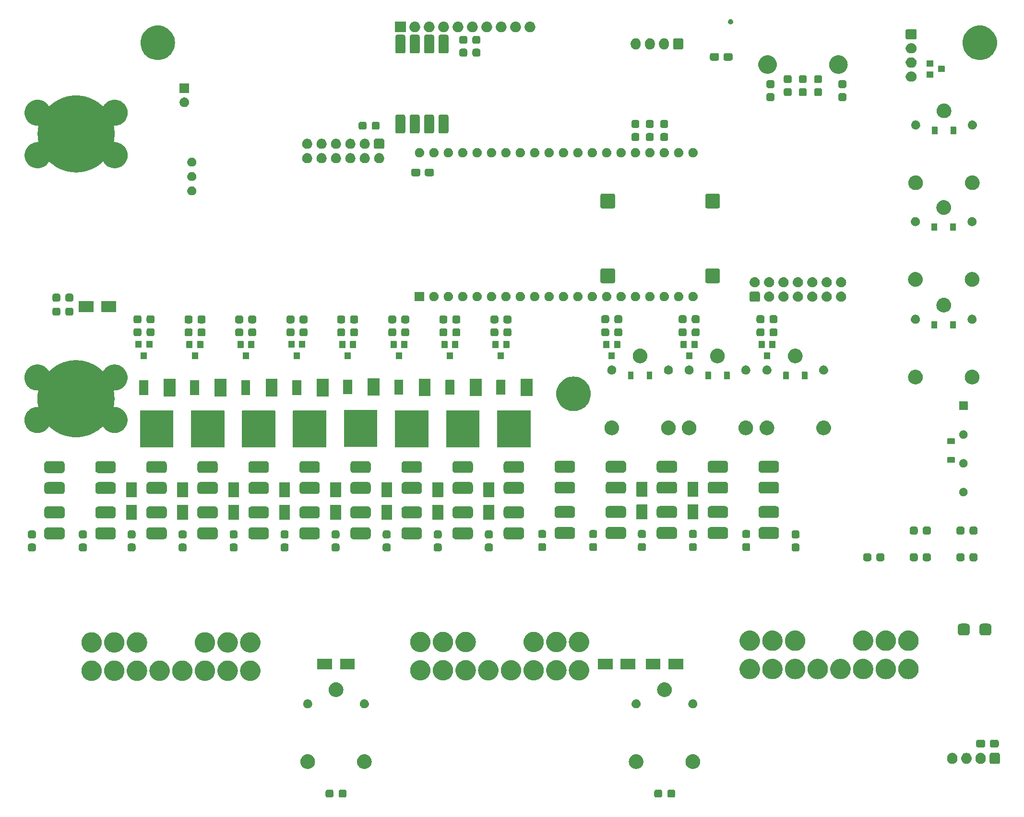
<source format=gbr>
%TF.GenerationSoftware,KiCad,Pcbnew,8.0.8*%
%TF.CreationDate,2025-02-05T20:28:34+09:00*%
%TF.ProjectId,Marre-BASE_V1.0,4d617272-652d-4424-9153-455f56312e30,rev?*%
%TF.SameCoordinates,Original*%
%TF.FileFunction,Soldermask,Bot*%
%TF.FilePolarity,Negative*%
%FSLAX46Y46*%
G04 Gerber Fmt 4.6, Leading zero omitted, Abs format (unit mm)*
G04 Created by KiCad (PCBNEW 8.0.8) date 2025-02-05 20:28:34*
%MOMM*%
%LPD*%
G01*
G04 APERTURE LIST*
G04 APERTURE END LIST*
G36*
X179153861Y-194341747D02*
G01*
X179212521Y-194348054D01*
X179222378Y-194351730D01*
X179242286Y-194354631D01*
X179281330Y-194373718D01*
X179314582Y-194386121D01*
X179329419Y-194397227D01*
X179353485Y-194408993D01*
X179378345Y-194433853D01*
X179399963Y-194450036D01*
X179416145Y-194471653D01*
X179441007Y-194496515D01*
X179452772Y-194520581D01*
X179463878Y-194535417D01*
X179476279Y-194568664D01*
X179495369Y-194607714D01*
X179498269Y-194627623D01*
X179501945Y-194637477D01*
X179508248Y-194696116D01*
X179511000Y-194715000D01*
X179511000Y-195365000D01*
X179508248Y-195383887D01*
X179501945Y-195442521D01*
X179498270Y-195452373D01*
X179495369Y-195472286D01*
X179476276Y-195511339D01*
X179463878Y-195544582D01*
X179452773Y-195559415D01*
X179441007Y-195583485D01*
X179416142Y-195608349D01*
X179399963Y-195629963D01*
X179378349Y-195646142D01*
X179353485Y-195671007D01*
X179329415Y-195682773D01*
X179314582Y-195693878D01*
X179281338Y-195706277D01*
X179242286Y-195725369D01*
X179222375Y-195728269D01*
X179212522Y-195731945D01*
X179153886Y-195738248D01*
X179135000Y-195741000D01*
X178485000Y-195741000D01*
X178466115Y-195738248D01*
X178407478Y-195731945D01*
X178397624Y-195728269D01*
X178377714Y-195725369D01*
X178338663Y-195706278D01*
X178305417Y-195693878D01*
X178290581Y-195682772D01*
X178266515Y-195671007D01*
X178241653Y-195646145D01*
X178220036Y-195629963D01*
X178203853Y-195608345D01*
X178178993Y-195583485D01*
X178167227Y-195559419D01*
X178156121Y-195544582D01*
X178143718Y-195511329D01*
X178124631Y-195472286D01*
X178121730Y-195452379D01*
X178118054Y-195442522D01*
X178111747Y-195383860D01*
X178109000Y-195365000D01*
X178109000Y-194715000D01*
X178111747Y-194696141D01*
X178118054Y-194637478D01*
X178121730Y-194627620D01*
X178124631Y-194607714D01*
X178143717Y-194568672D01*
X178156121Y-194535417D01*
X178167229Y-194520577D01*
X178178993Y-194496515D01*
X178203850Y-194471657D01*
X178220036Y-194450036D01*
X178241657Y-194433850D01*
X178266515Y-194408993D01*
X178290577Y-194397229D01*
X178305417Y-194386121D01*
X178338673Y-194373716D01*
X178377714Y-194354631D01*
X178397618Y-194351730D01*
X178407477Y-194348054D01*
X178466142Y-194341747D01*
X178485000Y-194339000D01*
X179135000Y-194339000D01*
X179153861Y-194341747D01*
G37*
G36*
X181453861Y-194341747D02*
G01*
X181512521Y-194348054D01*
X181522378Y-194351730D01*
X181542286Y-194354631D01*
X181581330Y-194373718D01*
X181614582Y-194386121D01*
X181629419Y-194397227D01*
X181653485Y-194408993D01*
X181678345Y-194433853D01*
X181699963Y-194450036D01*
X181716145Y-194471653D01*
X181741007Y-194496515D01*
X181752772Y-194520581D01*
X181763878Y-194535417D01*
X181776279Y-194568664D01*
X181795369Y-194607714D01*
X181798269Y-194627623D01*
X181801945Y-194637477D01*
X181808248Y-194696116D01*
X181811000Y-194715000D01*
X181811000Y-195365000D01*
X181808248Y-195383887D01*
X181801945Y-195442521D01*
X181798270Y-195452373D01*
X181795369Y-195472286D01*
X181776276Y-195511339D01*
X181763878Y-195544582D01*
X181752773Y-195559415D01*
X181741007Y-195583485D01*
X181716142Y-195608349D01*
X181699963Y-195629963D01*
X181678349Y-195646142D01*
X181653485Y-195671007D01*
X181629415Y-195682773D01*
X181614582Y-195693878D01*
X181581338Y-195706277D01*
X181542286Y-195725369D01*
X181522375Y-195728269D01*
X181512522Y-195731945D01*
X181453886Y-195738248D01*
X181435000Y-195741000D01*
X180785000Y-195741000D01*
X180766115Y-195738248D01*
X180707478Y-195731945D01*
X180697624Y-195728269D01*
X180677714Y-195725369D01*
X180638663Y-195706278D01*
X180605417Y-195693878D01*
X180590581Y-195682772D01*
X180566515Y-195671007D01*
X180541653Y-195646145D01*
X180520036Y-195629963D01*
X180503853Y-195608345D01*
X180478993Y-195583485D01*
X180467227Y-195559419D01*
X180456121Y-195544582D01*
X180443718Y-195511329D01*
X180424631Y-195472286D01*
X180421730Y-195452379D01*
X180418054Y-195442522D01*
X180411747Y-195383860D01*
X180409000Y-195365000D01*
X180409000Y-194715000D01*
X180411747Y-194696141D01*
X180418054Y-194637478D01*
X180421730Y-194627620D01*
X180424631Y-194607714D01*
X180443717Y-194568672D01*
X180456121Y-194535417D01*
X180467229Y-194520577D01*
X180478993Y-194496515D01*
X180503850Y-194471657D01*
X180520036Y-194450036D01*
X180541657Y-194433850D01*
X180566515Y-194408993D01*
X180590577Y-194397229D01*
X180605417Y-194386121D01*
X180638673Y-194373716D01*
X180677714Y-194354631D01*
X180697618Y-194351730D01*
X180707477Y-194348054D01*
X180766142Y-194341747D01*
X180785000Y-194339000D01*
X181435000Y-194339000D01*
X181453861Y-194341747D01*
G37*
G36*
X237153861Y-194341747D02*
G01*
X237212521Y-194348054D01*
X237222378Y-194351730D01*
X237242286Y-194354631D01*
X237281330Y-194373718D01*
X237314582Y-194386121D01*
X237329419Y-194397227D01*
X237353485Y-194408993D01*
X237378345Y-194433853D01*
X237399963Y-194450036D01*
X237416145Y-194471653D01*
X237441007Y-194496515D01*
X237452772Y-194520581D01*
X237463878Y-194535417D01*
X237476279Y-194568664D01*
X237495369Y-194607714D01*
X237498269Y-194627623D01*
X237501945Y-194637477D01*
X237508248Y-194696116D01*
X237511000Y-194715000D01*
X237511000Y-195365000D01*
X237508248Y-195383887D01*
X237501945Y-195442521D01*
X237498270Y-195452373D01*
X237495369Y-195472286D01*
X237476276Y-195511339D01*
X237463878Y-195544582D01*
X237452773Y-195559415D01*
X237441007Y-195583485D01*
X237416142Y-195608349D01*
X237399963Y-195629963D01*
X237378349Y-195646142D01*
X237353485Y-195671007D01*
X237329415Y-195682773D01*
X237314582Y-195693878D01*
X237281338Y-195706277D01*
X237242286Y-195725369D01*
X237222375Y-195728269D01*
X237212522Y-195731945D01*
X237153886Y-195738248D01*
X237135000Y-195741000D01*
X236485000Y-195741000D01*
X236466115Y-195738248D01*
X236407478Y-195731945D01*
X236397624Y-195728269D01*
X236377714Y-195725369D01*
X236338663Y-195706278D01*
X236305417Y-195693878D01*
X236290581Y-195682772D01*
X236266515Y-195671007D01*
X236241653Y-195646145D01*
X236220036Y-195629963D01*
X236203853Y-195608345D01*
X236178993Y-195583485D01*
X236167227Y-195559419D01*
X236156121Y-195544582D01*
X236143718Y-195511329D01*
X236124631Y-195472286D01*
X236121730Y-195452379D01*
X236118054Y-195442522D01*
X236111747Y-195383860D01*
X236109000Y-195365000D01*
X236109000Y-194715000D01*
X236111747Y-194696141D01*
X236118054Y-194637478D01*
X236121730Y-194627620D01*
X236124631Y-194607714D01*
X236143717Y-194568672D01*
X236156121Y-194535417D01*
X236167229Y-194520577D01*
X236178993Y-194496515D01*
X236203850Y-194471657D01*
X236220036Y-194450036D01*
X236241657Y-194433850D01*
X236266515Y-194408993D01*
X236290577Y-194397229D01*
X236305417Y-194386121D01*
X236338673Y-194373716D01*
X236377714Y-194354631D01*
X236397618Y-194351730D01*
X236407477Y-194348054D01*
X236466142Y-194341747D01*
X236485000Y-194339000D01*
X237135000Y-194339000D01*
X237153861Y-194341747D01*
G37*
G36*
X239453861Y-194341747D02*
G01*
X239512521Y-194348054D01*
X239522378Y-194351730D01*
X239542286Y-194354631D01*
X239581330Y-194373718D01*
X239614582Y-194386121D01*
X239629419Y-194397227D01*
X239653485Y-194408993D01*
X239678345Y-194433853D01*
X239699963Y-194450036D01*
X239716145Y-194471653D01*
X239741007Y-194496515D01*
X239752772Y-194520581D01*
X239763878Y-194535417D01*
X239776279Y-194568664D01*
X239795369Y-194607714D01*
X239798269Y-194627623D01*
X239801945Y-194637477D01*
X239808248Y-194696116D01*
X239811000Y-194715000D01*
X239811000Y-195365000D01*
X239808248Y-195383887D01*
X239801945Y-195442521D01*
X239798270Y-195452373D01*
X239795369Y-195472286D01*
X239776276Y-195511339D01*
X239763878Y-195544582D01*
X239752773Y-195559415D01*
X239741007Y-195583485D01*
X239716142Y-195608349D01*
X239699963Y-195629963D01*
X239678349Y-195646142D01*
X239653485Y-195671007D01*
X239629415Y-195682773D01*
X239614582Y-195693878D01*
X239581338Y-195706277D01*
X239542286Y-195725369D01*
X239522375Y-195728269D01*
X239512522Y-195731945D01*
X239453886Y-195738248D01*
X239435000Y-195741000D01*
X238785000Y-195741000D01*
X238766115Y-195738248D01*
X238707478Y-195731945D01*
X238697624Y-195728269D01*
X238677714Y-195725369D01*
X238638663Y-195706278D01*
X238605417Y-195693878D01*
X238590581Y-195682772D01*
X238566515Y-195671007D01*
X238541653Y-195646145D01*
X238520036Y-195629963D01*
X238503853Y-195608345D01*
X238478993Y-195583485D01*
X238467227Y-195559419D01*
X238456121Y-195544582D01*
X238443718Y-195511329D01*
X238424631Y-195472286D01*
X238421730Y-195452379D01*
X238418054Y-195442522D01*
X238411747Y-195383860D01*
X238409000Y-195365000D01*
X238409000Y-194715000D01*
X238411747Y-194696141D01*
X238418054Y-194637478D01*
X238421730Y-194627620D01*
X238424631Y-194607714D01*
X238443717Y-194568672D01*
X238456121Y-194535417D01*
X238467229Y-194520577D01*
X238478993Y-194496515D01*
X238503850Y-194471657D01*
X238520036Y-194450036D01*
X238541657Y-194433850D01*
X238566515Y-194408993D01*
X238590577Y-194397229D01*
X238605417Y-194386121D01*
X238638673Y-194373716D01*
X238677714Y-194354631D01*
X238697618Y-194351730D01*
X238707477Y-194348054D01*
X238766142Y-194341747D01*
X238785000Y-194339000D01*
X239435000Y-194339000D01*
X239453861Y-194341747D01*
G37*
G36*
X175015676Y-188088871D02*
G01*
X175067402Y-188088871D01*
X175124412Y-188098384D01*
X175185916Y-188103765D01*
X175234214Y-188116706D01*
X175279271Y-188124225D01*
X175339717Y-188144976D01*
X175404968Y-188162460D01*
X175444936Y-188181097D01*
X175482433Y-188193970D01*
X175544042Y-188227311D01*
X175610500Y-188258301D01*
X175641785Y-188280207D01*
X175671343Y-188296203D01*
X175731511Y-188343033D01*
X175796267Y-188388376D01*
X175819089Y-188411198D01*
X175840851Y-188428136D01*
X175896754Y-188488863D01*
X175956624Y-188548733D01*
X175971735Y-188570315D01*
X175986335Y-188586174D01*
X176035045Y-188660730D01*
X176086699Y-188734500D01*
X176095320Y-188752987D01*
X176103818Y-188765995D01*
X176142382Y-188853914D01*
X176182540Y-188940032D01*
X176186280Y-188953991D01*
X176190102Y-188962704D01*
X176215693Y-189063763D01*
X176241235Y-189159084D01*
X176241975Y-189167546D01*
X176242833Y-189170933D01*
X176252887Y-189292270D01*
X176261000Y-189385000D01*
X176252886Y-189477737D01*
X176242833Y-189599066D01*
X176241975Y-189602452D01*
X176241235Y-189610916D01*
X176215689Y-189706253D01*
X176190102Y-189807295D01*
X176186281Y-189816005D01*
X176182540Y-189829968D01*
X176142375Y-189916101D01*
X176103818Y-190004004D01*
X176095321Y-190017008D01*
X176086699Y-190035500D01*
X176035035Y-190109283D01*
X175986335Y-190183825D01*
X175971738Y-190199680D01*
X175956624Y-190221267D01*
X175896743Y-190281147D01*
X175840851Y-190341863D01*
X175819093Y-190358797D01*
X175796267Y-190381624D01*
X175731498Y-190426975D01*
X175671343Y-190473796D01*
X175641791Y-190489788D01*
X175610500Y-190511699D01*
X175544029Y-190542694D01*
X175482433Y-190576029D01*
X175444944Y-190588898D01*
X175404968Y-190607540D01*
X175339704Y-190625027D01*
X175279271Y-190645774D01*
X175234221Y-190653291D01*
X175185916Y-190666235D01*
X175124408Y-190671616D01*
X175067402Y-190681129D01*
X175015676Y-190681129D01*
X174960000Y-190686000D01*
X174904324Y-190681129D01*
X174852598Y-190681129D01*
X174795590Y-190671616D01*
X174734084Y-190666235D01*
X174685779Y-190653291D01*
X174640728Y-190645774D01*
X174580291Y-190625026D01*
X174515032Y-190607540D01*
X174475058Y-190588900D01*
X174437566Y-190576029D01*
X174375963Y-190542691D01*
X174309500Y-190511699D01*
X174278211Y-190489790D01*
X174248656Y-190473796D01*
X174188491Y-190426968D01*
X174123733Y-190381624D01*
X174100909Y-190358800D01*
X174079148Y-190341863D01*
X174023244Y-190281135D01*
X173963376Y-190221267D01*
X173948264Y-190199685D01*
X173933664Y-190183825D01*
X173884949Y-190109262D01*
X173833301Y-190035500D01*
X173824680Y-190017013D01*
X173816181Y-190004004D01*
X173777607Y-189916065D01*
X173737460Y-189829968D01*
X173733720Y-189816011D01*
X173729897Y-189807295D01*
X173704292Y-189706185D01*
X173678765Y-189610916D01*
X173678025Y-189602458D01*
X173677166Y-189599066D01*
X173667094Y-189477521D01*
X173659000Y-189385000D01*
X173667093Y-189292486D01*
X173677166Y-189170933D01*
X173678025Y-189167540D01*
X173678765Y-189159084D01*
X173704287Y-189063831D01*
X173729897Y-188962704D01*
X173733720Y-188953986D01*
X173737460Y-188940032D01*
X173777600Y-188853950D01*
X173816181Y-188765995D01*
X173824682Y-188752982D01*
X173833301Y-188734500D01*
X173884939Y-188660751D01*
X173933664Y-188586174D01*
X173948267Y-188570310D01*
X173963376Y-188548733D01*
X174023232Y-188488876D01*
X174079148Y-188428136D01*
X174100914Y-188411194D01*
X174123733Y-188388376D01*
X174188478Y-188343040D01*
X174248656Y-188296203D01*
X174278217Y-188280204D01*
X174309500Y-188258301D01*
X174375950Y-188227314D01*
X174437566Y-188193970D01*
X174475066Y-188181096D01*
X174515032Y-188162460D01*
X174580278Y-188144977D01*
X174640728Y-188124225D01*
X174685787Y-188116706D01*
X174734084Y-188103765D01*
X174795587Y-188098384D01*
X174852598Y-188088871D01*
X174904324Y-188088871D01*
X174960000Y-188084000D01*
X175015676Y-188088871D01*
G37*
G36*
X185015676Y-188088871D02*
G01*
X185067402Y-188088871D01*
X185124412Y-188098384D01*
X185185916Y-188103765D01*
X185234214Y-188116706D01*
X185279271Y-188124225D01*
X185339717Y-188144976D01*
X185404968Y-188162460D01*
X185444936Y-188181097D01*
X185482433Y-188193970D01*
X185544042Y-188227311D01*
X185610500Y-188258301D01*
X185641785Y-188280207D01*
X185671343Y-188296203D01*
X185731511Y-188343033D01*
X185796267Y-188388376D01*
X185819089Y-188411198D01*
X185840851Y-188428136D01*
X185896754Y-188488863D01*
X185956624Y-188548733D01*
X185971735Y-188570315D01*
X185986335Y-188586174D01*
X186035045Y-188660730D01*
X186086699Y-188734500D01*
X186095320Y-188752987D01*
X186103818Y-188765995D01*
X186142382Y-188853914D01*
X186182540Y-188940032D01*
X186186280Y-188953991D01*
X186190102Y-188962704D01*
X186215693Y-189063763D01*
X186241235Y-189159084D01*
X186241975Y-189167546D01*
X186242833Y-189170933D01*
X186252887Y-189292270D01*
X186261000Y-189385000D01*
X186252886Y-189477737D01*
X186242833Y-189599066D01*
X186241975Y-189602452D01*
X186241235Y-189610916D01*
X186215689Y-189706253D01*
X186190102Y-189807295D01*
X186186281Y-189816005D01*
X186182540Y-189829968D01*
X186142375Y-189916101D01*
X186103818Y-190004004D01*
X186095321Y-190017008D01*
X186086699Y-190035500D01*
X186035035Y-190109283D01*
X185986335Y-190183825D01*
X185971738Y-190199680D01*
X185956624Y-190221267D01*
X185896743Y-190281147D01*
X185840851Y-190341863D01*
X185819093Y-190358797D01*
X185796267Y-190381624D01*
X185731498Y-190426975D01*
X185671343Y-190473796D01*
X185641791Y-190489788D01*
X185610500Y-190511699D01*
X185544029Y-190542694D01*
X185482433Y-190576029D01*
X185444944Y-190588898D01*
X185404968Y-190607540D01*
X185339704Y-190625027D01*
X185279271Y-190645774D01*
X185234221Y-190653291D01*
X185185916Y-190666235D01*
X185124408Y-190671616D01*
X185067402Y-190681129D01*
X185015676Y-190681129D01*
X184960000Y-190686000D01*
X184904324Y-190681129D01*
X184852598Y-190681129D01*
X184795590Y-190671616D01*
X184734084Y-190666235D01*
X184685779Y-190653291D01*
X184640728Y-190645774D01*
X184580291Y-190625026D01*
X184515032Y-190607540D01*
X184475058Y-190588900D01*
X184437566Y-190576029D01*
X184375963Y-190542691D01*
X184309500Y-190511699D01*
X184278211Y-190489790D01*
X184248656Y-190473796D01*
X184188491Y-190426968D01*
X184123733Y-190381624D01*
X184100909Y-190358800D01*
X184079148Y-190341863D01*
X184023244Y-190281135D01*
X183963376Y-190221267D01*
X183948264Y-190199685D01*
X183933664Y-190183825D01*
X183884949Y-190109262D01*
X183833301Y-190035500D01*
X183824680Y-190017013D01*
X183816181Y-190004004D01*
X183777607Y-189916065D01*
X183737460Y-189829968D01*
X183733720Y-189816011D01*
X183729897Y-189807295D01*
X183704292Y-189706185D01*
X183678765Y-189610916D01*
X183678025Y-189602458D01*
X183677166Y-189599066D01*
X183667094Y-189477521D01*
X183659000Y-189385000D01*
X183667093Y-189292486D01*
X183677166Y-189170933D01*
X183678025Y-189167540D01*
X183678765Y-189159084D01*
X183704287Y-189063831D01*
X183729897Y-188962704D01*
X183733720Y-188953986D01*
X183737460Y-188940032D01*
X183777600Y-188853950D01*
X183816181Y-188765995D01*
X183824682Y-188752982D01*
X183833301Y-188734500D01*
X183884939Y-188660751D01*
X183933664Y-188586174D01*
X183948267Y-188570310D01*
X183963376Y-188548733D01*
X184023232Y-188488876D01*
X184079148Y-188428136D01*
X184100914Y-188411194D01*
X184123733Y-188388376D01*
X184188478Y-188343040D01*
X184248656Y-188296203D01*
X184278217Y-188280204D01*
X184309500Y-188258301D01*
X184375950Y-188227314D01*
X184437566Y-188193970D01*
X184475066Y-188181096D01*
X184515032Y-188162460D01*
X184580278Y-188144977D01*
X184640728Y-188124225D01*
X184685787Y-188116706D01*
X184734084Y-188103765D01*
X184795587Y-188098384D01*
X184852598Y-188088871D01*
X184904324Y-188088871D01*
X184960000Y-188084000D01*
X185015676Y-188088871D01*
G37*
G36*
X232965676Y-188088871D02*
G01*
X233017402Y-188088871D01*
X233074412Y-188098384D01*
X233135916Y-188103765D01*
X233184214Y-188116706D01*
X233229271Y-188124225D01*
X233289717Y-188144976D01*
X233354968Y-188162460D01*
X233394936Y-188181097D01*
X233432433Y-188193970D01*
X233494042Y-188227311D01*
X233560500Y-188258301D01*
X233591785Y-188280207D01*
X233621343Y-188296203D01*
X233681511Y-188343033D01*
X233746267Y-188388376D01*
X233769089Y-188411198D01*
X233790851Y-188428136D01*
X233846754Y-188488863D01*
X233906624Y-188548733D01*
X233921735Y-188570315D01*
X233936335Y-188586174D01*
X233985045Y-188660730D01*
X234036699Y-188734500D01*
X234045320Y-188752987D01*
X234053818Y-188765995D01*
X234092382Y-188853914D01*
X234132540Y-188940032D01*
X234136280Y-188953991D01*
X234140102Y-188962704D01*
X234165693Y-189063763D01*
X234191235Y-189159084D01*
X234191975Y-189167546D01*
X234192833Y-189170933D01*
X234202887Y-189292270D01*
X234211000Y-189385000D01*
X234202886Y-189477737D01*
X234192833Y-189599066D01*
X234191975Y-189602452D01*
X234191235Y-189610916D01*
X234165689Y-189706253D01*
X234140102Y-189807295D01*
X234136281Y-189816005D01*
X234132540Y-189829968D01*
X234092375Y-189916101D01*
X234053818Y-190004004D01*
X234045321Y-190017008D01*
X234036699Y-190035500D01*
X233985035Y-190109283D01*
X233936335Y-190183825D01*
X233921738Y-190199680D01*
X233906624Y-190221267D01*
X233846743Y-190281147D01*
X233790851Y-190341863D01*
X233769093Y-190358797D01*
X233746267Y-190381624D01*
X233681498Y-190426975D01*
X233621343Y-190473796D01*
X233591791Y-190489788D01*
X233560500Y-190511699D01*
X233494029Y-190542694D01*
X233432433Y-190576029D01*
X233394944Y-190588898D01*
X233354968Y-190607540D01*
X233289704Y-190625027D01*
X233229271Y-190645774D01*
X233184221Y-190653291D01*
X233135916Y-190666235D01*
X233074408Y-190671616D01*
X233017402Y-190681129D01*
X232965676Y-190681129D01*
X232910000Y-190686000D01*
X232854324Y-190681129D01*
X232802598Y-190681129D01*
X232745590Y-190671616D01*
X232684084Y-190666235D01*
X232635779Y-190653291D01*
X232590728Y-190645774D01*
X232530291Y-190625026D01*
X232465032Y-190607540D01*
X232425058Y-190588900D01*
X232387566Y-190576029D01*
X232325963Y-190542691D01*
X232259500Y-190511699D01*
X232228211Y-190489790D01*
X232198656Y-190473796D01*
X232138491Y-190426968D01*
X232073733Y-190381624D01*
X232050909Y-190358800D01*
X232029148Y-190341863D01*
X231973244Y-190281135D01*
X231913376Y-190221267D01*
X231898264Y-190199685D01*
X231883664Y-190183825D01*
X231834949Y-190109262D01*
X231783301Y-190035500D01*
X231774680Y-190017013D01*
X231766181Y-190004004D01*
X231727607Y-189916065D01*
X231687460Y-189829968D01*
X231683720Y-189816011D01*
X231679897Y-189807295D01*
X231654292Y-189706185D01*
X231628765Y-189610916D01*
X231628025Y-189602458D01*
X231627166Y-189599066D01*
X231617094Y-189477521D01*
X231609000Y-189385000D01*
X231617093Y-189292486D01*
X231627166Y-189170933D01*
X231628025Y-189167540D01*
X231628765Y-189159084D01*
X231654287Y-189063831D01*
X231679897Y-188962704D01*
X231683720Y-188953986D01*
X231687460Y-188940032D01*
X231727600Y-188853950D01*
X231766181Y-188765995D01*
X231774682Y-188752982D01*
X231783301Y-188734500D01*
X231834939Y-188660751D01*
X231883664Y-188586174D01*
X231898267Y-188570310D01*
X231913376Y-188548733D01*
X231973232Y-188488876D01*
X232029148Y-188428136D01*
X232050914Y-188411194D01*
X232073733Y-188388376D01*
X232138478Y-188343040D01*
X232198656Y-188296203D01*
X232228217Y-188280204D01*
X232259500Y-188258301D01*
X232325950Y-188227314D01*
X232387566Y-188193970D01*
X232425066Y-188181096D01*
X232465032Y-188162460D01*
X232530278Y-188144977D01*
X232590728Y-188124225D01*
X232635787Y-188116706D01*
X232684084Y-188103765D01*
X232745587Y-188098384D01*
X232802598Y-188088871D01*
X232854324Y-188088871D01*
X232910000Y-188084000D01*
X232965676Y-188088871D01*
G37*
G36*
X242965676Y-188088871D02*
G01*
X243017402Y-188088871D01*
X243074412Y-188098384D01*
X243135916Y-188103765D01*
X243184214Y-188116706D01*
X243229271Y-188124225D01*
X243289717Y-188144976D01*
X243354968Y-188162460D01*
X243394936Y-188181097D01*
X243432433Y-188193970D01*
X243494042Y-188227311D01*
X243560500Y-188258301D01*
X243591785Y-188280207D01*
X243621343Y-188296203D01*
X243681511Y-188343033D01*
X243746267Y-188388376D01*
X243769089Y-188411198D01*
X243790851Y-188428136D01*
X243846754Y-188488863D01*
X243906624Y-188548733D01*
X243921735Y-188570315D01*
X243936335Y-188586174D01*
X243985045Y-188660730D01*
X244036699Y-188734500D01*
X244045320Y-188752987D01*
X244053818Y-188765995D01*
X244092382Y-188853914D01*
X244132540Y-188940032D01*
X244136280Y-188953991D01*
X244140102Y-188962704D01*
X244165693Y-189063763D01*
X244191235Y-189159084D01*
X244191975Y-189167546D01*
X244192833Y-189170933D01*
X244202887Y-189292270D01*
X244211000Y-189385000D01*
X244202886Y-189477737D01*
X244192833Y-189599066D01*
X244191975Y-189602452D01*
X244191235Y-189610916D01*
X244165689Y-189706253D01*
X244140102Y-189807295D01*
X244136281Y-189816005D01*
X244132540Y-189829968D01*
X244092375Y-189916101D01*
X244053818Y-190004004D01*
X244045321Y-190017008D01*
X244036699Y-190035500D01*
X243985035Y-190109283D01*
X243936335Y-190183825D01*
X243921738Y-190199680D01*
X243906624Y-190221267D01*
X243846743Y-190281147D01*
X243790851Y-190341863D01*
X243769093Y-190358797D01*
X243746267Y-190381624D01*
X243681498Y-190426975D01*
X243621343Y-190473796D01*
X243591791Y-190489788D01*
X243560500Y-190511699D01*
X243494029Y-190542694D01*
X243432433Y-190576029D01*
X243394944Y-190588898D01*
X243354968Y-190607540D01*
X243289704Y-190625027D01*
X243229271Y-190645774D01*
X243184221Y-190653291D01*
X243135916Y-190666235D01*
X243074408Y-190671616D01*
X243017402Y-190681129D01*
X242965676Y-190681129D01*
X242910000Y-190686000D01*
X242854324Y-190681129D01*
X242802598Y-190681129D01*
X242745590Y-190671616D01*
X242684084Y-190666235D01*
X242635779Y-190653291D01*
X242590728Y-190645774D01*
X242530291Y-190625026D01*
X242465032Y-190607540D01*
X242425058Y-190588900D01*
X242387566Y-190576029D01*
X242325963Y-190542691D01*
X242259500Y-190511699D01*
X242228211Y-190489790D01*
X242198656Y-190473796D01*
X242138491Y-190426968D01*
X242073733Y-190381624D01*
X242050909Y-190358800D01*
X242029148Y-190341863D01*
X241973244Y-190281135D01*
X241913376Y-190221267D01*
X241898264Y-190199685D01*
X241883664Y-190183825D01*
X241834949Y-190109262D01*
X241783301Y-190035500D01*
X241774680Y-190017013D01*
X241766181Y-190004004D01*
X241727607Y-189916065D01*
X241687460Y-189829968D01*
X241683720Y-189816011D01*
X241679897Y-189807295D01*
X241654292Y-189706185D01*
X241628765Y-189610916D01*
X241628025Y-189602458D01*
X241627166Y-189599066D01*
X241617094Y-189477521D01*
X241609000Y-189385000D01*
X241617093Y-189292486D01*
X241627166Y-189170933D01*
X241628025Y-189167540D01*
X241628765Y-189159084D01*
X241654287Y-189063831D01*
X241679897Y-188962704D01*
X241683720Y-188953986D01*
X241687460Y-188940032D01*
X241727600Y-188853950D01*
X241766181Y-188765995D01*
X241774682Y-188752982D01*
X241783301Y-188734500D01*
X241834939Y-188660751D01*
X241883664Y-188586174D01*
X241898267Y-188570310D01*
X241913376Y-188548733D01*
X241973232Y-188488876D01*
X242029148Y-188428136D01*
X242050914Y-188411194D01*
X242073733Y-188388376D01*
X242138478Y-188343040D01*
X242198656Y-188296203D01*
X242228217Y-188280204D01*
X242259500Y-188258301D01*
X242325950Y-188227314D01*
X242387566Y-188193970D01*
X242425066Y-188181096D01*
X242465032Y-188162460D01*
X242530278Y-188144977D01*
X242590728Y-188124225D01*
X242635787Y-188116706D01*
X242684084Y-188103765D01*
X242745587Y-188098384D01*
X242802598Y-188088871D01*
X242854324Y-188088871D01*
X242910000Y-188084000D01*
X242965676Y-188088871D01*
G37*
G36*
X296858991Y-187846992D02*
G01*
X296874800Y-187853972D01*
X296882601Y-187855208D01*
X296915090Y-187871762D01*
X296960150Y-187891658D01*
X297038342Y-187969850D01*
X297058240Y-188014916D01*
X297074791Y-188047398D01*
X297076026Y-188055196D01*
X297083008Y-188071009D01*
X297091000Y-188139900D01*
X297091000Y-189490100D01*
X297083008Y-189558991D01*
X297076025Y-189574804D01*
X297074791Y-189582601D01*
X297058243Y-189615076D01*
X297038342Y-189660150D01*
X296960150Y-189738342D01*
X296915076Y-189758243D01*
X296882601Y-189774791D01*
X296874804Y-189776025D01*
X296858991Y-189783008D01*
X296790100Y-189791000D01*
X295589900Y-189791000D01*
X295521009Y-189783008D01*
X295505196Y-189776026D01*
X295497398Y-189774791D01*
X295464916Y-189758240D01*
X295419850Y-189738342D01*
X295341658Y-189660150D01*
X295321762Y-189615090D01*
X295305208Y-189582601D01*
X295303972Y-189574800D01*
X295296992Y-189558991D01*
X295289000Y-189490100D01*
X295289000Y-188139900D01*
X295296992Y-188071009D01*
X295303972Y-188055199D01*
X295305208Y-188047398D01*
X295321765Y-188014901D01*
X295341658Y-187969850D01*
X295419850Y-187891658D01*
X295464901Y-187871765D01*
X295497398Y-187855208D01*
X295505200Y-187853972D01*
X295521009Y-187846992D01*
X295589900Y-187839000D01*
X296790100Y-187839000D01*
X296858991Y-187846992D01*
G37*
G36*
X288951546Y-187877797D02*
G01*
X289114728Y-187945389D01*
X289261588Y-188043518D01*
X289386482Y-188168412D01*
X289484611Y-188315272D01*
X289552203Y-188478454D01*
X289586661Y-188651687D01*
X289591000Y-188740000D01*
X289591000Y-188890000D01*
X289586661Y-188978313D01*
X289552203Y-189151546D01*
X289484611Y-189314728D01*
X289386482Y-189461588D01*
X289261588Y-189586482D01*
X289114728Y-189684611D01*
X288951546Y-189752203D01*
X288778313Y-189786661D01*
X288601687Y-189786661D01*
X288428454Y-189752203D01*
X288265272Y-189684611D01*
X288118412Y-189586482D01*
X287993518Y-189461588D01*
X287895389Y-189314728D01*
X287827797Y-189151546D01*
X287793339Y-188978313D01*
X287789000Y-188890000D01*
X287789000Y-188740000D01*
X287793339Y-188651687D01*
X287827797Y-188478454D01*
X287895389Y-188315272D01*
X287993518Y-188168412D01*
X288118412Y-188043518D01*
X288265272Y-187945389D01*
X288428454Y-187877797D01*
X288601687Y-187843339D01*
X288778313Y-187843339D01*
X288951546Y-187877797D01*
G37*
G36*
X291451546Y-187877797D02*
G01*
X291614728Y-187945389D01*
X291761588Y-188043518D01*
X291886482Y-188168412D01*
X291984611Y-188315272D01*
X292052203Y-188478454D01*
X292086661Y-188651687D01*
X292091000Y-188740000D01*
X292091000Y-188890000D01*
X292086661Y-188978313D01*
X292052203Y-189151546D01*
X291984611Y-189314728D01*
X291886482Y-189461588D01*
X291761588Y-189586482D01*
X291614728Y-189684611D01*
X291451546Y-189752203D01*
X291278313Y-189786661D01*
X291101687Y-189786661D01*
X290928454Y-189752203D01*
X290765272Y-189684611D01*
X290618412Y-189586482D01*
X290493518Y-189461588D01*
X290395389Y-189314728D01*
X290327797Y-189151546D01*
X290293339Y-188978313D01*
X290289000Y-188890000D01*
X290289000Y-188740000D01*
X290293339Y-188651687D01*
X290327797Y-188478454D01*
X290395389Y-188315272D01*
X290493518Y-188168412D01*
X290618412Y-188043518D01*
X290765272Y-187945389D01*
X290928454Y-187877797D01*
X291101687Y-187843339D01*
X291278313Y-187843339D01*
X291451546Y-187877797D01*
G37*
G36*
X293951546Y-187877797D02*
G01*
X294114728Y-187945389D01*
X294261588Y-188043518D01*
X294386482Y-188168412D01*
X294484611Y-188315272D01*
X294552203Y-188478454D01*
X294586661Y-188651687D01*
X294591000Y-188740000D01*
X294591000Y-188890000D01*
X294586661Y-188978313D01*
X294552203Y-189151546D01*
X294484611Y-189314728D01*
X294386482Y-189461588D01*
X294261588Y-189586482D01*
X294114728Y-189684611D01*
X293951546Y-189752203D01*
X293778313Y-189786661D01*
X293601687Y-189786661D01*
X293428454Y-189752203D01*
X293265272Y-189684611D01*
X293118412Y-189586482D01*
X292993518Y-189461588D01*
X292895389Y-189314728D01*
X292827797Y-189151546D01*
X292793339Y-188978313D01*
X292789000Y-188890000D01*
X292789000Y-188740000D01*
X292793339Y-188651687D01*
X292827797Y-188478454D01*
X292895389Y-188315272D01*
X292993518Y-188168412D01*
X293118412Y-188043518D01*
X293265272Y-187945389D01*
X293428454Y-187877797D01*
X293601687Y-187843339D01*
X293778313Y-187843339D01*
X293951546Y-187877797D01*
G37*
G36*
X294166366Y-185541748D02*
G01*
X294222365Y-185547769D01*
X294231775Y-185551278D01*
X294251220Y-185554112D01*
X294289352Y-185572753D01*
X294321092Y-185584592D01*
X294335254Y-185595193D01*
X294358721Y-185606666D01*
X294382964Y-185630909D01*
X294403624Y-185646375D01*
X294419089Y-185667034D01*
X294443334Y-185691279D01*
X294454806Y-185714746D01*
X294465407Y-185728907D01*
X294477243Y-185760641D01*
X294495888Y-185798780D01*
X294498721Y-185818227D01*
X294502230Y-185827634D01*
X294508247Y-185883611D01*
X294511000Y-185902500D01*
X294511000Y-186527500D01*
X294508247Y-186546392D01*
X294502230Y-186602365D01*
X294498721Y-186611771D01*
X294495888Y-186631220D01*
X294477241Y-186669361D01*
X294465407Y-186701092D01*
X294454808Y-186715250D01*
X294443334Y-186738721D01*
X294419086Y-186762968D01*
X294403624Y-186783624D01*
X294382968Y-186799086D01*
X294358721Y-186823334D01*
X294335250Y-186834808D01*
X294321092Y-186845407D01*
X294289361Y-186857241D01*
X294251220Y-186875888D01*
X294231771Y-186878721D01*
X294222365Y-186882230D01*
X294166391Y-186888247D01*
X294147500Y-186891000D01*
X293272500Y-186891000D01*
X293253609Y-186888247D01*
X293197634Y-186882230D01*
X293188227Y-186878721D01*
X293168780Y-186875888D01*
X293130641Y-186857243D01*
X293098907Y-186845407D01*
X293084746Y-186834806D01*
X293061279Y-186823334D01*
X293037034Y-186799089D01*
X293016375Y-186783624D01*
X293000909Y-186762964D01*
X292976666Y-186738721D01*
X292965193Y-186715254D01*
X292954592Y-186701092D01*
X292942753Y-186669352D01*
X292924112Y-186631220D01*
X292921278Y-186611775D01*
X292917769Y-186602365D01*
X292911748Y-186546364D01*
X292909000Y-186527500D01*
X292909000Y-185902500D01*
X292911748Y-185883636D01*
X292917769Y-185827634D01*
X292921279Y-185818222D01*
X292924112Y-185798780D01*
X292942752Y-185760650D01*
X292954592Y-185728907D01*
X292965195Y-185714742D01*
X292976666Y-185691279D01*
X293000906Y-185667038D01*
X293016375Y-185646375D01*
X293037038Y-185630906D01*
X293061279Y-185606666D01*
X293084742Y-185595195D01*
X293098907Y-185584592D01*
X293130650Y-185572752D01*
X293168780Y-185554112D01*
X293188222Y-185551279D01*
X293197634Y-185547769D01*
X293253637Y-185541748D01*
X293272500Y-185539000D01*
X294147500Y-185539000D01*
X294166366Y-185541748D01*
G37*
G36*
X296566366Y-185541748D02*
G01*
X296622365Y-185547769D01*
X296631775Y-185551278D01*
X296651220Y-185554112D01*
X296689352Y-185572753D01*
X296721092Y-185584592D01*
X296735254Y-185595193D01*
X296758721Y-185606666D01*
X296782964Y-185630909D01*
X296803624Y-185646375D01*
X296819089Y-185667034D01*
X296843334Y-185691279D01*
X296854806Y-185714746D01*
X296865407Y-185728907D01*
X296877243Y-185760641D01*
X296895888Y-185798780D01*
X296898721Y-185818227D01*
X296902230Y-185827634D01*
X296908247Y-185883611D01*
X296911000Y-185902500D01*
X296911000Y-186527500D01*
X296908247Y-186546392D01*
X296902230Y-186602365D01*
X296898721Y-186611771D01*
X296895888Y-186631220D01*
X296877241Y-186669361D01*
X296865407Y-186701092D01*
X296854808Y-186715250D01*
X296843334Y-186738721D01*
X296819086Y-186762968D01*
X296803624Y-186783624D01*
X296782968Y-186799086D01*
X296758721Y-186823334D01*
X296735250Y-186834808D01*
X296721092Y-186845407D01*
X296689361Y-186857241D01*
X296651220Y-186875888D01*
X296631771Y-186878721D01*
X296622365Y-186882230D01*
X296566391Y-186888247D01*
X296547500Y-186891000D01*
X295672500Y-186891000D01*
X295653609Y-186888247D01*
X295597634Y-186882230D01*
X295588227Y-186878721D01*
X295568780Y-186875888D01*
X295530641Y-186857243D01*
X295498907Y-186845407D01*
X295484746Y-186834806D01*
X295461279Y-186823334D01*
X295437034Y-186799089D01*
X295416375Y-186783624D01*
X295400909Y-186762964D01*
X295376666Y-186738721D01*
X295365193Y-186715254D01*
X295354592Y-186701092D01*
X295342753Y-186669352D01*
X295324112Y-186631220D01*
X295321278Y-186611775D01*
X295317769Y-186602365D01*
X295311748Y-186546364D01*
X295309000Y-186527500D01*
X295309000Y-185902500D01*
X295311748Y-185883636D01*
X295317769Y-185827634D01*
X295321279Y-185818222D01*
X295324112Y-185798780D01*
X295342752Y-185760650D01*
X295354592Y-185728907D01*
X295365195Y-185714742D01*
X295376666Y-185691279D01*
X295400906Y-185667038D01*
X295416375Y-185646375D01*
X295437038Y-185630906D01*
X295461279Y-185606666D01*
X295484742Y-185595195D01*
X295498907Y-185584592D01*
X295530650Y-185572752D01*
X295568780Y-185554112D01*
X295588222Y-185551279D01*
X295597634Y-185547769D01*
X295653637Y-185541748D01*
X295672500Y-185539000D01*
X296547500Y-185539000D01*
X296566366Y-185541748D01*
G37*
G36*
X175005023Y-178389073D02*
G01*
X175043657Y-178389073D01*
X175087240Y-178398336D01*
X175138239Y-178404083D01*
X175175321Y-178417058D01*
X175207306Y-178423857D01*
X175253401Y-178444379D01*
X175307541Y-178463324D01*
X175335719Y-178481029D01*
X175360157Y-178491910D01*
X175405720Y-178525014D01*
X175459415Y-178558753D01*
X175478700Y-178578038D01*
X175495512Y-178590253D01*
X175537076Y-178636414D01*
X175586247Y-178685585D01*
X175597555Y-178703582D01*
X175607467Y-178714590D01*
X175641376Y-178773322D01*
X175681676Y-178837459D01*
X175686707Y-178851838D01*
X175691120Y-178859481D01*
X175713718Y-178929030D01*
X175740917Y-179006761D01*
X175741948Y-179015913D01*
X175742823Y-179018606D01*
X175750750Y-179094038D01*
X175761000Y-179185000D01*
X175750750Y-179275969D01*
X175742823Y-179351393D01*
X175741948Y-179354084D01*
X175740917Y-179363239D01*
X175713713Y-179440982D01*
X175691120Y-179510518D01*
X175686708Y-179518159D01*
X175681676Y-179532541D01*
X175641369Y-179596688D01*
X175607467Y-179655409D01*
X175597557Y-179666414D01*
X175586247Y-179684415D01*
X175537067Y-179733594D01*
X175495512Y-179779746D01*
X175478704Y-179791957D01*
X175459415Y-179811247D01*
X175405710Y-179844992D01*
X175360157Y-179878089D01*
X175335725Y-179888966D01*
X175307541Y-179906676D01*
X175253391Y-179925623D01*
X175207306Y-179946142D01*
X175175327Y-179952939D01*
X175138239Y-179965917D01*
X175087237Y-179971663D01*
X175043657Y-179980927D01*
X175005023Y-179980927D01*
X174960000Y-179986000D01*
X174914977Y-179980927D01*
X174876343Y-179980927D01*
X174832761Y-179971663D01*
X174781761Y-179965917D01*
X174744674Y-179952939D01*
X174712693Y-179946142D01*
X174666603Y-179925622D01*
X174612459Y-179906676D01*
X174584277Y-179888968D01*
X174559842Y-179878089D01*
X174514282Y-179844987D01*
X174460585Y-179811247D01*
X174441298Y-179791960D01*
X174424487Y-179779746D01*
X174382922Y-179733584D01*
X174333753Y-179684415D01*
X174322444Y-179666418D01*
X174312532Y-179655409D01*
X174278618Y-179596668D01*
X174238324Y-179532541D01*
X174233293Y-179518163D01*
X174228879Y-179510518D01*
X174206272Y-179440942D01*
X174179083Y-179363239D01*
X174178052Y-179354089D01*
X174177176Y-179351393D01*
X174169235Y-179275837D01*
X174159000Y-179185000D01*
X174169234Y-179094170D01*
X174177176Y-179018606D01*
X174178052Y-179015909D01*
X174179083Y-179006761D01*
X174206267Y-178929070D01*
X174228879Y-178859481D01*
X174233293Y-178851834D01*
X174238324Y-178837459D01*
X174278611Y-178773342D01*
X174312532Y-178714590D01*
X174322446Y-178703578D01*
X174333753Y-178685585D01*
X174382913Y-178636424D01*
X174424487Y-178590253D01*
X174441301Y-178578036D01*
X174460585Y-178558753D01*
X174514278Y-178525015D01*
X174559846Y-178491908D01*
X174584284Y-178481027D01*
X174612459Y-178463324D01*
X174666587Y-178444383D01*
X174712689Y-178423858D01*
X174744679Y-178417058D01*
X174781761Y-178404083D01*
X174832759Y-178398336D01*
X174876343Y-178389073D01*
X174914977Y-178389073D01*
X174960000Y-178384000D01*
X175005023Y-178389073D01*
G37*
G36*
X185005023Y-178389073D02*
G01*
X185043657Y-178389073D01*
X185087240Y-178398336D01*
X185138239Y-178404083D01*
X185175321Y-178417058D01*
X185207306Y-178423857D01*
X185253401Y-178444379D01*
X185307541Y-178463324D01*
X185335719Y-178481029D01*
X185360157Y-178491910D01*
X185405720Y-178525014D01*
X185459415Y-178558753D01*
X185478700Y-178578038D01*
X185495512Y-178590253D01*
X185537076Y-178636414D01*
X185586247Y-178685585D01*
X185597555Y-178703582D01*
X185607467Y-178714590D01*
X185641376Y-178773322D01*
X185681676Y-178837459D01*
X185686707Y-178851838D01*
X185691120Y-178859481D01*
X185713718Y-178929030D01*
X185740917Y-179006761D01*
X185741948Y-179015913D01*
X185742823Y-179018606D01*
X185750750Y-179094038D01*
X185761000Y-179185000D01*
X185750750Y-179275969D01*
X185742823Y-179351393D01*
X185741948Y-179354084D01*
X185740917Y-179363239D01*
X185713713Y-179440982D01*
X185691120Y-179510518D01*
X185686708Y-179518159D01*
X185681676Y-179532541D01*
X185641369Y-179596688D01*
X185607467Y-179655409D01*
X185597557Y-179666414D01*
X185586247Y-179684415D01*
X185537067Y-179733594D01*
X185495512Y-179779746D01*
X185478704Y-179791957D01*
X185459415Y-179811247D01*
X185405710Y-179844992D01*
X185360157Y-179878089D01*
X185335725Y-179888966D01*
X185307541Y-179906676D01*
X185253391Y-179925623D01*
X185207306Y-179946142D01*
X185175327Y-179952939D01*
X185138239Y-179965917D01*
X185087237Y-179971663D01*
X185043657Y-179980927D01*
X185005023Y-179980927D01*
X184960000Y-179986000D01*
X184914977Y-179980927D01*
X184876343Y-179980927D01*
X184832761Y-179971663D01*
X184781761Y-179965917D01*
X184744674Y-179952939D01*
X184712693Y-179946142D01*
X184666603Y-179925622D01*
X184612459Y-179906676D01*
X184584277Y-179888968D01*
X184559842Y-179878089D01*
X184514282Y-179844987D01*
X184460585Y-179811247D01*
X184441298Y-179791960D01*
X184424487Y-179779746D01*
X184382922Y-179733584D01*
X184333753Y-179684415D01*
X184322444Y-179666418D01*
X184312532Y-179655409D01*
X184278618Y-179596668D01*
X184238324Y-179532541D01*
X184233293Y-179518163D01*
X184228879Y-179510518D01*
X184206272Y-179440942D01*
X184179083Y-179363239D01*
X184178052Y-179354089D01*
X184177176Y-179351393D01*
X184169235Y-179275837D01*
X184159000Y-179185000D01*
X184169234Y-179094170D01*
X184177176Y-179018606D01*
X184178052Y-179015909D01*
X184179083Y-179006761D01*
X184206267Y-178929070D01*
X184228879Y-178859481D01*
X184233293Y-178851834D01*
X184238324Y-178837459D01*
X184278611Y-178773342D01*
X184312532Y-178714590D01*
X184322446Y-178703578D01*
X184333753Y-178685585D01*
X184382913Y-178636424D01*
X184424487Y-178590253D01*
X184441301Y-178578036D01*
X184460585Y-178558753D01*
X184514278Y-178525015D01*
X184559846Y-178491908D01*
X184584284Y-178481027D01*
X184612459Y-178463324D01*
X184666587Y-178444383D01*
X184712689Y-178423858D01*
X184744679Y-178417058D01*
X184781761Y-178404083D01*
X184832759Y-178398336D01*
X184876343Y-178389073D01*
X184914977Y-178389073D01*
X184960000Y-178384000D01*
X185005023Y-178389073D01*
G37*
G36*
X232955023Y-178389073D02*
G01*
X232993657Y-178389073D01*
X233037240Y-178398336D01*
X233088239Y-178404083D01*
X233125321Y-178417058D01*
X233157306Y-178423857D01*
X233203401Y-178444379D01*
X233257541Y-178463324D01*
X233285719Y-178481029D01*
X233310157Y-178491910D01*
X233355720Y-178525014D01*
X233409415Y-178558753D01*
X233428700Y-178578038D01*
X233445512Y-178590253D01*
X233487076Y-178636414D01*
X233536247Y-178685585D01*
X233547555Y-178703582D01*
X233557467Y-178714590D01*
X233591376Y-178773322D01*
X233631676Y-178837459D01*
X233636707Y-178851838D01*
X233641120Y-178859481D01*
X233663718Y-178929030D01*
X233690917Y-179006761D01*
X233691948Y-179015913D01*
X233692823Y-179018606D01*
X233700750Y-179094038D01*
X233711000Y-179185000D01*
X233700750Y-179275969D01*
X233692823Y-179351393D01*
X233691948Y-179354084D01*
X233690917Y-179363239D01*
X233663713Y-179440982D01*
X233641120Y-179510518D01*
X233636708Y-179518159D01*
X233631676Y-179532541D01*
X233591369Y-179596688D01*
X233557467Y-179655409D01*
X233547557Y-179666414D01*
X233536247Y-179684415D01*
X233487067Y-179733594D01*
X233445512Y-179779746D01*
X233428704Y-179791957D01*
X233409415Y-179811247D01*
X233355710Y-179844992D01*
X233310157Y-179878089D01*
X233285725Y-179888966D01*
X233257541Y-179906676D01*
X233203391Y-179925623D01*
X233157306Y-179946142D01*
X233125327Y-179952939D01*
X233088239Y-179965917D01*
X233037237Y-179971663D01*
X232993657Y-179980927D01*
X232955023Y-179980927D01*
X232910000Y-179986000D01*
X232864977Y-179980927D01*
X232826343Y-179980927D01*
X232782761Y-179971663D01*
X232731761Y-179965917D01*
X232694674Y-179952939D01*
X232662693Y-179946142D01*
X232616603Y-179925622D01*
X232562459Y-179906676D01*
X232534277Y-179888968D01*
X232509842Y-179878089D01*
X232464282Y-179844987D01*
X232410585Y-179811247D01*
X232391298Y-179791960D01*
X232374487Y-179779746D01*
X232332922Y-179733584D01*
X232283753Y-179684415D01*
X232272444Y-179666418D01*
X232262532Y-179655409D01*
X232228618Y-179596668D01*
X232188324Y-179532541D01*
X232183293Y-179518163D01*
X232178879Y-179510518D01*
X232156272Y-179440942D01*
X232129083Y-179363239D01*
X232128052Y-179354089D01*
X232127176Y-179351393D01*
X232119235Y-179275837D01*
X232109000Y-179185000D01*
X232119234Y-179094170D01*
X232127176Y-179018606D01*
X232128052Y-179015909D01*
X232129083Y-179006761D01*
X232156267Y-178929070D01*
X232178879Y-178859481D01*
X232183293Y-178851834D01*
X232188324Y-178837459D01*
X232228611Y-178773342D01*
X232262532Y-178714590D01*
X232272446Y-178703578D01*
X232283753Y-178685585D01*
X232332913Y-178636424D01*
X232374487Y-178590253D01*
X232391301Y-178578036D01*
X232410585Y-178558753D01*
X232464278Y-178525015D01*
X232509846Y-178491908D01*
X232534284Y-178481027D01*
X232562459Y-178463324D01*
X232616587Y-178444383D01*
X232662689Y-178423858D01*
X232694679Y-178417058D01*
X232731761Y-178404083D01*
X232782759Y-178398336D01*
X232826343Y-178389073D01*
X232864977Y-178389073D01*
X232910000Y-178384000D01*
X232955023Y-178389073D01*
G37*
G36*
X242955023Y-178389073D02*
G01*
X242993657Y-178389073D01*
X243037240Y-178398336D01*
X243088239Y-178404083D01*
X243125321Y-178417058D01*
X243157306Y-178423857D01*
X243203401Y-178444379D01*
X243257541Y-178463324D01*
X243285719Y-178481029D01*
X243310157Y-178491910D01*
X243355720Y-178525014D01*
X243409415Y-178558753D01*
X243428700Y-178578038D01*
X243445512Y-178590253D01*
X243487076Y-178636414D01*
X243536247Y-178685585D01*
X243547555Y-178703582D01*
X243557467Y-178714590D01*
X243591376Y-178773322D01*
X243631676Y-178837459D01*
X243636707Y-178851838D01*
X243641120Y-178859481D01*
X243663718Y-178929030D01*
X243690917Y-179006761D01*
X243691948Y-179015913D01*
X243692823Y-179018606D01*
X243700750Y-179094038D01*
X243711000Y-179185000D01*
X243700750Y-179275969D01*
X243692823Y-179351393D01*
X243691948Y-179354084D01*
X243690917Y-179363239D01*
X243663713Y-179440982D01*
X243641120Y-179510518D01*
X243636708Y-179518159D01*
X243631676Y-179532541D01*
X243591369Y-179596688D01*
X243557467Y-179655409D01*
X243547557Y-179666414D01*
X243536247Y-179684415D01*
X243487067Y-179733594D01*
X243445512Y-179779746D01*
X243428704Y-179791957D01*
X243409415Y-179811247D01*
X243355710Y-179844992D01*
X243310157Y-179878089D01*
X243285725Y-179888966D01*
X243257541Y-179906676D01*
X243203391Y-179925623D01*
X243157306Y-179946142D01*
X243125327Y-179952939D01*
X243088239Y-179965917D01*
X243037237Y-179971663D01*
X242993657Y-179980927D01*
X242955023Y-179980927D01*
X242910000Y-179986000D01*
X242864977Y-179980927D01*
X242826343Y-179980927D01*
X242782761Y-179971663D01*
X242731761Y-179965917D01*
X242694674Y-179952939D01*
X242662693Y-179946142D01*
X242616603Y-179925622D01*
X242562459Y-179906676D01*
X242534277Y-179888968D01*
X242509842Y-179878089D01*
X242464282Y-179844987D01*
X242410585Y-179811247D01*
X242391298Y-179791960D01*
X242374487Y-179779746D01*
X242332922Y-179733584D01*
X242283753Y-179684415D01*
X242272444Y-179666418D01*
X242262532Y-179655409D01*
X242228618Y-179596668D01*
X242188324Y-179532541D01*
X242183293Y-179518163D01*
X242178879Y-179510518D01*
X242156272Y-179440942D01*
X242129083Y-179363239D01*
X242128052Y-179354089D01*
X242127176Y-179351393D01*
X242119235Y-179275837D01*
X242109000Y-179185000D01*
X242119234Y-179094170D01*
X242127176Y-179018606D01*
X242128052Y-179015909D01*
X242129083Y-179006761D01*
X242156267Y-178929070D01*
X242178879Y-178859481D01*
X242183293Y-178851834D01*
X242188324Y-178837459D01*
X242228611Y-178773342D01*
X242262532Y-178714590D01*
X242272446Y-178703578D01*
X242283753Y-178685585D01*
X242332913Y-178636424D01*
X242374487Y-178590253D01*
X242391301Y-178578036D01*
X242410585Y-178558753D01*
X242464278Y-178525015D01*
X242509846Y-178491908D01*
X242534284Y-178481027D01*
X242562459Y-178463324D01*
X242616587Y-178444383D01*
X242662689Y-178423858D01*
X242694679Y-178417058D01*
X242731761Y-178404083D01*
X242782759Y-178398336D01*
X242826343Y-178389073D01*
X242864977Y-178389073D01*
X242910000Y-178384000D01*
X242955023Y-178389073D01*
G37*
G36*
X180015676Y-175388871D02*
G01*
X180067402Y-175388871D01*
X180124412Y-175398384D01*
X180185916Y-175403765D01*
X180234214Y-175416706D01*
X180279271Y-175424225D01*
X180339717Y-175444976D01*
X180404968Y-175462460D01*
X180444936Y-175481097D01*
X180482433Y-175493970D01*
X180544042Y-175527311D01*
X180610500Y-175558301D01*
X180641785Y-175580207D01*
X180671343Y-175596203D01*
X180731511Y-175643033D01*
X180796267Y-175688376D01*
X180819089Y-175711198D01*
X180840851Y-175728136D01*
X180896754Y-175788863D01*
X180956624Y-175848733D01*
X180971735Y-175870315D01*
X180986335Y-175886174D01*
X181035045Y-175960730D01*
X181086699Y-176034500D01*
X181095320Y-176052987D01*
X181103818Y-176065995D01*
X181142382Y-176153914D01*
X181182540Y-176240032D01*
X181186280Y-176253991D01*
X181190102Y-176262704D01*
X181215693Y-176363763D01*
X181241235Y-176459084D01*
X181241975Y-176467546D01*
X181242833Y-176470933D01*
X181252887Y-176592270D01*
X181261000Y-176685000D01*
X181252886Y-176777737D01*
X181242833Y-176899066D01*
X181241975Y-176902452D01*
X181241235Y-176910916D01*
X181215689Y-177006253D01*
X181190102Y-177107295D01*
X181186281Y-177116005D01*
X181182540Y-177129968D01*
X181142375Y-177216101D01*
X181103818Y-177304004D01*
X181095321Y-177317008D01*
X181086699Y-177335500D01*
X181035035Y-177409283D01*
X180986335Y-177483825D01*
X180971738Y-177499680D01*
X180956624Y-177521267D01*
X180896743Y-177581147D01*
X180840851Y-177641863D01*
X180819093Y-177658797D01*
X180796267Y-177681624D01*
X180731498Y-177726975D01*
X180671343Y-177773796D01*
X180641791Y-177789788D01*
X180610500Y-177811699D01*
X180544029Y-177842694D01*
X180482433Y-177876029D01*
X180444944Y-177888898D01*
X180404968Y-177907540D01*
X180339704Y-177925027D01*
X180279271Y-177945774D01*
X180234221Y-177953291D01*
X180185916Y-177966235D01*
X180124408Y-177971616D01*
X180067402Y-177981129D01*
X180015676Y-177981129D01*
X179960000Y-177986000D01*
X179904324Y-177981129D01*
X179852598Y-177981129D01*
X179795590Y-177971616D01*
X179734084Y-177966235D01*
X179685779Y-177953291D01*
X179640728Y-177945774D01*
X179580291Y-177925026D01*
X179515032Y-177907540D01*
X179475058Y-177888900D01*
X179437566Y-177876029D01*
X179375963Y-177842691D01*
X179309500Y-177811699D01*
X179278211Y-177789790D01*
X179248656Y-177773796D01*
X179188491Y-177726968D01*
X179123733Y-177681624D01*
X179100909Y-177658800D01*
X179079148Y-177641863D01*
X179023244Y-177581135D01*
X178963376Y-177521267D01*
X178948264Y-177499685D01*
X178933664Y-177483825D01*
X178884949Y-177409262D01*
X178833301Y-177335500D01*
X178824680Y-177317013D01*
X178816181Y-177304004D01*
X178777607Y-177216065D01*
X178737460Y-177129968D01*
X178733720Y-177116011D01*
X178729897Y-177107295D01*
X178704292Y-177006185D01*
X178678765Y-176910916D01*
X178678025Y-176902458D01*
X178677166Y-176899066D01*
X178667094Y-176777521D01*
X178659000Y-176685000D01*
X178667093Y-176592486D01*
X178677166Y-176470933D01*
X178678025Y-176467540D01*
X178678765Y-176459084D01*
X178704287Y-176363831D01*
X178729897Y-176262704D01*
X178733720Y-176253986D01*
X178737460Y-176240032D01*
X178777600Y-176153950D01*
X178816181Y-176065995D01*
X178824682Y-176052982D01*
X178833301Y-176034500D01*
X178884939Y-175960751D01*
X178933664Y-175886174D01*
X178948267Y-175870310D01*
X178963376Y-175848733D01*
X179023232Y-175788876D01*
X179079148Y-175728136D01*
X179100914Y-175711194D01*
X179123733Y-175688376D01*
X179188478Y-175643040D01*
X179248656Y-175596203D01*
X179278217Y-175580204D01*
X179309500Y-175558301D01*
X179375950Y-175527314D01*
X179437566Y-175493970D01*
X179475066Y-175481096D01*
X179515032Y-175462460D01*
X179580278Y-175444977D01*
X179640728Y-175424225D01*
X179685787Y-175416706D01*
X179734084Y-175403765D01*
X179795587Y-175398384D01*
X179852598Y-175388871D01*
X179904324Y-175388871D01*
X179960000Y-175384000D01*
X180015676Y-175388871D01*
G37*
G36*
X237965676Y-175388871D02*
G01*
X238017402Y-175388871D01*
X238074412Y-175398384D01*
X238135916Y-175403765D01*
X238184214Y-175416706D01*
X238229271Y-175424225D01*
X238289717Y-175444976D01*
X238354968Y-175462460D01*
X238394936Y-175481097D01*
X238432433Y-175493970D01*
X238494042Y-175527311D01*
X238560500Y-175558301D01*
X238591785Y-175580207D01*
X238621343Y-175596203D01*
X238681511Y-175643033D01*
X238746267Y-175688376D01*
X238769089Y-175711198D01*
X238790851Y-175728136D01*
X238846754Y-175788863D01*
X238906624Y-175848733D01*
X238921735Y-175870315D01*
X238936335Y-175886174D01*
X238985045Y-175960730D01*
X239036699Y-176034500D01*
X239045320Y-176052987D01*
X239053818Y-176065995D01*
X239092382Y-176153914D01*
X239132540Y-176240032D01*
X239136280Y-176253991D01*
X239140102Y-176262704D01*
X239165693Y-176363763D01*
X239191235Y-176459084D01*
X239191975Y-176467546D01*
X239192833Y-176470933D01*
X239202887Y-176592270D01*
X239211000Y-176685000D01*
X239202886Y-176777737D01*
X239192833Y-176899066D01*
X239191975Y-176902452D01*
X239191235Y-176910916D01*
X239165689Y-177006253D01*
X239140102Y-177107295D01*
X239136281Y-177116005D01*
X239132540Y-177129968D01*
X239092375Y-177216101D01*
X239053818Y-177304004D01*
X239045321Y-177317008D01*
X239036699Y-177335500D01*
X238985035Y-177409283D01*
X238936335Y-177483825D01*
X238921738Y-177499680D01*
X238906624Y-177521267D01*
X238846743Y-177581147D01*
X238790851Y-177641863D01*
X238769093Y-177658797D01*
X238746267Y-177681624D01*
X238681498Y-177726975D01*
X238621343Y-177773796D01*
X238591791Y-177789788D01*
X238560500Y-177811699D01*
X238494029Y-177842694D01*
X238432433Y-177876029D01*
X238394944Y-177888898D01*
X238354968Y-177907540D01*
X238289704Y-177925027D01*
X238229271Y-177945774D01*
X238184221Y-177953291D01*
X238135916Y-177966235D01*
X238074408Y-177971616D01*
X238017402Y-177981129D01*
X237965676Y-177981129D01*
X237910000Y-177986000D01*
X237854324Y-177981129D01*
X237802598Y-177981129D01*
X237745590Y-177971616D01*
X237684084Y-177966235D01*
X237635779Y-177953291D01*
X237590728Y-177945774D01*
X237530291Y-177925026D01*
X237465032Y-177907540D01*
X237425058Y-177888900D01*
X237387566Y-177876029D01*
X237325963Y-177842691D01*
X237259500Y-177811699D01*
X237228211Y-177789790D01*
X237198656Y-177773796D01*
X237138491Y-177726968D01*
X237073733Y-177681624D01*
X237050909Y-177658800D01*
X237029148Y-177641863D01*
X236973244Y-177581135D01*
X236913376Y-177521267D01*
X236898264Y-177499685D01*
X236883664Y-177483825D01*
X236834949Y-177409262D01*
X236783301Y-177335500D01*
X236774680Y-177317013D01*
X236766181Y-177304004D01*
X236727607Y-177216065D01*
X236687460Y-177129968D01*
X236683720Y-177116011D01*
X236679897Y-177107295D01*
X236654292Y-177006185D01*
X236628765Y-176910916D01*
X236628025Y-176902458D01*
X236627166Y-176899066D01*
X236617094Y-176777521D01*
X236609000Y-176685000D01*
X236617093Y-176592486D01*
X236627166Y-176470933D01*
X236628025Y-176467540D01*
X236628765Y-176459084D01*
X236654287Y-176363831D01*
X236679897Y-176262704D01*
X236683720Y-176253986D01*
X236687460Y-176240032D01*
X236727600Y-176153950D01*
X236766181Y-176065995D01*
X236774682Y-176052982D01*
X236783301Y-176034500D01*
X236834939Y-175960751D01*
X236883664Y-175886174D01*
X236898267Y-175870310D01*
X236913376Y-175848733D01*
X236973232Y-175788876D01*
X237029148Y-175728136D01*
X237050914Y-175711194D01*
X237073733Y-175688376D01*
X237138478Y-175643040D01*
X237198656Y-175596203D01*
X237228217Y-175580204D01*
X237259500Y-175558301D01*
X237325950Y-175527314D01*
X237387566Y-175493970D01*
X237425066Y-175481096D01*
X237465032Y-175462460D01*
X237530278Y-175444977D01*
X237590728Y-175424225D01*
X237635787Y-175416706D01*
X237684084Y-175403765D01*
X237745587Y-175398384D01*
X237802598Y-175388871D01*
X237854324Y-175388871D01*
X237910000Y-175384000D01*
X237965676Y-175388871D01*
G37*
G36*
X136895951Y-171539036D02*
G01*
X136964589Y-171539036D01*
X137026570Y-171548378D01*
X137086269Y-171552648D01*
X137157044Y-171568044D01*
X137230760Y-171579155D01*
X137284924Y-171595862D01*
X137337305Y-171607257D01*
X137411110Y-171634785D01*
X137487979Y-171658496D01*
X137533658Y-171680493D01*
X137578030Y-171697044D01*
X137652770Y-171737855D01*
X137730500Y-171775288D01*
X137767412Y-171800454D01*
X137803522Y-171820172D01*
X137876907Y-171875107D01*
X137952905Y-171926922D01*
X137981220Y-171953194D01*
X138009192Y-171974134D01*
X138078708Y-172043650D01*
X138150226Y-172110009D01*
X138170540Y-172135482D01*
X138190865Y-172155807D01*
X138253896Y-172240007D01*
X138318056Y-172320461D01*
X138331317Y-172343429D01*
X138344827Y-172361477D01*
X138398719Y-172460173D01*
X138452645Y-172553575D01*
X138460119Y-172572618D01*
X138467955Y-172586969D01*
X138510138Y-172700066D01*
X138550987Y-172804146D01*
X138554184Y-172818157D01*
X138557742Y-172827694D01*
X138585789Y-172956626D01*
X138610884Y-173066575D01*
X138611502Y-173074830D01*
X138612351Y-173078730D01*
X138623985Y-173241395D01*
X138631000Y-173335000D01*
X138623984Y-173428612D01*
X138612351Y-173591269D01*
X138611502Y-173595168D01*
X138610884Y-173603425D01*
X138585784Y-173713393D01*
X138557742Y-173842305D01*
X138554185Y-173851840D01*
X138550987Y-173865854D01*
X138510131Y-173969952D01*
X138467955Y-174083030D01*
X138460120Y-174097377D01*
X138452645Y-174116425D01*
X138398709Y-174209843D01*
X138344827Y-174308522D01*
X138331319Y-174326565D01*
X138318056Y-174349539D01*
X138253884Y-174430007D01*
X138190865Y-174514192D01*
X138170544Y-174534512D01*
X138150226Y-174559991D01*
X138078694Y-174626362D01*
X138009192Y-174695865D01*
X137981225Y-174716800D01*
X137952905Y-174743078D01*
X137876892Y-174794902D01*
X137803522Y-174849827D01*
X137767420Y-174869540D01*
X137730500Y-174894712D01*
X137652755Y-174932151D01*
X137578030Y-174972955D01*
X137533667Y-174989501D01*
X137487979Y-175011504D01*
X137411094Y-175035219D01*
X137337305Y-175062742D01*
X137284935Y-175074134D01*
X137230760Y-175090845D01*
X137157029Y-175101958D01*
X137086269Y-175117351D01*
X137026582Y-175121619D01*
X136964589Y-175130964D01*
X136895937Y-175130964D01*
X136830000Y-175135680D01*
X136764062Y-175130964D01*
X136695411Y-175130964D01*
X136633418Y-175121620D01*
X136573730Y-175117351D01*
X136502967Y-175101957D01*
X136429240Y-175090845D01*
X136375066Y-175074134D01*
X136322694Y-175062742D01*
X136248899Y-175035217D01*
X136172021Y-175011504D01*
X136126336Y-174989503D01*
X136081969Y-174972955D01*
X136007236Y-174932147D01*
X135929500Y-174894712D01*
X135892583Y-174869542D01*
X135856477Y-174849827D01*
X135783095Y-174794894D01*
X135707095Y-174743078D01*
X135678778Y-174716803D01*
X135650807Y-174695865D01*
X135581291Y-174626349D01*
X135509774Y-174559991D01*
X135489459Y-174534517D01*
X135469134Y-174514192D01*
X135406099Y-174429986D01*
X135341944Y-174349539D01*
X135328683Y-174326571D01*
X135315172Y-174308522D01*
X135261272Y-174209812D01*
X135207355Y-174116425D01*
X135199882Y-174097384D01*
X135192044Y-174083030D01*
X135149848Y-173969901D01*
X135109013Y-173865854D01*
X135105816Y-173851847D01*
X135102257Y-173842305D01*
X135074193Y-173713300D01*
X135049116Y-173603425D01*
X135048497Y-173595175D01*
X135047648Y-173591269D01*
X135035993Y-173428319D01*
X135029000Y-173335000D01*
X135035992Y-173241687D01*
X135047648Y-173078730D01*
X135048497Y-173074823D01*
X135049116Y-173066575D01*
X135074189Y-172956720D01*
X135102257Y-172827694D01*
X135105816Y-172818150D01*
X135109013Y-172804146D01*
X135149840Y-172700118D01*
X135192044Y-172586969D01*
X135199883Y-172572612D01*
X135207355Y-172553575D01*
X135261262Y-172460205D01*
X135315172Y-172361477D01*
X135328686Y-172343424D01*
X135341944Y-172320461D01*
X135406086Y-172240028D01*
X135469134Y-172155807D01*
X135489463Y-172135477D01*
X135509774Y-172110009D01*
X135581277Y-172043663D01*
X135650807Y-171974134D01*
X135678783Y-171953190D01*
X135707095Y-171926922D01*
X135783080Y-171875115D01*
X135856477Y-171820172D01*
X135892591Y-171800452D01*
X135929500Y-171775288D01*
X136007220Y-171737859D01*
X136081969Y-171697044D01*
X136126345Y-171680492D01*
X136172021Y-171658496D01*
X136248884Y-171634787D01*
X136322694Y-171607257D01*
X136375077Y-171595861D01*
X136429240Y-171579155D01*
X136502952Y-171568044D01*
X136573730Y-171552648D01*
X136633430Y-171548378D01*
X136695411Y-171539036D01*
X136764048Y-171539036D01*
X136830000Y-171534319D01*
X136895951Y-171539036D01*
G37*
G36*
X140895951Y-171539036D02*
G01*
X140964589Y-171539036D01*
X141026570Y-171548378D01*
X141086269Y-171552648D01*
X141157044Y-171568044D01*
X141230760Y-171579155D01*
X141284924Y-171595862D01*
X141337305Y-171607257D01*
X141411110Y-171634785D01*
X141487979Y-171658496D01*
X141533658Y-171680493D01*
X141578030Y-171697044D01*
X141652770Y-171737855D01*
X141730500Y-171775288D01*
X141767412Y-171800454D01*
X141803522Y-171820172D01*
X141876907Y-171875107D01*
X141952905Y-171926922D01*
X141981220Y-171953194D01*
X142009192Y-171974134D01*
X142078708Y-172043650D01*
X142150226Y-172110009D01*
X142170540Y-172135482D01*
X142190865Y-172155807D01*
X142253896Y-172240007D01*
X142318056Y-172320461D01*
X142331317Y-172343429D01*
X142344827Y-172361477D01*
X142398719Y-172460173D01*
X142452645Y-172553575D01*
X142460119Y-172572618D01*
X142467955Y-172586969D01*
X142510138Y-172700066D01*
X142550987Y-172804146D01*
X142554184Y-172818157D01*
X142557742Y-172827694D01*
X142585789Y-172956626D01*
X142610884Y-173066575D01*
X142611502Y-173074830D01*
X142612351Y-173078730D01*
X142623985Y-173241395D01*
X142631000Y-173335000D01*
X142623984Y-173428612D01*
X142612351Y-173591269D01*
X142611502Y-173595168D01*
X142610884Y-173603425D01*
X142585784Y-173713393D01*
X142557742Y-173842305D01*
X142554185Y-173851840D01*
X142550987Y-173865854D01*
X142510131Y-173969952D01*
X142467955Y-174083030D01*
X142460120Y-174097377D01*
X142452645Y-174116425D01*
X142398709Y-174209843D01*
X142344827Y-174308522D01*
X142331319Y-174326565D01*
X142318056Y-174349539D01*
X142253884Y-174430007D01*
X142190865Y-174514192D01*
X142170544Y-174534512D01*
X142150226Y-174559991D01*
X142078694Y-174626362D01*
X142009192Y-174695865D01*
X141981225Y-174716800D01*
X141952905Y-174743078D01*
X141876892Y-174794902D01*
X141803522Y-174849827D01*
X141767420Y-174869540D01*
X141730500Y-174894712D01*
X141652755Y-174932151D01*
X141578030Y-174972955D01*
X141533667Y-174989501D01*
X141487979Y-175011504D01*
X141411094Y-175035219D01*
X141337305Y-175062742D01*
X141284935Y-175074134D01*
X141230760Y-175090845D01*
X141157029Y-175101958D01*
X141086269Y-175117351D01*
X141026582Y-175121619D01*
X140964589Y-175130964D01*
X140895937Y-175130964D01*
X140830000Y-175135680D01*
X140764062Y-175130964D01*
X140695411Y-175130964D01*
X140633418Y-175121620D01*
X140573730Y-175117351D01*
X140502967Y-175101957D01*
X140429240Y-175090845D01*
X140375066Y-175074134D01*
X140322694Y-175062742D01*
X140248899Y-175035217D01*
X140172021Y-175011504D01*
X140126336Y-174989503D01*
X140081969Y-174972955D01*
X140007236Y-174932147D01*
X139929500Y-174894712D01*
X139892583Y-174869542D01*
X139856477Y-174849827D01*
X139783095Y-174794894D01*
X139707095Y-174743078D01*
X139678778Y-174716803D01*
X139650807Y-174695865D01*
X139581291Y-174626349D01*
X139509774Y-174559991D01*
X139489459Y-174534517D01*
X139469134Y-174514192D01*
X139406099Y-174429986D01*
X139341944Y-174349539D01*
X139328683Y-174326571D01*
X139315172Y-174308522D01*
X139261272Y-174209812D01*
X139207355Y-174116425D01*
X139199882Y-174097384D01*
X139192044Y-174083030D01*
X139149848Y-173969901D01*
X139109013Y-173865854D01*
X139105816Y-173851847D01*
X139102257Y-173842305D01*
X139074193Y-173713300D01*
X139049116Y-173603425D01*
X139048497Y-173595175D01*
X139047648Y-173591269D01*
X139035993Y-173428319D01*
X139029000Y-173335000D01*
X139035992Y-173241687D01*
X139047648Y-173078730D01*
X139048497Y-173074823D01*
X139049116Y-173066575D01*
X139074189Y-172956720D01*
X139102257Y-172827694D01*
X139105816Y-172818150D01*
X139109013Y-172804146D01*
X139149840Y-172700118D01*
X139192044Y-172586969D01*
X139199883Y-172572612D01*
X139207355Y-172553575D01*
X139261262Y-172460205D01*
X139315172Y-172361477D01*
X139328686Y-172343424D01*
X139341944Y-172320461D01*
X139406086Y-172240028D01*
X139469134Y-172155807D01*
X139489463Y-172135477D01*
X139509774Y-172110009D01*
X139581277Y-172043663D01*
X139650807Y-171974134D01*
X139678783Y-171953190D01*
X139707095Y-171926922D01*
X139783080Y-171875115D01*
X139856477Y-171820172D01*
X139892591Y-171800452D01*
X139929500Y-171775288D01*
X140007220Y-171737859D01*
X140081969Y-171697044D01*
X140126345Y-171680492D01*
X140172021Y-171658496D01*
X140248884Y-171634787D01*
X140322694Y-171607257D01*
X140375077Y-171595861D01*
X140429240Y-171579155D01*
X140502952Y-171568044D01*
X140573730Y-171552648D01*
X140633430Y-171548378D01*
X140695411Y-171539036D01*
X140764048Y-171539036D01*
X140830000Y-171534319D01*
X140895951Y-171539036D01*
G37*
G36*
X144895951Y-171539036D02*
G01*
X144964589Y-171539036D01*
X145026570Y-171548378D01*
X145086269Y-171552648D01*
X145157044Y-171568044D01*
X145230760Y-171579155D01*
X145284924Y-171595862D01*
X145337305Y-171607257D01*
X145411110Y-171634785D01*
X145487979Y-171658496D01*
X145533658Y-171680493D01*
X145578030Y-171697044D01*
X145652770Y-171737855D01*
X145730500Y-171775288D01*
X145767412Y-171800454D01*
X145803522Y-171820172D01*
X145876907Y-171875107D01*
X145952905Y-171926922D01*
X145981220Y-171953194D01*
X146009192Y-171974134D01*
X146078708Y-172043650D01*
X146150226Y-172110009D01*
X146170540Y-172135482D01*
X146190865Y-172155807D01*
X146253896Y-172240007D01*
X146318056Y-172320461D01*
X146331317Y-172343429D01*
X146344827Y-172361477D01*
X146398719Y-172460173D01*
X146452645Y-172553575D01*
X146460119Y-172572618D01*
X146467955Y-172586969D01*
X146510138Y-172700066D01*
X146550987Y-172804146D01*
X146554184Y-172818157D01*
X146557742Y-172827694D01*
X146585789Y-172956626D01*
X146610884Y-173066575D01*
X146611502Y-173074830D01*
X146612351Y-173078730D01*
X146623985Y-173241395D01*
X146631000Y-173335000D01*
X146623984Y-173428612D01*
X146612351Y-173591269D01*
X146611502Y-173595168D01*
X146610884Y-173603425D01*
X146585784Y-173713393D01*
X146557742Y-173842305D01*
X146554185Y-173851840D01*
X146550987Y-173865854D01*
X146510131Y-173969952D01*
X146467955Y-174083030D01*
X146460120Y-174097377D01*
X146452645Y-174116425D01*
X146398709Y-174209843D01*
X146344827Y-174308522D01*
X146331319Y-174326565D01*
X146318056Y-174349539D01*
X146253884Y-174430007D01*
X146190865Y-174514192D01*
X146170544Y-174534512D01*
X146150226Y-174559991D01*
X146078694Y-174626362D01*
X146009192Y-174695865D01*
X145981225Y-174716800D01*
X145952905Y-174743078D01*
X145876892Y-174794902D01*
X145803522Y-174849827D01*
X145767420Y-174869540D01*
X145730500Y-174894712D01*
X145652755Y-174932151D01*
X145578030Y-174972955D01*
X145533667Y-174989501D01*
X145487979Y-175011504D01*
X145411094Y-175035219D01*
X145337305Y-175062742D01*
X145284935Y-175074134D01*
X145230760Y-175090845D01*
X145157029Y-175101958D01*
X145086269Y-175117351D01*
X145026582Y-175121619D01*
X144964589Y-175130964D01*
X144895937Y-175130964D01*
X144830000Y-175135680D01*
X144764062Y-175130964D01*
X144695411Y-175130964D01*
X144633418Y-175121620D01*
X144573730Y-175117351D01*
X144502967Y-175101957D01*
X144429240Y-175090845D01*
X144375066Y-175074134D01*
X144322694Y-175062742D01*
X144248899Y-175035217D01*
X144172021Y-175011504D01*
X144126336Y-174989503D01*
X144081969Y-174972955D01*
X144007236Y-174932147D01*
X143929500Y-174894712D01*
X143892583Y-174869542D01*
X143856477Y-174849827D01*
X143783095Y-174794894D01*
X143707095Y-174743078D01*
X143678778Y-174716803D01*
X143650807Y-174695865D01*
X143581291Y-174626349D01*
X143509774Y-174559991D01*
X143489459Y-174534517D01*
X143469134Y-174514192D01*
X143406099Y-174429986D01*
X143341944Y-174349539D01*
X143328683Y-174326571D01*
X143315172Y-174308522D01*
X143261272Y-174209812D01*
X143207355Y-174116425D01*
X143199882Y-174097384D01*
X143192044Y-174083030D01*
X143149848Y-173969901D01*
X143109013Y-173865854D01*
X143105816Y-173851847D01*
X143102257Y-173842305D01*
X143074193Y-173713300D01*
X143049116Y-173603425D01*
X143048497Y-173595175D01*
X143047648Y-173591269D01*
X143035993Y-173428319D01*
X143029000Y-173335000D01*
X143035992Y-173241687D01*
X143047648Y-173078730D01*
X143048497Y-173074823D01*
X143049116Y-173066575D01*
X143074189Y-172956720D01*
X143102257Y-172827694D01*
X143105816Y-172818150D01*
X143109013Y-172804146D01*
X143149840Y-172700118D01*
X143192044Y-172586969D01*
X143199883Y-172572612D01*
X143207355Y-172553575D01*
X143261262Y-172460205D01*
X143315172Y-172361477D01*
X143328686Y-172343424D01*
X143341944Y-172320461D01*
X143406086Y-172240028D01*
X143469134Y-172155807D01*
X143489463Y-172135477D01*
X143509774Y-172110009D01*
X143581277Y-172043663D01*
X143650807Y-171974134D01*
X143678783Y-171953190D01*
X143707095Y-171926922D01*
X143783080Y-171875115D01*
X143856477Y-171820172D01*
X143892591Y-171800452D01*
X143929500Y-171775288D01*
X144007220Y-171737859D01*
X144081969Y-171697044D01*
X144126345Y-171680492D01*
X144172021Y-171658496D01*
X144248884Y-171634787D01*
X144322694Y-171607257D01*
X144375077Y-171595861D01*
X144429240Y-171579155D01*
X144502952Y-171568044D01*
X144573730Y-171552648D01*
X144633430Y-171548378D01*
X144695411Y-171539036D01*
X144764048Y-171539036D01*
X144830000Y-171534319D01*
X144895951Y-171539036D01*
G37*
G36*
X148895951Y-171539036D02*
G01*
X148964589Y-171539036D01*
X149026570Y-171548378D01*
X149086269Y-171552648D01*
X149157044Y-171568044D01*
X149230760Y-171579155D01*
X149284924Y-171595862D01*
X149337305Y-171607257D01*
X149411110Y-171634785D01*
X149487979Y-171658496D01*
X149533658Y-171680493D01*
X149578030Y-171697044D01*
X149652770Y-171737855D01*
X149730500Y-171775288D01*
X149767412Y-171800454D01*
X149803522Y-171820172D01*
X149876907Y-171875107D01*
X149952905Y-171926922D01*
X149981220Y-171953194D01*
X150009192Y-171974134D01*
X150078708Y-172043650D01*
X150150226Y-172110009D01*
X150170540Y-172135482D01*
X150190865Y-172155807D01*
X150253896Y-172240007D01*
X150318056Y-172320461D01*
X150331317Y-172343429D01*
X150344827Y-172361477D01*
X150398719Y-172460173D01*
X150452645Y-172553575D01*
X150460119Y-172572618D01*
X150467955Y-172586969D01*
X150510138Y-172700066D01*
X150550987Y-172804146D01*
X150554184Y-172818157D01*
X150557742Y-172827694D01*
X150585789Y-172956626D01*
X150610884Y-173066575D01*
X150611502Y-173074830D01*
X150612351Y-173078730D01*
X150623985Y-173241395D01*
X150631000Y-173335000D01*
X150623984Y-173428612D01*
X150612351Y-173591269D01*
X150611502Y-173595168D01*
X150610884Y-173603425D01*
X150585784Y-173713393D01*
X150557742Y-173842305D01*
X150554185Y-173851840D01*
X150550987Y-173865854D01*
X150510131Y-173969952D01*
X150467955Y-174083030D01*
X150460120Y-174097377D01*
X150452645Y-174116425D01*
X150398709Y-174209843D01*
X150344827Y-174308522D01*
X150331319Y-174326565D01*
X150318056Y-174349539D01*
X150253884Y-174430007D01*
X150190865Y-174514192D01*
X150170544Y-174534512D01*
X150150226Y-174559991D01*
X150078694Y-174626362D01*
X150009192Y-174695865D01*
X149981225Y-174716800D01*
X149952905Y-174743078D01*
X149876892Y-174794902D01*
X149803522Y-174849827D01*
X149767420Y-174869540D01*
X149730500Y-174894712D01*
X149652755Y-174932151D01*
X149578030Y-174972955D01*
X149533667Y-174989501D01*
X149487979Y-175011504D01*
X149411094Y-175035219D01*
X149337305Y-175062742D01*
X149284935Y-175074134D01*
X149230760Y-175090845D01*
X149157029Y-175101958D01*
X149086269Y-175117351D01*
X149026582Y-175121619D01*
X148964589Y-175130964D01*
X148895937Y-175130964D01*
X148830000Y-175135680D01*
X148764062Y-175130964D01*
X148695411Y-175130964D01*
X148633418Y-175121620D01*
X148573730Y-175117351D01*
X148502967Y-175101957D01*
X148429240Y-175090845D01*
X148375066Y-175074134D01*
X148322694Y-175062742D01*
X148248899Y-175035217D01*
X148172021Y-175011504D01*
X148126336Y-174989503D01*
X148081969Y-174972955D01*
X148007236Y-174932147D01*
X147929500Y-174894712D01*
X147892583Y-174869542D01*
X147856477Y-174849827D01*
X147783095Y-174794894D01*
X147707095Y-174743078D01*
X147678778Y-174716803D01*
X147650807Y-174695865D01*
X147581291Y-174626349D01*
X147509774Y-174559991D01*
X147489459Y-174534517D01*
X147469134Y-174514192D01*
X147406099Y-174429986D01*
X147341944Y-174349539D01*
X147328683Y-174326571D01*
X147315172Y-174308522D01*
X147261272Y-174209812D01*
X147207355Y-174116425D01*
X147199882Y-174097384D01*
X147192044Y-174083030D01*
X147149848Y-173969901D01*
X147109013Y-173865854D01*
X147105816Y-173851847D01*
X147102257Y-173842305D01*
X147074193Y-173713300D01*
X147049116Y-173603425D01*
X147048497Y-173595175D01*
X147047648Y-173591269D01*
X147035993Y-173428319D01*
X147029000Y-173335000D01*
X147035992Y-173241687D01*
X147047648Y-173078730D01*
X147048497Y-173074823D01*
X147049116Y-173066575D01*
X147074189Y-172956720D01*
X147102257Y-172827694D01*
X147105816Y-172818150D01*
X147109013Y-172804146D01*
X147149840Y-172700118D01*
X147192044Y-172586969D01*
X147199883Y-172572612D01*
X147207355Y-172553575D01*
X147261262Y-172460205D01*
X147315172Y-172361477D01*
X147328686Y-172343424D01*
X147341944Y-172320461D01*
X147406086Y-172240028D01*
X147469134Y-172155807D01*
X147489463Y-172135477D01*
X147509774Y-172110009D01*
X147581277Y-172043663D01*
X147650807Y-171974134D01*
X147678783Y-171953190D01*
X147707095Y-171926922D01*
X147783080Y-171875115D01*
X147856477Y-171820172D01*
X147892591Y-171800452D01*
X147929500Y-171775288D01*
X148007220Y-171737859D01*
X148081969Y-171697044D01*
X148126345Y-171680492D01*
X148172021Y-171658496D01*
X148248884Y-171634787D01*
X148322694Y-171607257D01*
X148375077Y-171595861D01*
X148429240Y-171579155D01*
X148502952Y-171568044D01*
X148573730Y-171552648D01*
X148633430Y-171548378D01*
X148695411Y-171539036D01*
X148764048Y-171539036D01*
X148830000Y-171534319D01*
X148895951Y-171539036D01*
G37*
G36*
X152895951Y-171539036D02*
G01*
X152964589Y-171539036D01*
X153026570Y-171548378D01*
X153086269Y-171552648D01*
X153157044Y-171568044D01*
X153230760Y-171579155D01*
X153284924Y-171595862D01*
X153337305Y-171607257D01*
X153411110Y-171634785D01*
X153487979Y-171658496D01*
X153533658Y-171680493D01*
X153578030Y-171697044D01*
X153652770Y-171737855D01*
X153730500Y-171775288D01*
X153767412Y-171800454D01*
X153803522Y-171820172D01*
X153876907Y-171875107D01*
X153952905Y-171926922D01*
X153981220Y-171953194D01*
X154009192Y-171974134D01*
X154078708Y-172043650D01*
X154150226Y-172110009D01*
X154170540Y-172135482D01*
X154190865Y-172155807D01*
X154253896Y-172240007D01*
X154318056Y-172320461D01*
X154331317Y-172343429D01*
X154344827Y-172361477D01*
X154398719Y-172460173D01*
X154452645Y-172553575D01*
X154460119Y-172572618D01*
X154467955Y-172586969D01*
X154510138Y-172700066D01*
X154550987Y-172804146D01*
X154554184Y-172818157D01*
X154557742Y-172827694D01*
X154585789Y-172956626D01*
X154610884Y-173066575D01*
X154611502Y-173074830D01*
X154612351Y-173078730D01*
X154623985Y-173241395D01*
X154631000Y-173335000D01*
X154623984Y-173428612D01*
X154612351Y-173591269D01*
X154611502Y-173595168D01*
X154610884Y-173603425D01*
X154585784Y-173713393D01*
X154557742Y-173842305D01*
X154554185Y-173851840D01*
X154550987Y-173865854D01*
X154510131Y-173969952D01*
X154467955Y-174083030D01*
X154460120Y-174097377D01*
X154452645Y-174116425D01*
X154398709Y-174209843D01*
X154344827Y-174308522D01*
X154331319Y-174326565D01*
X154318056Y-174349539D01*
X154253884Y-174430007D01*
X154190865Y-174514192D01*
X154170544Y-174534512D01*
X154150226Y-174559991D01*
X154078694Y-174626362D01*
X154009192Y-174695865D01*
X153981225Y-174716800D01*
X153952905Y-174743078D01*
X153876892Y-174794902D01*
X153803522Y-174849827D01*
X153767420Y-174869540D01*
X153730500Y-174894712D01*
X153652755Y-174932151D01*
X153578030Y-174972955D01*
X153533667Y-174989501D01*
X153487979Y-175011504D01*
X153411094Y-175035219D01*
X153337305Y-175062742D01*
X153284935Y-175074134D01*
X153230760Y-175090845D01*
X153157029Y-175101958D01*
X153086269Y-175117351D01*
X153026582Y-175121619D01*
X152964589Y-175130964D01*
X152895937Y-175130964D01*
X152830000Y-175135680D01*
X152764062Y-175130964D01*
X152695411Y-175130964D01*
X152633418Y-175121620D01*
X152573730Y-175117351D01*
X152502967Y-175101957D01*
X152429240Y-175090845D01*
X152375066Y-175074134D01*
X152322694Y-175062742D01*
X152248899Y-175035217D01*
X152172021Y-175011504D01*
X152126336Y-174989503D01*
X152081969Y-174972955D01*
X152007236Y-174932147D01*
X151929500Y-174894712D01*
X151892583Y-174869542D01*
X151856477Y-174849827D01*
X151783095Y-174794894D01*
X151707095Y-174743078D01*
X151678778Y-174716803D01*
X151650807Y-174695865D01*
X151581291Y-174626349D01*
X151509774Y-174559991D01*
X151489459Y-174534517D01*
X151469134Y-174514192D01*
X151406099Y-174429986D01*
X151341944Y-174349539D01*
X151328683Y-174326571D01*
X151315172Y-174308522D01*
X151261272Y-174209812D01*
X151207355Y-174116425D01*
X151199882Y-174097384D01*
X151192044Y-174083030D01*
X151149848Y-173969901D01*
X151109013Y-173865854D01*
X151105816Y-173851847D01*
X151102257Y-173842305D01*
X151074193Y-173713300D01*
X151049116Y-173603425D01*
X151048497Y-173595175D01*
X151047648Y-173591269D01*
X151035993Y-173428319D01*
X151029000Y-173335000D01*
X151035992Y-173241687D01*
X151047648Y-173078730D01*
X151048497Y-173074823D01*
X151049116Y-173066575D01*
X151074189Y-172956720D01*
X151102257Y-172827694D01*
X151105816Y-172818150D01*
X151109013Y-172804146D01*
X151149840Y-172700118D01*
X151192044Y-172586969D01*
X151199883Y-172572612D01*
X151207355Y-172553575D01*
X151261262Y-172460205D01*
X151315172Y-172361477D01*
X151328686Y-172343424D01*
X151341944Y-172320461D01*
X151406086Y-172240028D01*
X151469134Y-172155807D01*
X151489463Y-172135477D01*
X151509774Y-172110009D01*
X151581277Y-172043663D01*
X151650807Y-171974134D01*
X151678783Y-171953190D01*
X151707095Y-171926922D01*
X151783080Y-171875115D01*
X151856477Y-171820172D01*
X151892591Y-171800452D01*
X151929500Y-171775288D01*
X152007220Y-171737859D01*
X152081969Y-171697044D01*
X152126345Y-171680492D01*
X152172021Y-171658496D01*
X152248884Y-171634787D01*
X152322694Y-171607257D01*
X152375077Y-171595861D01*
X152429240Y-171579155D01*
X152502952Y-171568044D01*
X152573730Y-171552648D01*
X152633430Y-171548378D01*
X152695411Y-171539036D01*
X152764048Y-171539036D01*
X152830000Y-171534319D01*
X152895951Y-171539036D01*
G37*
G36*
X156895951Y-171539036D02*
G01*
X156964589Y-171539036D01*
X157026570Y-171548378D01*
X157086269Y-171552648D01*
X157157044Y-171568044D01*
X157230760Y-171579155D01*
X157284924Y-171595862D01*
X157337305Y-171607257D01*
X157411110Y-171634785D01*
X157487979Y-171658496D01*
X157533658Y-171680493D01*
X157578030Y-171697044D01*
X157652770Y-171737855D01*
X157730500Y-171775288D01*
X157767412Y-171800454D01*
X157803522Y-171820172D01*
X157876907Y-171875107D01*
X157952905Y-171926922D01*
X157981220Y-171953194D01*
X158009192Y-171974134D01*
X158078708Y-172043650D01*
X158150226Y-172110009D01*
X158170540Y-172135482D01*
X158190865Y-172155807D01*
X158253896Y-172240007D01*
X158318056Y-172320461D01*
X158331317Y-172343429D01*
X158344827Y-172361477D01*
X158398719Y-172460173D01*
X158452645Y-172553575D01*
X158460119Y-172572618D01*
X158467955Y-172586969D01*
X158510138Y-172700066D01*
X158550987Y-172804146D01*
X158554184Y-172818157D01*
X158557742Y-172827694D01*
X158585789Y-172956626D01*
X158610884Y-173066575D01*
X158611502Y-173074830D01*
X158612351Y-173078730D01*
X158623985Y-173241395D01*
X158631000Y-173335000D01*
X158623984Y-173428612D01*
X158612351Y-173591269D01*
X158611502Y-173595168D01*
X158610884Y-173603425D01*
X158585784Y-173713393D01*
X158557742Y-173842305D01*
X158554185Y-173851840D01*
X158550987Y-173865854D01*
X158510131Y-173969952D01*
X158467955Y-174083030D01*
X158460120Y-174097377D01*
X158452645Y-174116425D01*
X158398709Y-174209843D01*
X158344827Y-174308522D01*
X158331319Y-174326565D01*
X158318056Y-174349539D01*
X158253884Y-174430007D01*
X158190865Y-174514192D01*
X158170544Y-174534512D01*
X158150226Y-174559991D01*
X158078694Y-174626362D01*
X158009192Y-174695865D01*
X157981225Y-174716800D01*
X157952905Y-174743078D01*
X157876892Y-174794902D01*
X157803522Y-174849827D01*
X157767420Y-174869540D01*
X157730500Y-174894712D01*
X157652755Y-174932151D01*
X157578030Y-174972955D01*
X157533667Y-174989501D01*
X157487979Y-175011504D01*
X157411094Y-175035219D01*
X157337305Y-175062742D01*
X157284935Y-175074134D01*
X157230760Y-175090845D01*
X157157029Y-175101958D01*
X157086269Y-175117351D01*
X157026582Y-175121619D01*
X156964589Y-175130964D01*
X156895937Y-175130964D01*
X156830000Y-175135680D01*
X156764062Y-175130964D01*
X156695411Y-175130964D01*
X156633418Y-175121620D01*
X156573730Y-175117351D01*
X156502967Y-175101957D01*
X156429240Y-175090845D01*
X156375066Y-175074134D01*
X156322694Y-175062742D01*
X156248899Y-175035217D01*
X156172021Y-175011504D01*
X156126336Y-174989503D01*
X156081969Y-174972955D01*
X156007236Y-174932147D01*
X155929500Y-174894712D01*
X155892583Y-174869542D01*
X155856477Y-174849827D01*
X155783095Y-174794894D01*
X155707095Y-174743078D01*
X155678778Y-174716803D01*
X155650807Y-174695865D01*
X155581291Y-174626349D01*
X155509774Y-174559991D01*
X155489459Y-174534517D01*
X155469134Y-174514192D01*
X155406099Y-174429986D01*
X155341944Y-174349539D01*
X155328683Y-174326571D01*
X155315172Y-174308522D01*
X155261272Y-174209812D01*
X155207355Y-174116425D01*
X155199882Y-174097384D01*
X155192044Y-174083030D01*
X155149848Y-173969901D01*
X155109013Y-173865854D01*
X155105816Y-173851847D01*
X155102257Y-173842305D01*
X155074193Y-173713300D01*
X155049116Y-173603425D01*
X155048497Y-173595175D01*
X155047648Y-173591269D01*
X155035993Y-173428319D01*
X155029000Y-173335000D01*
X155035992Y-173241687D01*
X155047648Y-173078730D01*
X155048497Y-173074823D01*
X155049116Y-173066575D01*
X155074189Y-172956720D01*
X155102257Y-172827694D01*
X155105816Y-172818150D01*
X155109013Y-172804146D01*
X155149840Y-172700118D01*
X155192044Y-172586969D01*
X155199883Y-172572612D01*
X155207355Y-172553575D01*
X155261262Y-172460205D01*
X155315172Y-172361477D01*
X155328686Y-172343424D01*
X155341944Y-172320461D01*
X155406086Y-172240028D01*
X155469134Y-172155807D01*
X155489463Y-172135477D01*
X155509774Y-172110009D01*
X155581277Y-172043663D01*
X155650807Y-171974134D01*
X155678783Y-171953190D01*
X155707095Y-171926922D01*
X155783080Y-171875115D01*
X155856477Y-171820172D01*
X155892591Y-171800452D01*
X155929500Y-171775288D01*
X156007220Y-171737859D01*
X156081969Y-171697044D01*
X156126345Y-171680492D01*
X156172021Y-171658496D01*
X156248884Y-171634787D01*
X156322694Y-171607257D01*
X156375077Y-171595861D01*
X156429240Y-171579155D01*
X156502952Y-171568044D01*
X156573730Y-171552648D01*
X156633430Y-171548378D01*
X156695411Y-171539036D01*
X156764048Y-171539036D01*
X156830000Y-171534319D01*
X156895951Y-171539036D01*
G37*
G36*
X160895951Y-171539036D02*
G01*
X160964589Y-171539036D01*
X161026570Y-171548378D01*
X161086269Y-171552648D01*
X161157044Y-171568044D01*
X161230760Y-171579155D01*
X161284924Y-171595862D01*
X161337305Y-171607257D01*
X161411110Y-171634785D01*
X161487979Y-171658496D01*
X161533658Y-171680493D01*
X161578030Y-171697044D01*
X161652770Y-171737855D01*
X161730500Y-171775288D01*
X161767412Y-171800454D01*
X161803522Y-171820172D01*
X161876907Y-171875107D01*
X161952905Y-171926922D01*
X161981220Y-171953194D01*
X162009192Y-171974134D01*
X162078708Y-172043650D01*
X162150226Y-172110009D01*
X162170540Y-172135482D01*
X162190865Y-172155807D01*
X162253896Y-172240007D01*
X162318056Y-172320461D01*
X162331317Y-172343429D01*
X162344827Y-172361477D01*
X162398719Y-172460173D01*
X162452645Y-172553575D01*
X162460119Y-172572618D01*
X162467955Y-172586969D01*
X162510138Y-172700066D01*
X162550987Y-172804146D01*
X162554184Y-172818157D01*
X162557742Y-172827694D01*
X162585789Y-172956626D01*
X162610884Y-173066575D01*
X162611502Y-173074830D01*
X162612351Y-173078730D01*
X162623985Y-173241395D01*
X162631000Y-173335000D01*
X162623984Y-173428612D01*
X162612351Y-173591269D01*
X162611502Y-173595168D01*
X162610884Y-173603425D01*
X162585784Y-173713393D01*
X162557742Y-173842305D01*
X162554185Y-173851840D01*
X162550987Y-173865854D01*
X162510131Y-173969952D01*
X162467955Y-174083030D01*
X162460120Y-174097377D01*
X162452645Y-174116425D01*
X162398709Y-174209843D01*
X162344827Y-174308522D01*
X162331319Y-174326565D01*
X162318056Y-174349539D01*
X162253884Y-174430007D01*
X162190865Y-174514192D01*
X162170544Y-174534512D01*
X162150226Y-174559991D01*
X162078694Y-174626362D01*
X162009192Y-174695865D01*
X161981225Y-174716800D01*
X161952905Y-174743078D01*
X161876892Y-174794902D01*
X161803522Y-174849827D01*
X161767420Y-174869540D01*
X161730500Y-174894712D01*
X161652755Y-174932151D01*
X161578030Y-174972955D01*
X161533667Y-174989501D01*
X161487979Y-175011504D01*
X161411094Y-175035219D01*
X161337305Y-175062742D01*
X161284935Y-175074134D01*
X161230760Y-175090845D01*
X161157029Y-175101958D01*
X161086269Y-175117351D01*
X161026582Y-175121619D01*
X160964589Y-175130964D01*
X160895937Y-175130964D01*
X160830000Y-175135680D01*
X160764062Y-175130964D01*
X160695411Y-175130964D01*
X160633418Y-175121620D01*
X160573730Y-175117351D01*
X160502967Y-175101957D01*
X160429240Y-175090845D01*
X160375066Y-175074134D01*
X160322694Y-175062742D01*
X160248899Y-175035217D01*
X160172021Y-175011504D01*
X160126336Y-174989503D01*
X160081969Y-174972955D01*
X160007236Y-174932147D01*
X159929500Y-174894712D01*
X159892583Y-174869542D01*
X159856477Y-174849827D01*
X159783095Y-174794894D01*
X159707095Y-174743078D01*
X159678778Y-174716803D01*
X159650807Y-174695865D01*
X159581291Y-174626349D01*
X159509774Y-174559991D01*
X159489459Y-174534517D01*
X159469134Y-174514192D01*
X159406099Y-174429986D01*
X159341944Y-174349539D01*
X159328683Y-174326571D01*
X159315172Y-174308522D01*
X159261272Y-174209812D01*
X159207355Y-174116425D01*
X159199882Y-174097384D01*
X159192044Y-174083030D01*
X159149848Y-173969901D01*
X159109013Y-173865854D01*
X159105816Y-173851847D01*
X159102257Y-173842305D01*
X159074193Y-173713300D01*
X159049116Y-173603425D01*
X159048497Y-173595175D01*
X159047648Y-173591269D01*
X159035993Y-173428319D01*
X159029000Y-173335000D01*
X159035992Y-173241687D01*
X159047648Y-173078730D01*
X159048497Y-173074823D01*
X159049116Y-173066575D01*
X159074189Y-172956720D01*
X159102257Y-172827694D01*
X159105816Y-172818150D01*
X159109013Y-172804146D01*
X159149840Y-172700118D01*
X159192044Y-172586969D01*
X159199883Y-172572612D01*
X159207355Y-172553575D01*
X159261262Y-172460205D01*
X159315172Y-172361477D01*
X159328686Y-172343424D01*
X159341944Y-172320461D01*
X159406086Y-172240028D01*
X159469134Y-172155807D01*
X159489463Y-172135477D01*
X159509774Y-172110009D01*
X159581277Y-172043663D01*
X159650807Y-171974134D01*
X159678783Y-171953190D01*
X159707095Y-171926922D01*
X159783080Y-171875115D01*
X159856477Y-171820172D01*
X159892591Y-171800452D01*
X159929500Y-171775288D01*
X160007220Y-171737859D01*
X160081969Y-171697044D01*
X160126345Y-171680492D01*
X160172021Y-171658496D01*
X160248884Y-171634787D01*
X160322694Y-171607257D01*
X160375077Y-171595861D01*
X160429240Y-171579155D01*
X160502952Y-171568044D01*
X160573730Y-171552648D01*
X160633430Y-171548378D01*
X160695411Y-171539036D01*
X160764048Y-171539036D01*
X160830000Y-171534319D01*
X160895951Y-171539036D01*
G37*
G36*
X164895951Y-171539036D02*
G01*
X164964589Y-171539036D01*
X165026570Y-171548378D01*
X165086269Y-171552648D01*
X165157044Y-171568044D01*
X165230760Y-171579155D01*
X165284924Y-171595862D01*
X165337305Y-171607257D01*
X165411110Y-171634785D01*
X165487979Y-171658496D01*
X165533658Y-171680493D01*
X165578030Y-171697044D01*
X165652770Y-171737855D01*
X165730500Y-171775288D01*
X165767412Y-171800454D01*
X165803522Y-171820172D01*
X165876907Y-171875107D01*
X165952905Y-171926922D01*
X165981220Y-171953194D01*
X166009192Y-171974134D01*
X166078708Y-172043650D01*
X166150226Y-172110009D01*
X166170540Y-172135482D01*
X166190865Y-172155807D01*
X166253896Y-172240007D01*
X166318056Y-172320461D01*
X166331317Y-172343429D01*
X166344827Y-172361477D01*
X166398719Y-172460173D01*
X166452645Y-172553575D01*
X166460119Y-172572618D01*
X166467955Y-172586969D01*
X166510138Y-172700066D01*
X166550987Y-172804146D01*
X166554184Y-172818157D01*
X166557742Y-172827694D01*
X166585789Y-172956626D01*
X166610884Y-173066575D01*
X166611502Y-173074830D01*
X166612351Y-173078730D01*
X166623985Y-173241395D01*
X166631000Y-173335000D01*
X166623984Y-173428612D01*
X166612351Y-173591269D01*
X166611502Y-173595168D01*
X166610884Y-173603425D01*
X166585784Y-173713393D01*
X166557742Y-173842305D01*
X166554185Y-173851840D01*
X166550987Y-173865854D01*
X166510131Y-173969952D01*
X166467955Y-174083030D01*
X166460120Y-174097377D01*
X166452645Y-174116425D01*
X166398709Y-174209843D01*
X166344827Y-174308522D01*
X166331319Y-174326565D01*
X166318056Y-174349539D01*
X166253884Y-174430007D01*
X166190865Y-174514192D01*
X166170544Y-174534512D01*
X166150226Y-174559991D01*
X166078694Y-174626362D01*
X166009192Y-174695865D01*
X165981225Y-174716800D01*
X165952905Y-174743078D01*
X165876892Y-174794902D01*
X165803522Y-174849827D01*
X165767420Y-174869540D01*
X165730500Y-174894712D01*
X165652755Y-174932151D01*
X165578030Y-174972955D01*
X165533667Y-174989501D01*
X165487979Y-175011504D01*
X165411094Y-175035219D01*
X165337305Y-175062742D01*
X165284935Y-175074134D01*
X165230760Y-175090845D01*
X165157029Y-175101958D01*
X165086269Y-175117351D01*
X165026582Y-175121619D01*
X164964589Y-175130964D01*
X164895937Y-175130964D01*
X164830000Y-175135680D01*
X164764062Y-175130964D01*
X164695411Y-175130964D01*
X164633418Y-175121620D01*
X164573730Y-175117351D01*
X164502967Y-175101957D01*
X164429240Y-175090845D01*
X164375066Y-175074134D01*
X164322694Y-175062742D01*
X164248899Y-175035217D01*
X164172021Y-175011504D01*
X164126336Y-174989503D01*
X164081969Y-174972955D01*
X164007236Y-174932147D01*
X163929500Y-174894712D01*
X163892583Y-174869542D01*
X163856477Y-174849827D01*
X163783095Y-174794894D01*
X163707095Y-174743078D01*
X163678778Y-174716803D01*
X163650807Y-174695865D01*
X163581291Y-174626349D01*
X163509774Y-174559991D01*
X163489459Y-174534517D01*
X163469134Y-174514192D01*
X163406099Y-174429986D01*
X163341944Y-174349539D01*
X163328683Y-174326571D01*
X163315172Y-174308522D01*
X163261272Y-174209812D01*
X163207355Y-174116425D01*
X163199882Y-174097384D01*
X163192044Y-174083030D01*
X163149848Y-173969901D01*
X163109013Y-173865854D01*
X163105816Y-173851847D01*
X163102257Y-173842305D01*
X163074193Y-173713300D01*
X163049116Y-173603425D01*
X163048497Y-173595175D01*
X163047648Y-173591269D01*
X163035993Y-173428319D01*
X163029000Y-173335000D01*
X163035992Y-173241687D01*
X163047648Y-173078730D01*
X163048497Y-173074823D01*
X163049116Y-173066575D01*
X163074189Y-172956720D01*
X163102257Y-172827694D01*
X163105816Y-172818150D01*
X163109013Y-172804146D01*
X163149840Y-172700118D01*
X163192044Y-172586969D01*
X163199883Y-172572612D01*
X163207355Y-172553575D01*
X163261262Y-172460205D01*
X163315172Y-172361477D01*
X163328686Y-172343424D01*
X163341944Y-172320461D01*
X163406086Y-172240028D01*
X163469134Y-172155807D01*
X163489463Y-172135477D01*
X163509774Y-172110009D01*
X163581277Y-172043663D01*
X163650807Y-171974134D01*
X163678783Y-171953190D01*
X163707095Y-171926922D01*
X163783080Y-171875115D01*
X163856477Y-171820172D01*
X163892591Y-171800452D01*
X163929500Y-171775288D01*
X164007220Y-171737859D01*
X164081969Y-171697044D01*
X164126345Y-171680492D01*
X164172021Y-171658496D01*
X164248884Y-171634787D01*
X164322694Y-171607257D01*
X164375077Y-171595861D01*
X164429240Y-171579155D01*
X164502952Y-171568044D01*
X164573730Y-171552648D01*
X164633430Y-171548378D01*
X164695411Y-171539036D01*
X164764048Y-171539036D01*
X164830000Y-171534319D01*
X164895951Y-171539036D01*
G37*
G36*
X194895951Y-171469036D02*
G01*
X194964589Y-171469036D01*
X195026570Y-171478378D01*
X195086269Y-171482648D01*
X195157044Y-171498044D01*
X195230760Y-171509155D01*
X195284924Y-171525862D01*
X195337305Y-171537257D01*
X195411110Y-171564785D01*
X195487979Y-171588496D01*
X195533658Y-171610493D01*
X195578030Y-171627044D01*
X195652770Y-171667855D01*
X195730500Y-171705288D01*
X195767412Y-171730454D01*
X195803522Y-171750172D01*
X195876907Y-171805107D01*
X195952905Y-171856922D01*
X195981220Y-171883194D01*
X196009192Y-171904134D01*
X196078708Y-171973650D01*
X196150226Y-172040009D01*
X196170540Y-172065482D01*
X196190865Y-172085807D01*
X196253896Y-172170007D01*
X196318056Y-172250461D01*
X196331317Y-172273429D01*
X196344827Y-172291477D01*
X196398719Y-172390173D01*
X196452645Y-172483575D01*
X196460119Y-172502618D01*
X196467955Y-172516969D01*
X196510138Y-172630066D01*
X196550987Y-172734146D01*
X196554184Y-172748157D01*
X196557742Y-172757694D01*
X196585789Y-172886626D01*
X196610884Y-172996575D01*
X196611502Y-173004830D01*
X196612351Y-173008730D01*
X196623985Y-173171395D01*
X196631000Y-173265000D01*
X196623984Y-173358612D01*
X196612351Y-173521269D01*
X196611502Y-173525168D01*
X196610884Y-173533425D01*
X196585784Y-173643393D01*
X196557742Y-173772305D01*
X196554185Y-173781840D01*
X196550987Y-173795854D01*
X196510131Y-173899952D01*
X196467955Y-174013030D01*
X196460120Y-174027377D01*
X196452645Y-174046425D01*
X196398709Y-174139843D01*
X196344827Y-174238522D01*
X196331319Y-174256565D01*
X196318056Y-174279539D01*
X196253884Y-174360007D01*
X196190865Y-174444192D01*
X196170544Y-174464512D01*
X196150226Y-174489991D01*
X196078694Y-174556362D01*
X196009192Y-174625865D01*
X195981225Y-174646800D01*
X195952905Y-174673078D01*
X195876892Y-174724902D01*
X195803522Y-174779827D01*
X195767420Y-174799540D01*
X195730500Y-174824712D01*
X195652755Y-174862151D01*
X195578030Y-174902955D01*
X195533667Y-174919501D01*
X195487979Y-174941504D01*
X195411094Y-174965219D01*
X195337305Y-174992742D01*
X195284935Y-175004134D01*
X195230760Y-175020845D01*
X195157029Y-175031958D01*
X195086269Y-175047351D01*
X195026582Y-175051619D01*
X194964589Y-175060964D01*
X194895937Y-175060964D01*
X194830000Y-175065680D01*
X194764062Y-175060964D01*
X194695411Y-175060964D01*
X194633418Y-175051620D01*
X194573730Y-175047351D01*
X194502967Y-175031957D01*
X194429240Y-175020845D01*
X194375066Y-175004134D01*
X194322694Y-174992742D01*
X194248899Y-174965217D01*
X194172021Y-174941504D01*
X194126336Y-174919503D01*
X194081969Y-174902955D01*
X194007236Y-174862147D01*
X193929500Y-174824712D01*
X193892583Y-174799542D01*
X193856477Y-174779827D01*
X193783095Y-174724894D01*
X193707095Y-174673078D01*
X193678778Y-174646803D01*
X193650807Y-174625865D01*
X193581291Y-174556349D01*
X193509774Y-174489991D01*
X193489459Y-174464517D01*
X193469134Y-174444192D01*
X193406099Y-174359986D01*
X193341944Y-174279539D01*
X193328683Y-174256571D01*
X193315172Y-174238522D01*
X193261272Y-174139812D01*
X193207355Y-174046425D01*
X193199882Y-174027384D01*
X193192044Y-174013030D01*
X193149848Y-173899901D01*
X193109013Y-173795854D01*
X193105816Y-173781847D01*
X193102257Y-173772305D01*
X193074193Y-173643300D01*
X193049116Y-173533425D01*
X193048497Y-173525175D01*
X193047648Y-173521269D01*
X193035993Y-173358319D01*
X193029000Y-173265000D01*
X193035992Y-173171687D01*
X193047648Y-173008730D01*
X193048497Y-173004823D01*
X193049116Y-172996575D01*
X193074189Y-172886720D01*
X193102257Y-172757694D01*
X193105816Y-172748150D01*
X193109013Y-172734146D01*
X193149840Y-172630118D01*
X193192044Y-172516969D01*
X193199883Y-172502612D01*
X193207355Y-172483575D01*
X193261262Y-172390205D01*
X193315172Y-172291477D01*
X193328686Y-172273424D01*
X193341944Y-172250461D01*
X193406086Y-172170028D01*
X193469134Y-172085807D01*
X193489463Y-172065477D01*
X193509774Y-172040009D01*
X193581277Y-171973663D01*
X193650807Y-171904134D01*
X193678783Y-171883190D01*
X193707095Y-171856922D01*
X193783080Y-171805115D01*
X193856477Y-171750172D01*
X193892591Y-171730452D01*
X193929500Y-171705288D01*
X194007220Y-171667859D01*
X194081969Y-171627044D01*
X194126345Y-171610492D01*
X194172021Y-171588496D01*
X194248884Y-171564787D01*
X194322694Y-171537257D01*
X194375077Y-171525861D01*
X194429240Y-171509155D01*
X194502952Y-171498044D01*
X194573730Y-171482648D01*
X194633430Y-171478378D01*
X194695411Y-171469036D01*
X194764048Y-171469036D01*
X194830000Y-171464319D01*
X194895951Y-171469036D01*
G37*
G36*
X198895951Y-171469036D02*
G01*
X198964589Y-171469036D01*
X199026570Y-171478378D01*
X199086269Y-171482648D01*
X199157044Y-171498044D01*
X199230760Y-171509155D01*
X199284924Y-171525862D01*
X199337305Y-171537257D01*
X199411110Y-171564785D01*
X199487979Y-171588496D01*
X199533658Y-171610493D01*
X199578030Y-171627044D01*
X199652770Y-171667855D01*
X199730500Y-171705288D01*
X199767412Y-171730454D01*
X199803522Y-171750172D01*
X199876907Y-171805107D01*
X199952905Y-171856922D01*
X199981220Y-171883194D01*
X200009192Y-171904134D01*
X200078708Y-171973650D01*
X200150226Y-172040009D01*
X200170540Y-172065482D01*
X200190865Y-172085807D01*
X200253896Y-172170007D01*
X200318056Y-172250461D01*
X200331317Y-172273429D01*
X200344827Y-172291477D01*
X200398719Y-172390173D01*
X200452645Y-172483575D01*
X200460119Y-172502618D01*
X200467955Y-172516969D01*
X200510138Y-172630066D01*
X200550987Y-172734146D01*
X200554184Y-172748157D01*
X200557742Y-172757694D01*
X200585789Y-172886626D01*
X200610884Y-172996575D01*
X200611502Y-173004830D01*
X200612351Y-173008730D01*
X200623985Y-173171395D01*
X200631000Y-173265000D01*
X200623984Y-173358612D01*
X200612351Y-173521269D01*
X200611502Y-173525168D01*
X200610884Y-173533425D01*
X200585784Y-173643393D01*
X200557742Y-173772305D01*
X200554185Y-173781840D01*
X200550987Y-173795854D01*
X200510131Y-173899952D01*
X200467955Y-174013030D01*
X200460120Y-174027377D01*
X200452645Y-174046425D01*
X200398709Y-174139843D01*
X200344827Y-174238522D01*
X200331319Y-174256565D01*
X200318056Y-174279539D01*
X200253884Y-174360007D01*
X200190865Y-174444192D01*
X200170544Y-174464512D01*
X200150226Y-174489991D01*
X200078694Y-174556362D01*
X200009192Y-174625865D01*
X199981225Y-174646800D01*
X199952905Y-174673078D01*
X199876892Y-174724902D01*
X199803522Y-174779827D01*
X199767420Y-174799540D01*
X199730500Y-174824712D01*
X199652755Y-174862151D01*
X199578030Y-174902955D01*
X199533667Y-174919501D01*
X199487979Y-174941504D01*
X199411094Y-174965219D01*
X199337305Y-174992742D01*
X199284935Y-175004134D01*
X199230760Y-175020845D01*
X199157029Y-175031958D01*
X199086269Y-175047351D01*
X199026582Y-175051619D01*
X198964589Y-175060964D01*
X198895937Y-175060964D01*
X198830000Y-175065680D01*
X198764062Y-175060964D01*
X198695411Y-175060964D01*
X198633418Y-175051620D01*
X198573730Y-175047351D01*
X198502967Y-175031957D01*
X198429240Y-175020845D01*
X198375066Y-175004134D01*
X198322694Y-174992742D01*
X198248899Y-174965217D01*
X198172021Y-174941504D01*
X198126336Y-174919503D01*
X198081969Y-174902955D01*
X198007236Y-174862147D01*
X197929500Y-174824712D01*
X197892583Y-174799542D01*
X197856477Y-174779827D01*
X197783095Y-174724894D01*
X197707095Y-174673078D01*
X197678778Y-174646803D01*
X197650807Y-174625865D01*
X197581291Y-174556349D01*
X197509774Y-174489991D01*
X197489459Y-174464517D01*
X197469134Y-174444192D01*
X197406099Y-174359986D01*
X197341944Y-174279539D01*
X197328683Y-174256571D01*
X197315172Y-174238522D01*
X197261272Y-174139812D01*
X197207355Y-174046425D01*
X197199882Y-174027384D01*
X197192044Y-174013030D01*
X197149848Y-173899901D01*
X197109013Y-173795854D01*
X197105816Y-173781847D01*
X197102257Y-173772305D01*
X197074193Y-173643300D01*
X197049116Y-173533425D01*
X197048497Y-173525175D01*
X197047648Y-173521269D01*
X197035993Y-173358319D01*
X197029000Y-173265000D01*
X197035992Y-173171687D01*
X197047648Y-173008730D01*
X197048497Y-173004823D01*
X197049116Y-172996575D01*
X197074189Y-172886720D01*
X197102257Y-172757694D01*
X197105816Y-172748150D01*
X197109013Y-172734146D01*
X197149840Y-172630118D01*
X197192044Y-172516969D01*
X197199883Y-172502612D01*
X197207355Y-172483575D01*
X197261262Y-172390205D01*
X197315172Y-172291477D01*
X197328686Y-172273424D01*
X197341944Y-172250461D01*
X197406086Y-172170028D01*
X197469134Y-172085807D01*
X197489463Y-172065477D01*
X197509774Y-172040009D01*
X197581277Y-171973663D01*
X197650807Y-171904134D01*
X197678783Y-171883190D01*
X197707095Y-171856922D01*
X197783080Y-171805115D01*
X197856477Y-171750172D01*
X197892591Y-171730452D01*
X197929500Y-171705288D01*
X198007220Y-171667859D01*
X198081969Y-171627044D01*
X198126345Y-171610492D01*
X198172021Y-171588496D01*
X198248884Y-171564787D01*
X198322694Y-171537257D01*
X198375077Y-171525861D01*
X198429240Y-171509155D01*
X198502952Y-171498044D01*
X198573730Y-171482648D01*
X198633430Y-171478378D01*
X198695411Y-171469036D01*
X198764048Y-171469036D01*
X198830000Y-171464319D01*
X198895951Y-171469036D01*
G37*
G36*
X202895951Y-171469036D02*
G01*
X202964589Y-171469036D01*
X203026570Y-171478378D01*
X203086269Y-171482648D01*
X203157044Y-171498044D01*
X203230760Y-171509155D01*
X203284924Y-171525862D01*
X203337305Y-171537257D01*
X203411110Y-171564785D01*
X203487979Y-171588496D01*
X203533658Y-171610493D01*
X203578030Y-171627044D01*
X203652770Y-171667855D01*
X203730500Y-171705288D01*
X203767412Y-171730454D01*
X203803522Y-171750172D01*
X203876907Y-171805107D01*
X203952905Y-171856922D01*
X203981220Y-171883194D01*
X204009192Y-171904134D01*
X204078708Y-171973650D01*
X204150226Y-172040009D01*
X204170540Y-172065482D01*
X204190865Y-172085807D01*
X204253896Y-172170007D01*
X204318056Y-172250461D01*
X204331317Y-172273429D01*
X204344827Y-172291477D01*
X204398719Y-172390173D01*
X204452645Y-172483575D01*
X204460119Y-172502618D01*
X204467955Y-172516969D01*
X204510138Y-172630066D01*
X204550987Y-172734146D01*
X204554184Y-172748157D01*
X204557742Y-172757694D01*
X204585789Y-172886626D01*
X204610884Y-172996575D01*
X204611502Y-173004830D01*
X204612351Y-173008730D01*
X204623985Y-173171395D01*
X204631000Y-173265000D01*
X204623984Y-173358612D01*
X204612351Y-173521269D01*
X204611502Y-173525168D01*
X204610884Y-173533425D01*
X204585784Y-173643393D01*
X204557742Y-173772305D01*
X204554185Y-173781840D01*
X204550987Y-173795854D01*
X204510131Y-173899952D01*
X204467955Y-174013030D01*
X204460120Y-174027377D01*
X204452645Y-174046425D01*
X204398709Y-174139843D01*
X204344827Y-174238522D01*
X204331319Y-174256565D01*
X204318056Y-174279539D01*
X204253884Y-174360007D01*
X204190865Y-174444192D01*
X204170544Y-174464512D01*
X204150226Y-174489991D01*
X204078694Y-174556362D01*
X204009192Y-174625865D01*
X203981225Y-174646800D01*
X203952905Y-174673078D01*
X203876892Y-174724902D01*
X203803522Y-174779827D01*
X203767420Y-174799540D01*
X203730500Y-174824712D01*
X203652755Y-174862151D01*
X203578030Y-174902955D01*
X203533667Y-174919501D01*
X203487979Y-174941504D01*
X203411094Y-174965219D01*
X203337305Y-174992742D01*
X203284935Y-175004134D01*
X203230760Y-175020845D01*
X203157029Y-175031958D01*
X203086269Y-175047351D01*
X203026582Y-175051619D01*
X202964589Y-175060964D01*
X202895937Y-175060964D01*
X202830000Y-175065680D01*
X202764062Y-175060964D01*
X202695411Y-175060964D01*
X202633418Y-175051620D01*
X202573730Y-175047351D01*
X202502967Y-175031957D01*
X202429240Y-175020845D01*
X202375066Y-175004134D01*
X202322694Y-174992742D01*
X202248899Y-174965217D01*
X202172021Y-174941504D01*
X202126336Y-174919503D01*
X202081969Y-174902955D01*
X202007236Y-174862147D01*
X201929500Y-174824712D01*
X201892583Y-174799542D01*
X201856477Y-174779827D01*
X201783095Y-174724894D01*
X201707095Y-174673078D01*
X201678778Y-174646803D01*
X201650807Y-174625865D01*
X201581291Y-174556349D01*
X201509774Y-174489991D01*
X201489459Y-174464517D01*
X201469134Y-174444192D01*
X201406099Y-174359986D01*
X201341944Y-174279539D01*
X201328683Y-174256571D01*
X201315172Y-174238522D01*
X201261272Y-174139812D01*
X201207355Y-174046425D01*
X201199882Y-174027384D01*
X201192044Y-174013030D01*
X201149848Y-173899901D01*
X201109013Y-173795854D01*
X201105816Y-173781847D01*
X201102257Y-173772305D01*
X201074193Y-173643300D01*
X201049116Y-173533425D01*
X201048497Y-173525175D01*
X201047648Y-173521269D01*
X201035993Y-173358319D01*
X201029000Y-173265000D01*
X201035992Y-173171687D01*
X201047648Y-173008730D01*
X201048497Y-173004823D01*
X201049116Y-172996575D01*
X201074189Y-172886720D01*
X201102257Y-172757694D01*
X201105816Y-172748150D01*
X201109013Y-172734146D01*
X201149840Y-172630118D01*
X201192044Y-172516969D01*
X201199883Y-172502612D01*
X201207355Y-172483575D01*
X201261262Y-172390205D01*
X201315172Y-172291477D01*
X201328686Y-172273424D01*
X201341944Y-172250461D01*
X201406086Y-172170028D01*
X201469134Y-172085807D01*
X201489463Y-172065477D01*
X201509774Y-172040009D01*
X201581277Y-171973663D01*
X201650807Y-171904134D01*
X201678783Y-171883190D01*
X201707095Y-171856922D01*
X201783080Y-171805115D01*
X201856477Y-171750172D01*
X201892591Y-171730452D01*
X201929500Y-171705288D01*
X202007220Y-171667859D01*
X202081969Y-171627044D01*
X202126345Y-171610492D01*
X202172021Y-171588496D01*
X202248884Y-171564787D01*
X202322694Y-171537257D01*
X202375077Y-171525861D01*
X202429240Y-171509155D01*
X202502952Y-171498044D01*
X202573730Y-171482648D01*
X202633430Y-171478378D01*
X202695411Y-171469036D01*
X202764048Y-171469036D01*
X202830000Y-171464319D01*
X202895951Y-171469036D01*
G37*
G36*
X206895951Y-171469036D02*
G01*
X206964589Y-171469036D01*
X207026570Y-171478378D01*
X207086269Y-171482648D01*
X207157044Y-171498044D01*
X207230760Y-171509155D01*
X207284924Y-171525862D01*
X207337305Y-171537257D01*
X207411110Y-171564785D01*
X207487979Y-171588496D01*
X207533658Y-171610493D01*
X207578030Y-171627044D01*
X207652770Y-171667855D01*
X207730500Y-171705288D01*
X207767412Y-171730454D01*
X207803522Y-171750172D01*
X207876907Y-171805107D01*
X207952905Y-171856922D01*
X207981220Y-171883194D01*
X208009192Y-171904134D01*
X208078708Y-171973650D01*
X208150226Y-172040009D01*
X208170540Y-172065482D01*
X208190865Y-172085807D01*
X208253896Y-172170007D01*
X208318056Y-172250461D01*
X208331317Y-172273429D01*
X208344827Y-172291477D01*
X208398719Y-172390173D01*
X208452645Y-172483575D01*
X208460119Y-172502618D01*
X208467955Y-172516969D01*
X208510138Y-172630066D01*
X208550987Y-172734146D01*
X208554184Y-172748157D01*
X208557742Y-172757694D01*
X208585789Y-172886626D01*
X208610884Y-172996575D01*
X208611502Y-173004830D01*
X208612351Y-173008730D01*
X208623985Y-173171395D01*
X208631000Y-173265000D01*
X208623984Y-173358612D01*
X208612351Y-173521269D01*
X208611502Y-173525168D01*
X208610884Y-173533425D01*
X208585784Y-173643393D01*
X208557742Y-173772305D01*
X208554185Y-173781840D01*
X208550987Y-173795854D01*
X208510131Y-173899952D01*
X208467955Y-174013030D01*
X208460120Y-174027377D01*
X208452645Y-174046425D01*
X208398709Y-174139843D01*
X208344827Y-174238522D01*
X208331319Y-174256565D01*
X208318056Y-174279539D01*
X208253884Y-174360007D01*
X208190865Y-174444192D01*
X208170544Y-174464512D01*
X208150226Y-174489991D01*
X208078694Y-174556362D01*
X208009192Y-174625865D01*
X207981225Y-174646800D01*
X207952905Y-174673078D01*
X207876892Y-174724902D01*
X207803522Y-174779827D01*
X207767420Y-174799540D01*
X207730500Y-174824712D01*
X207652755Y-174862151D01*
X207578030Y-174902955D01*
X207533667Y-174919501D01*
X207487979Y-174941504D01*
X207411094Y-174965219D01*
X207337305Y-174992742D01*
X207284935Y-175004134D01*
X207230760Y-175020845D01*
X207157029Y-175031958D01*
X207086269Y-175047351D01*
X207026582Y-175051619D01*
X206964589Y-175060964D01*
X206895937Y-175060964D01*
X206830000Y-175065680D01*
X206764062Y-175060964D01*
X206695411Y-175060964D01*
X206633418Y-175051620D01*
X206573730Y-175047351D01*
X206502967Y-175031957D01*
X206429240Y-175020845D01*
X206375066Y-175004134D01*
X206322694Y-174992742D01*
X206248899Y-174965217D01*
X206172021Y-174941504D01*
X206126336Y-174919503D01*
X206081969Y-174902955D01*
X206007236Y-174862147D01*
X205929500Y-174824712D01*
X205892583Y-174799542D01*
X205856477Y-174779827D01*
X205783095Y-174724894D01*
X205707095Y-174673078D01*
X205678778Y-174646803D01*
X205650807Y-174625865D01*
X205581291Y-174556349D01*
X205509774Y-174489991D01*
X205489459Y-174464517D01*
X205469134Y-174444192D01*
X205406099Y-174359986D01*
X205341944Y-174279539D01*
X205328683Y-174256571D01*
X205315172Y-174238522D01*
X205261272Y-174139812D01*
X205207355Y-174046425D01*
X205199882Y-174027384D01*
X205192044Y-174013030D01*
X205149848Y-173899901D01*
X205109013Y-173795854D01*
X205105816Y-173781847D01*
X205102257Y-173772305D01*
X205074193Y-173643300D01*
X205049116Y-173533425D01*
X205048497Y-173525175D01*
X205047648Y-173521269D01*
X205035993Y-173358319D01*
X205029000Y-173265000D01*
X205035992Y-173171687D01*
X205047648Y-173008730D01*
X205048497Y-173004823D01*
X205049116Y-172996575D01*
X205074189Y-172886720D01*
X205102257Y-172757694D01*
X205105816Y-172748150D01*
X205109013Y-172734146D01*
X205149840Y-172630118D01*
X205192044Y-172516969D01*
X205199883Y-172502612D01*
X205207355Y-172483575D01*
X205261262Y-172390205D01*
X205315172Y-172291477D01*
X205328686Y-172273424D01*
X205341944Y-172250461D01*
X205406086Y-172170028D01*
X205469134Y-172085807D01*
X205489463Y-172065477D01*
X205509774Y-172040009D01*
X205581277Y-171973663D01*
X205650807Y-171904134D01*
X205678783Y-171883190D01*
X205707095Y-171856922D01*
X205783080Y-171805115D01*
X205856477Y-171750172D01*
X205892591Y-171730452D01*
X205929500Y-171705288D01*
X206007220Y-171667859D01*
X206081969Y-171627044D01*
X206126345Y-171610492D01*
X206172021Y-171588496D01*
X206248884Y-171564787D01*
X206322694Y-171537257D01*
X206375077Y-171525861D01*
X206429240Y-171509155D01*
X206502952Y-171498044D01*
X206573730Y-171482648D01*
X206633430Y-171478378D01*
X206695411Y-171469036D01*
X206764048Y-171469036D01*
X206830000Y-171464319D01*
X206895951Y-171469036D01*
G37*
G36*
X210895951Y-171469036D02*
G01*
X210964589Y-171469036D01*
X211026570Y-171478378D01*
X211086269Y-171482648D01*
X211157044Y-171498044D01*
X211230760Y-171509155D01*
X211284924Y-171525862D01*
X211337305Y-171537257D01*
X211411110Y-171564785D01*
X211487979Y-171588496D01*
X211533658Y-171610493D01*
X211578030Y-171627044D01*
X211652770Y-171667855D01*
X211730500Y-171705288D01*
X211767412Y-171730454D01*
X211803522Y-171750172D01*
X211876907Y-171805107D01*
X211952905Y-171856922D01*
X211981220Y-171883194D01*
X212009192Y-171904134D01*
X212078708Y-171973650D01*
X212150226Y-172040009D01*
X212170540Y-172065482D01*
X212190865Y-172085807D01*
X212253896Y-172170007D01*
X212318056Y-172250461D01*
X212331317Y-172273429D01*
X212344827Y-172291477D01*
X212398719Y-172390173D01*
X212452645Y-172483575D01*
X212460119Y-172502618D01*
X212467955Y-172516969D01*
X212510138Y-172630066D01*
X212550987Y-172734146D01*
X212554184Y-172748157D01*
X212557742Y-172757694D01*
X212585789Y-172886626D01*
X212610884Y-172996575D01*
X212611502Y-173004830D01*
X212612351Y-173008730D01*
X212623985Y-173171395D01*
X212631000Y-173265000D01*
X212623984Y-173358612D01*
X212612351Y-173521269D01*
X212611502Y-173525168D01*
X212610884Y-173533425D01*
X212585784Y-173643393D01*
X212557742Y-173772305D01*
X212554185Y-173781840D01*
X212550987Y-173795854D01*
X212510131Y-173899952D01*
X212467955Y-174013030D01*
X212460120Y-174027377D01*
X212452645Y-174046425D01*
X212398709Y-174139843D01*
X212344827Y-174238522D01*
X212331319Y-174256565D01*
X212318056Y-174279539D01*
X212253884Y-174360007D01*
X212190865Y-174444192D01*
X212170544Y-174464512D01*
X212150226Y-174489991D01*
X212078694Y-174556362D01*
X212009192Y-174625865D01*
X211981225Y-174646800D01*
X211952905Y-174673078D01*
X211876892Y-174724902D01*
X211803522Y-174779827D01*
X211767420Y-174799540D01*
X211730500Y-174824712D01*
X211652755Y-174862151D01*
X211578030Y-174902955D01*
X211533667Y-174919501D01*
X211487979Y-174941504D01*
X211411094Y-174965219D01*
X211337305Y-174992742D01*
X211284935Y-175004134D01*
X211230760Y-175020845D01*
X211157029Y-175031958D01*
X211086269Y-175047351D01*
X211026582Y-175051619D01*
X210964589Y-175060964D01*
X210895937Y-175060964D01*
X210830000Y-175065680D01*
X210764062Y-175060964D01*
X210695411Y-175060964D01*
X210633418Y-175051620D01*
X210573730Y-175047351D01*
X210502967Y-175031957D01*
X210429240Y-175020845D01*
X210375066Y-175004134D01*
X210322694Y-174992742D01*
X210248899Y-174965217D01*
X210172021Y-174941504D01*
X210126336Y-174919503D01*
X210081969Y-174902955D01*
X210007236Y-174862147D01*
X209929500Y-174824712D01*
X209892583Y-174799542D01*
X209856477Y-174779827D01*
X209783095Y-174724894D01*
X209707095Y-174673078D01*
X209678778Y-174646803D01*
X209650807Y-174625865D01*
X209581291Y-174556349D01*
X209509774Y-174489991D01*
X209489459Y-174464517D01*
X209469134Y-174444192D01*
X209406099Y-174359986D01*
X209341944Y-174279539D01*
X209328683Y-174256571D01*
X209315172Y-174238522D01*
X209261272Y-174139812D01*
X209207355Y-174046425D01*
X209199882Y-174027384D01*
X209192044Y-174013030D01*
X209149848Y-173899901D01*
X209109013Y-173795854D01*
X209105816Y-173781847D01*
X209102257Y-173772305D01*
X209074193Y-173643300D01*
X209049116Y-173533425D01*
X209048497Y-173525175D01*
X209047648Y-173521269D01*
X209035993Y-173358319D01*
X209029000Y-173265000D01*
X209035992Y-173171687D01*
X209047648Y-173008730D01*
X209048497Y-173004823D01*
X209049116Y-172996575D01*
X209074189Y-172886720D01*
X209102257Y-172757694D01*
X209105816Y-172748150D01*
X209109013Y-172734146D01*
X209149840Y-172630118D01*
X209192044Y-172516969D01*
X209199883Y-172502612D01*
X209207355Y-172483575D01*
X209261262Y-172390205D01*
X209315172Y-172291477D01*
X209328686Y-172273424D01*
X209341944Y-172250461D01*
X209406086Y-172170028D01*
X209469134Y-172085807D01*
X209489463Y-172065477D01*
X209509774Y-172040009D01*
X209581277Y-171973663D01*
X209650807Y-171904134D01*
X209678783Y-171883190D01*
X209707095Y-171856922D01*
X209783080Y-171805115D01*
X209856477Y-171750172D01*
X209892591Y-171730452D01*
X209929500Y-171705288D01*
X210007220Y-171667859D01*
X210081969Y-171627044D01*
X210126345Y-171610492D01*
X210172021Y-171588496D01*
X210248884Y-171564787D01*
X210322694Y-171537257D01*
X210375077Y-171525861D01*
X210429240Y-171509155D01*
X210502952Y-171498044D01*
X210573730Y-171482648D01*
X210633430Y-171478378D01*
X210695411Y-171469036D01*
X210764048Y-171469036D01*
X210830000Y-171464319D01*
X210895951Y-171469036D01*
G37*
G36*
X214895951Y-171469036D02*
G01*
X214964589Y-171469036D01*
X215026570Y-171478378D01*
X215086269Y-171482648D01*
X215157044Y-171498044D01*
X215230760Y-171509155D01*
X215284924Y-171525862D01*
X215337305Y-171537257D01*
X215411110Y-171564785D01*
X215487979Y-171588496D01*
X215533658Y-171610493D01*
X215578030Y-171627044D01*
X215652770Y-171667855D01*
X215730500Y-171705288D01*
X215767412Y-171730454D01*
X215803522Y-171750172D01*
X215876907Y-171805107D01*
X215952905Y-171856922D01*
X215981220Y-171883194D01*
X216009192Y-171904134D01*
X216078708Y-171973650D01*
X216150226Y-172040009D01*
X216170540Y-172065482D01*
X216190865Y-172085807D01*
X216253896Y-172170007D01*
X216318056Y-172250461D01*
X216331317Y-172273429D01*
X216344827Y-172291477D01*
X216398719Y-172390173D01*
X216452645Y-172483575D01*
X216460119Y-172502618D01*
X216467955Y-172516969D01*
X216510138Y-172630066D01*
X216550987Y-172734146D01*
X216554184Y-172748157D01*
X216557742Y-172757694D01*
X216585789Y-172886626D01*
X216610884Y-172996575D01*
X216611502Y-173004830D01*
X216612351Y-173008730D01*
X216623985Y-173171395D01*
X216631000Y-173265000D01*
X216623984Y-173358612D01*
X216612351Y-173521269D01*
X216611502Y-173525168D01*
X216610884Y-173533425D01*
X216585784Y-173643393D01*
X216557742Y-173772305D01*
X216554185Y-173781840D01*
X216550987Y-173795854D01*
X216510131Y-173899952D01*
X216467955Y-174013030D01*
X216460120Y-174027377D01*
X216452645Y-174046425D01*
X216398709Y-174139843D01*
X216344827Y-174238522D01*
X216331319Y-174256565D01*
X216318056Y-174279539D01*
X216253884Y-174360007D01*
X216190865Y-174444192D01*
X216170544Y-174464512D01*
X216150226Y-174489991D01*
X216078694Y-174556362D01*
X216009192Y-174625865D01*
X215981225Y-174646800D01*
X215952905Y-174673078D01*
X215876892Y-174724902D01*
X215803522Y-174779827D01*
X215767420Y-174799540D01*
X215730500Y-174824712D01*
X215652755Y-174862151D01*
X215578030Y-174902955D01*
X215533667Y-174919501D01*
X215487979Y-174941504D01*
X215411094Y-174965219D01*
X215337305Y-174992742D01*
X215284935Y-175004134D01*
X215230760Y-175020845D01*
X215157029Y-175031958D01*
X215086269Y-175047351D01*
X215026582Y-175051619D01*
X214964589Y-175060964D01*
X214895937Y-175060964D01*
X214830000Y-175065680D01*
X214764062Y-175060964D01*
X214695411Y-175060964D01*
X214633418Y-175051620D01*
X214573730Y-175047351D01*
X214502967Y-175031957D01*
X214429240Y-175020845D01*
X214375066Y-175004134D01*
X214322694Y-174992742D01*
X214248899Y-174965217D01*
X214172021Y-174941504D01*
X214126336Y-174919503D01*
X214081969Y-174902955D01*
X214007236Y-174862147D01*
X213929500Y-174824712D01*
X213892583Y-174799542D01*
X213856477Y-174779827D01*
X213783095Y-174724894D01*
X213707095Y-174673078D01*
X213678778Y-174646803D01*
X213650807Y-174625865D01*
X213581291Y-174556349D01*
X213509774Y-174489991D01*
X213489459Y-174464517D01*
X213469134Y-174444192D01*
X213406099Y-174359986D01*
X213341944Y-174279539D01*
X213328683Y-174256571D01*
X213315172Y-174238522D01*
X213261272Y-174139812D01*
X213207355Y-174046425D01*
X213199882Y-174027384D01*
X213192044Y-174013030D01*
X213149848Y-173899901D01*
X213109013Y-173795854D01*
X213105816Y-173781847D01*
X213102257Y-173772305D01*
X213074193Y-173643300D01*
X213049116Y-173533425D01*
X213048497Y-173525175D01*
X213047648Y-173521269D01*
X213035993Y-173358319D01*
X213029000Y-173265000D01*
X213035992Y-173171687D01*
X213047648Y-173008730D01*
X213048497Y-173004823D01*
X213049116Y-172996575D01*
X213074189Y-172886720D01*
X213102257Y-172757694D01*
X213105816Y-172748150D01*
X213109013Y-172734146D01*
X213149840Y-172630118D01*
X213192044Y-172516969D01*
X213199883Y-172502612D01*
X213207355Y-172483575D01*
X213261262Y-172390205D01*
X213315172Y-172291477D01*
X213328686Y-172273424D01*
X213341944Y-172250461D01*
X213406086Y-172170028D01*
X213469134Y-172085807D01*
X213489463Y-172065477D01*
X213509774Y-172040009D01*
X213581277Y-171973663D01*
X213650807Y-171904134D01*
X213678783Y-171883190D01*
X213707095Y-171856922D01*
X213783080Y-171805115D01*
X213856477Y-171750172D01*
X213892591Y-171730452D01*
X213929500Y-171705288D01*
X214007220Y-171667859D01*
X214081969Y-171627044D01*
X214126345Y-171610492D01*
X214172021Y-171588496D01*
X214248884Y-171564787D01*
X214322694Y-171537257D01*
X214375077Y-171525861D01*
X214429240Y-171509155D01*
X214502952Y-171498044D01*
X214573730Y-171482648D01*
X214633430Y-171478378D01*
X214695411Y-171469036D01*
X214764048Y-171469036D01*
X214830000Y-171464319D01*
X214895951Y-171469036D01*
G37*
G36*
X218895951Y-171469036D02*
G01*
X218964589Y-171469036D01*
X219026570Y-171478378D01*
X219086269Y-171482648D01*
X219157044Y-171498044D01*
X219230760Y-171509155D01*
X219284924Y-171525862D01*
X219337305Y-171537257D01*
X219411110Y-171564785D01*
X219487979Y-171588496D01*
X219533658Y-171610493D01*
X219578030Y-171627044D01*
X219652770Y-171667855D01*
X219730500Y-171705288D01*
X219767412Y-171730454D01*
X219803522Y-171750172D01*
X219876907Y-171805107D01*
X219952905Y-171856922D01*
X219981220Y-171883194D01*
X220009192Y-171904134D01*
X220078708Y-171973650D01*
X220150226Y-172040009D01*
X220170540Y-172065482D01*
X220190865Y-172085807D01*
X220253896Y-172170007D01*
X220318056Y-172250461D01*
X220331317Y-172273429D01*
X220344827Y-172291477D01*
X220398719Y-172390173D01*
X220452645Y-172483575D01*
X220460119Y-172502618D01*
X220467955Y-172516969D01*
X220510138Y-172630066D01*
X220550987Y-172734146D01*
X220554184Y-172748157D01*
X220557742Y-172757694D01*
X220585789Y-172886626D01*
X220610884Y-172996575D01*
X220611502Y-173004830D01*
X220612351Y-173008730D01*
X220623985Y-173171395D01*
X220631000Y-173265000D01*
X220623984Y-173358612D01*
X220612351Y-173521269D01*
X220611502Y-173525168D01*
X220610884Y-173533425D01*
X220585784Y-173643393D01*
X220557742Y-173772305D01*
X220554185Y-173781840D01*
X220550987Y-173795854D01*
X220510131Y-173899952D01*
X220467955Y-174013030D01*
X220460120Y-174027377D01*
X220452645Y-174046425D01*
X220398709Y-174139843D01*
X220344827Y-174238522D01*
X220331319Y-174256565D01*
X220318056Y-174279539D01*
X220253884Y-174360007D01*
X220190865Y-174444192D01*
X220170544Y-174464512D01*
X220150226Y-174489991D01*
X220078694Y-174556362D01*
X220009192Y-174625865D01*
X219981225Y-174646800D01*
X219952905Y-174673078D01*
X219876892Y-174724902D01*
X219803522Y-174779827D01*
X219767420Y-174799540D01*
X219730500Y-174824712D01*
X219652755Y-174862151D01*
X219578030Y-174902955D01*
X219533667Y-174919501D01*
X219487979Y-174941504D01*
X219411094Y-174965219D01*
X219337305Y-174992742D01*
X219284935Y-175004134D01*
X219230760Y-175020845D01*
X219157029Y-175031958D01*
X219086269Y-175047351D01*
X219026582Y-175051619D01*
X218964589Y-175060964D01*
X218895937Y-175060964D01*
X218830000Y-175065680D01*
X218764062Y-175060964D01*
X218695411Y-175060964D01*
X218633418Y-175051620D01*
X218573730Y-175047351D01*
X218502967Y-175031957D01*
X218429240Y-175020845D01*
X218375066Y-175004134D01*
X218322694Y-174992742D01*
X218248899Y-174965217D01*
X218172021Y-174941504D01*
X218126336Y-174919503D01*
X218081969Y-174902955D01*
X218007236Y-174862147D01*
X217929500Y-174824712D01*
X217892583Y-174799542D01*
X217856477Y-174779827D01*
X217783095Y-174724894D01*
X217707095Y-174673078D01*
X217678778Y-174646803D01*
X217650807Y-174625865D01*
X217581291Y-174556349D01*
X217509774Y-174489991D01*
X217489459Y-174464517D01*
X217469134Y-174444192D01*
X217406099Y-174359986D01*
X217341944Y-174279539D01*
X217328683Y-174256571D01*
X217315172Y-174238522D01*
X217261272Y-174139812D01*
X217207355Y-174046425D01*
X217199882Y-174027384D01*
X217192044Y-174013030D01*
X217149848Y-173899901D01*
X217109013Y-173795854D01*
X217105816Y-173781847D01*
X217102257Y-173772305D01*
X217074193Y-173643300D01*
X217049116Y-173533425D01*
X217048497Y-173525175D01*
X217047648Y-173521269D01*
X217035993Y-173358319D01*
X217029000Y-173265000D01*
X217035992Y-173171687D01*
X217047648Y-173008730D01*
X217048497Y-173004823D01*
X217049116Y-172996575D01*
X217074189Y-172886720D01*
X217102257Y-172757694D01*
X217105816Y-172748150D01*
X217109013Y-172734146D01*
X217149840Y-172630118D01*
X217192044Y-172516969D01*
X217199883Y-172502612D01*
X217207355Y-172483575D01*
X217261262Y-172390205D01*
X217315172Y-172291477D01*
X217328686Y-172273424D01*
X217341944Y-172250461D01*
X217406086Y-172170028D01*
X217469134Y-172085807D01*
X217489463Y-172065477D01*
X217509774Y-172040009D01*
X217581277Y-171973663D01*
X217650807Y-171904134D01*
X217678783Y-171883190D01*
X217707095Y-171856922D01*
X217783080Y-171805115D01*
X217856477Y-171750172D01*
X217892591Y-171730452D01*
X217929500Y-171705288D01*
X218007220Y-171667859D01*
X218081969Y-171627044D01*
X218126345Y-171610492D01*
X218172021Y-171588496D01*
X218248884Y-171564787D01*
X218322694Y-171537257D01*
X218375077Y-171525861D01*
X218429240Y-171509155D01*
X218502952Y-171498044D01*
X218573730Y-171482648D01*
X218633430Y-171478378D01*
X218695411Y-171469036D01*
X218764048Y-171469036D01*
X218830000Y-171464319D01*
X218895951Y-171469036D01*
G37*
G36*
X222895951Y-171469036D02*
G01*
X222964589Y-171469036D01*
X223026570Y-171478378D01*
X223086269Y-171482648D01*
X223157044Y-171498044D01*
X223230760Y-171509155D01*
X223284924Y-171525862D01*
X223337305Y-171537257D01*
X223411110Y-171564785D01*
X223487979Y-171588496D01*
X223533658Y-171610493D01*
X223578030Y-171627044D01*
X223652770Y-171667855D01*
X223730500Y-171705288D01*
X223767412Y-171730454D01*
X223803522Y-171750172D01*
X223876907Y-171805107D01*
X223952905Y-171856922D01*
X223981220Y-171883194D01*
X224009192Y-171904134D01*
X224078708Y-171973650D01*
X224150226Y-172040009D01*
X224170540Y-172065482D01*
X224190865Y-172085807D01*
X224253896Y-172170007D01*
X224318056Y-172250461D01*
X224331317Y-172273429D01*
X224344827Y-172291477D01*
X224398719Y-172390173D01*
X224452645Y-172483575D01*
X224460119Y-172502618D01*
X224467955Y-172516969D01*
X224510138Y-172630066D01*
X224550987Y-172734146D01*
X224554184Y-172748157D01*
X224557742Y-172757694D01*
X224585789Y-172886626D01*
X224610884Y-172996575D01*
X224611502Y-173004830D01*
X224612351Y-173008730D01*
X224623985Y-173171395D01*
X224631000Y-173265000D01*
X224623984Y-173358612D01*
X224612351Y-173521269D01*
X224611502Y-173525168D01*
X224610884Y-173533425D01*
X224585784Y-173643393D01*
X224557742Y-173772305D01*
X224554185Y-173781840D01*
X224550987Y-173795854D01*
X224510131Y-173899952D01*
X224467955Y-174013030D01*
X224460120Y-174027377D01*
X224452645Y-174046425D01*
X224398709Y-174139843D01*
X224344827Y-174238522D01*
X224331319Y-174256565D01*
X224318056Y-174279539D01*
X224253884Y-174360007D01*
X224190865Y-174444192D01*
X224170544Y-174464512D01*
X224150226Y-174489991D01*
X224078694Y-174556362D01*
X224009192Y-174625865D01*
X223981225Y-174646800D01*
X223952905Y-174673078D01*
X223876892Y-174724902D01*
X223803522Y-174779827D01*
X223767420Y-174799540D01*
X223730500Y-174824712D01*
X223652755Y-174862151D01*
X223578030Y-174902955D01*
X223533667Y-174919501D01*
X223487979Y-174941504D01*
X223411094Y-174965219D01*
X223337305Y-174992742D01*
X223284935Y-175004134D01*
X223230760Y-175020845D01*
X223157029Y-175031958D01*
X223086269Y-175047351D01*
X223026582Y-175051619D01*
X222964589Y-175060964D01*
X222895937Y-175060964D01*
X222830000Y-175065680D01*
X222764062Y-175060964D01*
X222695411Y-175060964D01*
X222633418Y-175051620D01*
X222573730Y-175047351D01*
X222502967Y-175031957D01*
X222429240Y-175020845D01*
X222375066Y-175004134D01*
X222322694Y-174992742D01*
X222248899Y-174965217D01*
X222172021Y-174941504D01*
X222126336Y-174919503D01*
X222081969Y-174902955D01*
X222007236Y-174862147D01*
X221929500Y-174824712D01*
X221892583Y-174799542D01*
X221856477Y-174779827D01*
X221783095Y-174724894D01*
X221707095Y-174673078D01*
X221678778Y-174646803D01*
X221650807Y-174625865D01*
X221581291Y-174556349D01*
X221509774Y-174489991D01*
X221489459Y-174464517D01*
X221469134Y-174444192D01*
X221406099Y-174359986D01*
X221341944Y-174279539D01*
X221328683Y-174256571D01*
X221315172Y-174238522D01*
X221261272Y-174139812D01*
X221207355Y-174046425D01*
X221199882Y-174027384D01*
X221192044Y-174013030D01*
X221149848Y-173899901D01*
X221109013Y-173795854D01*
X221105816Y-173781847D01*
X221102257Y-173772305D01*
X221074193Y-173643300D01*
X221049116Y-173533425D01*
X221048497Y-173525175D01*
X221047648Y-173521269D01*
X221035993Y-173358319D01*
X221029000Y-173265000D01*
X221035992Y-173171687D01*
X221047648Y-173008730D01*
X221048497Y-173004823D01*
X221049116Y-172996575D01*
X221074189Y-172886720D01*
X221102257Y-172757694D01*
X221105816Y-172748150D01*
X221109013Y-172734146D01*
X221149840Y-172630118D01*
X221192044Y-172516969D01*
X221199883Y-172502612D01*
X221207355Y-172483575D01*
X221261262Y-172390205D01*
X221315172Y-172291477D01*
X221328686Y-172273424D01*
X221341944Y-172250461D01*
X221406086Y-172170028D01*
X221469134Y-172085807D01*
X221489463Y-172065477D01*
X221509774Y-172040009D01*
X221581277Y-171973663D01*
X221650807Y-171904134D01*
X221678783Y-171883190D01*
X221707095Y-171856922D01*
X221783080Y-171805115D01*
X221856477Y-171750172D01*
X221892591Y-171730452D01*
X221929500Y-171705288D01*
X222007220Y-171667859D01*
X222081969Y-171627044D01*
X222126345Y-171610492D01*
X222172021Y-171588496D01*
X222248884Y-171564787D01*
X222322694Y-171537257D01*
X222375077Y-171525861D01*
X222429240Y-171509155D01*
X222502952Y-171498044D01*
X222573730Y-171482648D01*
X222633430Y-171478378D01*
X222695411Y-171469036D01*
X222764048Y-171469036D01*
X222830000Y-171464319D01*
X222895951Y-171469036D01*
G37*
G36*
X253025951Y-171244036D02*
G01*
X253094589Y-171244036D01*
X253156570Y-171253378D01*
X253216269Y-171257648D01*
X253287044Y-171273044D01*
X253360760Y-171284155D01*
X253414924Y-171300862D01*
X253467305Y-171312257D01*
X253541110Y-171339785D01*
X253617979Y-171363496D01*
X253663658Y-171385493D01*
X253708030Y-171402044D01*
X253782770Y-171442855D01*
X253860500Y-171480288D01*
X253897412Y-171505454D01*
X253933522Y-171525172D01*
X254006907Y-171580107D01*
X254082905Y-171631922D01*
X254111220Y-171658194D01*
X254139192Y-171679134D01*
X254208708Y-171748650D01*
X254280226Y-171815009D01*
X254300540Y-171840482D01*
X254320865Y-171860807D01*
X254383896Y-171945007D01*
X254448056Y-172025461D01*
X254461317Y-172048429D01*
X254474827Y-172066477D01*
X254528719Y-172165173D01*
X254582645Y-172258575D01*
X254590119Y-172277618D01*
X254597955Y-172291969D01*
X254640138Y-172405066D01*
X254680987Y-172509146D01*
X254684184Y-172523157D01*
X254687742Y-172532694D01*
X254715789Y-172661626D01*
X254740884Y-172771575D01*
X254741502Y-172779830D01*
X254742351Y-172783730D01*
X254753985Y-172946395D01*
X254761000Y-173040000D01*
X254753984Y-173133612D01*
X254742351Y-173296269D01*
X254741502Y-173300168D01*
X254740884Y-173308425D01*
X254715784Y-173418393D01*
X254687742Y-173547305D01*
X254684185Y-173556840D01*
X254680987Y-173570854D01*
X254640131Y-173674952D01*
X254597955Y-173788030D01*
X254590120Y-173802377D01*
X254582645Y-173821425D01*
X254528709Y-173914843D01*
X254474827Y-174013522D01*
X254461319Y-174031565D01*
X254448056Y-174054539D01*
X254383884Y-174135007D01*
X254320865Y-174219192D01*
X254300544Y-174239512D01*
X254280226Y-174264991D01*
X254208694Y-174331362D01*
X254139192Y-174400865D01*
X254111225Y-174421800D01*
X254082905Y-174448078D01*
X254006892Y-174499902D01*
X253933522Y-174554827D01*
X253897420Y-174574540D01*
X253860500Y-174599712D01*
X253782755Y-174637151D01*
X253708030Y-174677955D01*
X253663667Y-174694501D01*
X253617979Y-174716504D01*
X253541094Y-174740219D01*
X253467305Y-174767742D01*
X253414935Y-174779134D01*
X253360760Y-174795845D01*
X253287029Y-174806958D01*
X253216269Y-174822351D01*
X253156582Y-174826619D01*
X253094589Y-174835964D01*
X253025937Y-174835964D01*
X252960000Y-174840680D01*
X252894062Y-174835964D01*
X252825411Y-174835964D01*
X252763418Y-174826620D01*
X252703730Y-174822351D01*
X252632967Y-174806957D01*
X252559240Y-174795845D01*
X252505066Y-174779134D01*
X252452694Y-174767742D01*
X252378899Y-174740217D01*
X252302021Y-174716504D01*
X252256336Y-174694503D01*
X252211969Y-174677955D01*
X252137236Y-174637147D01*
X252059500Y-174599712D01*
X252022583Y-174574542D01*
X251986477Y-174554827D01*
X251913095Y-174499894D01*
X251837095Y-174448078D01*
X251808778Y-174421803D01*
X251780807Y-174400865D01*
X251711291Y-174331349D01*
X251639774Y-174264991D01*
X251619459Y-174239517D01*
X251599134Y-174219192D01*
X251536099Y-174134986D01*
X251471944Y-174054539D01*
X251458683Y-174031571D01*
X251445172Y-174013522D01*
X251391272Y-173914812D01*
X251337355Y-173821425D01*
X251329882Y-173802384D01*
X251322044Y-173788030D01*
X251279848Y-173674901D01*
X251239013Y-173570854D01*
X251235816Y-173556847D01*
X251232257Y-173547305D01*
X251204193Y-173418300D01*
X251179116Y-173308425D01*
X251178497Y-173300175D01*
X251177648Y-173296269D01*
X251165993Y-173133319D01*
X251159000Y-173040000D01*
X251165992Y-172946687D01*
X251177648Y-172783730D01*
X251178497Y-172779823D01*
X251179116Y-172771575D01*
X251204189Y-172661720D01*
X251232257Y-172532694D01*
X251235816Y-172523150D01*
X251239013Y-172509146D01*
X251279840Y-172405118D01*
X251322044Y-172291969D01*
X251329883Y-172277612D01*
X251337355Y-172258575D01*
X251391262Y-172165205D01*
X251445172Y-172066477D01*
X251458686Y-172048424D01*
X251471944Y-172025461D01*
X251536086Y-171945028D01*
X251599134Y-171860807D01*
X251619463Y-171840477D01*
X251639774Y-171815009D01*
X251711277Y-171748663D01*
X251780807Y-171679134D01*
X251808783Y-171658190D01*
X251837095Y-171631922D01*
X251913080Y-171580115D01*
X251986477Y-171525172D01*
X252022591Y-171505452D01*
X252059500Y-171480288D01*
X252137220Y-171442859D01*
X252211969Y-171402044D01*
X252256345Y-171385492D01*
X252302021Y-171363496D01*
X252378884Y-171339787D01*
X252452694Y-171312257D01*
X252505077Y-171300861D01*
X252559240Y-171284155D01*
X252632952Y-171273044D01*
X252703730Y-171257648D01*
X252763430Y-171253378D01*
X252825411Y-171244036D01*
X252894048Y-171244036D01*
X252960000Y-171239319D01*
X253025951Y-171244036D01*
G37*
G36*
X257025951Y-171244036D02*
G01*
X257094589Y-171244036D01*
X257156570Y-171253378D01*
X257216269Y-171257648D01*
X257287044Y-171273044D01*
X257360760Y-171284155D01*
X257414924Y-171300862D01*
X257467305Y-171312257D01*
X257541110Y-171339785D01*
X257617979Y-171363496D01*
X257663658Y-171385493D01*
X257708030Y-171402044D01*
X257782770Y-171442855D01*
X257860500Y-171480288D01*
X257897412Y-171505454D01*
X257933522Y-171525172D01*
X258006907Y-171580107D01*
X258082905Y-171631922D01*
X258111220Y-171658194D01*
X258139192Y-171679134D01*
X258208708Y-171748650D01*
X258280226Y-171815009D01*
X258300540Y-171840482D01*
X258320865Y-171860807D01*
X258383896Y-171945007D01*
X258448056Y-172025461D01*
X258461317Y-172048429D01*
X258474827Y-172066477D01*
X258528719Y-172165173D01*
X258582645Y-172258575D01*
X258590119Y-172277618D01*
X258597955Y-172291969D01*
X258640138Y-172405066D01*
X258680987Y-172509146D01*
X258684184Y-172523157D01*
X258687742Y-172532694D01*
X258715789Y-172661626D01*
X258740884Y-172771575D01*
X258741502Y-172779830D01*
X258742351Y-172783730D01*
X258753985Y-172946395D01*
X258761000Y-173040000D01*
X258753984Y-173133612D01*
X258742351Y-173296269D01*
X258741502Y-173300168D01*
X258740884Y-173308425D01*
X258715784Y-173418393D01*
X258687742Y-173547305D01*
X258684185Y-173556840D01*
X258680987Y-173570854D01*
X258640131Y-173674952D01*
X258597955Y-173788030D01*
X258590120Y-173802377D01*
X258582645Y-173821425D01*
X258528709Y-173914843D01*
X258474827Y-174013522D01*
X258461319Y-174031565D01*
X258448056Y-174054539D01*
X258383884Y-174135007D01*
X258320865Y-174219192D01*
X258300544Y-174239512D01*
X258280226Y-174264991D01*
X258208694Y-174331362D01*
X258139192Y-174400865D01*
X258111225Y-174421800D01*
X258082905Y-174448078D01*
X258006892Y-174499902D01*
X257933522Y-174554827D01*
X257897420Y-174574540D01*
X257860500Y-174599712D01*
X257782755Y-174637151D01*
X257708030Y-174677955D01*
X257663667Y-174694501D01*
X257617979Y-174716504D01*
X257541094Y-174740219D01*
X257467305Y-174767742D01*
X257414935Y-174779134D01*
X257360760Y-174795845D01*
X257287029Y-174806958D01*
X257216269Y-174822351D01*
X257156582Y-174826619D01*
X257094589Y-174835964D01*
X257025937Y-174835964D01*
X256960000Y-174840680D01*
X256894062Y-174835964D01*
X256825411Y-174835964D01*
X256763418Y-174826620D01*
X256703730Y-174822351D01*
X256632967Y-174806957D01*
X256559240Y-174795845D01*
X256505066Y-174779134D01*
X256452694Y-174767742D01*
X256378899Y-174740217D01*
X256302021Y-174716504D01*
X256256336Y-174694503D01*
X256211969Y-174677955D01*
X256137236Y-174637147D01*
X256059500Y-174599712D01*
X256022583Y-174574542D01*
X255986477Y-174554827D01*
X255913095Y-174499894D01*
X255837095Y-174448078D01*
X255808778Y-174421803D01*
X255780807Y-174400865D01*
X255711291Y-174331349D01*
X255639774Y-174264991D01*
X255619459Y-174239517D01*
X255599134Y-174219192D01*
X255536099Y-174134986D01*
X255471944Y-174054539D01*
X255458683Y-174031571D01*
X255445172Y-174013522D01*
X255391272Y-173914812D01*
X255337355Y-173821425D01*
X255329882Y-173802384D01*
X255322044Y-173788030D01*
X255279848Y-173674901D01*
X255239013Y-173570854D01*
X255235816Y-173556847D01*
X255232257Y-173547305D01*
X255204193Y-173418300D01*
X255179116Y-173308425D01*
X255178497Y-173300175D01*
X255177648Y-173296269D01*
X255165993Y-173133319D01*
X255159000Y-173040000D01*
X255165992Y-172946687D01*
X255177648Y-172783730D01*
X255178497Y-172779823D01*
X255179116Y-172771575D01*
X255204189Y-172661720D01*
X255232257Y-172532694D01*
X255235816Y-172523150D01*
X255239013Y-172509146D01*
X255279840Y-172405118D01*
X255322044Y-172291969D01*
X255329883Y-172277612D01*
X255337355Y-172258575D01*
X255391262Y-172165205D01*
X255445172Y-172066477D01*
X255458686Y-172048424D01*
X255471944Y-172025461D01*
X255536086Y-171945028D01*
X255599134Y-171860807D01*
X255619463Y-171840477D01*
X255639774Y-171815009D01*
X255711277Y-171748663D01*
X255780807Y-171679134D01*
X255808783Y-171658190D01*
X255837095Y-171631922D01*
X255913080Y-171580115D01*
X255986477Y-171525172D01*
X256022591Y-171505452D01*
X256059500Y-171480288D01*
X256137220Y-171442859D01*
X256211969Y-171402044D01*
X256256345Y-171385492D01*
X256302021Y-171363496D01*
X256378884Y-171339787D01*
X256452694Y-171312257D01*
X256505077Y-171300861D01*
X256559240Y-171284155D01*
X256632952Y-171273044D01*
X256703730Y-171257648D01*
X256763430Y-171253378D01*
X256825411Y-171244036D01*
X256894048Y-171244036D01*
X256960000Y-171239319D01*
X257025951Y-171244036D01*
G37*
G36*
X261025951Y-171244036D02*
G01*
X261094589Y-171244036D01*
X261156570Y-171253378D01*
X261216269Y-171257648D01*
X261287044Y-171273044D01*
X261360760Y-171284155D01*
X261414924Y-171300862D01*
X261467305Y-171312257D01*
X261541110Y-171339785D01*
X261617979Y-171363496D01*
X261663658Y-171385493D01*
X261708030Y-171402044D01*
X261782770Y-171442855D01*
X261860500Y-171480288D01*
X261897412Y-171505454D01*
X261933522Y-171525172D01*
X262006907Y-171580107D01*
X262082905Y-171631922D01*
X262111220Y-171658194D01*
X262139192Y-171679134D01*
X262208708Y-171748650D01*
X262280226Y-171815009D01*
X262300540Y-171840482D01*
X262320865Y-171860807D01*
X262383896Y-171945007D01*
X262448056Y-172025461D01*
X262461317Y-172048429D01*
X262474827Y-172066477D01*
X262528719Y-172165173D01*
X262582645Y-172258575D01*
X262590119Y-172277618D01*
X262597955Y-172291969D01*
X262640138Y-172405066D01*
X262680987Y-172509146D01*
X262684184Y-172523157D01*
X262687742Y-172532694D01*
X262715789Y-172661626D01*
X262740884Y-172771575D01*
X262741502Y-172779830D01*
X262742351Y-172783730D01*
X262753985Y-172946395D01*
X262761000Y-173040000D01*
X262753984Y-173133612D01*
X262742351Y-173296269D01*
X262741502Y-173300168D01*
X262740884Y-173308425D01*
X262715784Y-173418393D01*
X262687742Y-173547305D01*
X262684185Y-173556840D01*
X262680987Y-173570854D01*
X262640131Y-173674952D01*
X262597955Y-173788030D01*
X262590120Y-173802377D01*
X262582645Y-173821425D01*
X262528709Y-173914843D01*
X262474827Y-174013522D01*
X262461319Y-174031565D01*
X262448056Y-174054539D01*
X262383884Y-174135007D01*
X262320865Y-174219192D01*
X262300544Y-174239512D01*
X262280226Y-174264991D01*
X262208694Y-174331362D01*
X262139192Y-174400865D01*
X262111225Y-174421800D01*
X262082905Y-174448078D01*
X262006892Y-174499902D01*
X261933522Y-174554827D01*
X261897420Y-174574540D01*
X261860500Y-174599712D01*
X261782755Y-174637151D01*
X261708030Y-174677955D01*
X261663667Y-174694501D01*
X261617979Y-174716504D01*
X261541094Y-174740219D01*
X261467305Y-174767742D01*
X261414935Y-174779134D01*
X261360760Y-174795845D01*
X261287029Y-174806958D01*
X261216269Y-174822351D01*
X261156582Y-174826619D01*
X261094589Y-174835964D01*
X261025937Y-174835964D01*
X260960000Y-174840680D01*
X260894062Y-174835964D01*
X260825411Y-174835964D01*
X260763418Y-174826620D01*
X260703730Y-174822351D01*
X260632967Y-174806957D01*
X260559240Y-174795845D01*
X260505066Y-174779134D01*
X260452694Y-174767742D01*
X260378899Y-174740217D01*
X260302021Y-174716504D01*
X260256336Y-174694503D01*
X260211969Y-174677955D01*
X260137236Y-174637147D01*
X260059500Y-174599712D01*
X260022583Y-174574542D01*
X259986477Y-174554827D01*
X259913095Y-174499894D01*
X259837095Y-174448078D01*
X259808778Y-174421803D01*
X259780807Y-174400865D01*
X259711291Y-174331349D01*
X259639774Y-174264991D01*
X259619459Y-174239517D01*
X259599134Y-174219192D01*
X259536099Y-174134986D01*
X259471944Y-174054539D01*
X259458683Y-174031571D01*
X259445172Y-174013522D01*
X259391272Y-173914812D01*
X259337355Y-173821425D01*
X259329882Y-173802384D01*
X259322044Y-173788030D01*
X259279848Y-173674901D01*
X259239013Y-173570854D01*
X259235816Y-173556847D01*
X259232257Y-173547305D01*
X259204193Y-173418300D01*
X259179116Y-173308425D01*
X259178497Y-173300175D01*
X259177648Y-173296269D01*
X259165993Y-173133319D01*
X259159000Y-173040000D01*
X259165992Y-172946687D01*
X259177648Y-172783730D01*
X259178497Y-172779823D01*
X259179116Y-172771575D01*
X259204189Y-172661720D01*
X259232257Y-172532694D01*
X259235816Y-172523150D01*
X259239013Y-172509146D01*
X259279840Y-172405118D01*
X259322044Y-172291969D01*
X259329883Y-172277612D01*
X259337355Y-172258575D01*
X259391262Y-172165205D01*
X259445172Y-172066477D01*
X259458686Y-172048424D01*
X259471944Y-172025461D01*
X259536086Y-171945028D01*
X259599134Y-171860807D01*
X259619463Y-171840477D01*
X259639774Y-171815009D01*
X259711277Y-171748663D01*
X259780807Y-171679134D01*
X259808783Y-171658190D01*
X259837095Y-171631922D01*
X259913080Y-171580115D01*
X259986477Y-171525172D01*
X260022591Y-171505452D01*
X260059500Y-171480288D01*
X260137220Y-171442859D01*
X260211969Y-171402044D01*
X260256345Y-171385492D01*
X260302021Y-171363496D01*
X260378884Y-171339787D01*
X260452694Y-171312257D01*
X260505077Y-171300861D01*
X260559240Y-171284155D01*
X260632952Y-171273044D01*
X260703730Y-171257648D01*
X260763430Y-171253378D01*
X260825411Y-171244036D01*
X260894048Y-171244036D01*
X260960000Y-171239319D01*
X261025951Y-171244036D01*
G37*
G36*
X265025951Y-171244036D02*
G01*
X265094589Y-171244036D01*
X265156570Y-171253378D01*
X265216269Y-171257648D01*
X265287044Y-171273044D01*
X265360760Y-171284155D01*
X265414924Y-171300862D01*
X265467305Y-171312257D01*
X265541110Y-171339785D01*
X265617979Y-171363496D01*
X265663658Y-171385493D01*
X265708030Y-171402044D01*
X265782770Y-171442855D01*
X265860500Y-171480288D01*
X265897412Y-171505454D01*
X265933522Y-171525172D01*
X266006907Y-171580107D01*
X266082905Y-171631922D01*
X266111220Y-171658194D01*
X266139192Y-171679134D01*
X266208708Y-171748650D01*
X266280226Y-171815009D01*
X266300540Y-171840482D01*
X266320865Y-171860807D01*
X266383896Y-171945007D01*
X266448056Y-172025461D01*
X266461317Y-172048429D01*
X266474827Y-172066477D01*
X266528719Y-172165173D01*
X266582645Y-172258575D01*
X266590119Y-172277618D01*
X266597955Y-172291969D01*
X266640138Y-172405066D01*
X266680987Y-172509146D01*
X266684184Y-172523157D01*
X266687742Y-172532694D01*
X266715789Y-172661626D01*
X266740884Y-172771575D01*
X266741502Y-172779830D01*
X266742351Y-172783730D01*
X266753985Y-172946395D01*
X266761000Y-173040000D01*
X266753984Y-173133612D01*
X266742351Y-173296269D01*
X266741502Y-173300168D01*
X266740884Y-173308425D01*
X266715784Y-173418393D01*
X266687742Y-173547305D01*
X266684185Y-173556840D01*
X266680987Y-173570854D01*
X266640131Y-173674952D01*
X266597955Y-173788030D01*
X266590120Y-173802377D01*
X266582645Y-173821425D01*
X266528709Y-173914843D01*
X266474827Y-174013522D01*
X266461319Y-174031565D01*
X266448056Y-174054539D01*
X266383884Y-174135007D01*
X266320865Y-174219192D01*
X266300544Y-174239512D01*
X266280226Y-174264991D01*
X266208694Y-174331362D01*
X266139192Y-174400865D01*
X266111225Y-174421800D01*
X266082905Y-174448078D01*
X266006892Y-174499902D01*
X265933522Y-174554827D01*
X265897420Y-174574540D01*
X265860500Y-174599712D01*
X265782755Y-174637151D01*
X265708030Y-174677955D01*
X265663667Y-174694501D01*
X265617979Y-174716504D01*
X265541094Y-174740219D01*
X265467305Y-174767742D01*
X265414935Y-174779134D01*
X265360760Y-174795845D01*
X265287029Y-174806958D01*
X265216269Y-174822351D01*
X265156582Y-174826619D01*
X265094589Y-174835964D01*
X265025937Y-174835964D01*
X264960000Y-174840680D01*
X264894062Y-174835964D01*
X264825411Y-174835964D01*
X264763418Y-174826620D01*
X264703730Y-174822351D01*
X264632967Y-174806957D01*
X264559240Y-174795845D01*
X264505066Y-174779134D01*
X264452694Y-174767742D01*
X264378899Y-174740217D01*
X264302021Y-174716504D01*
X264256336Y-174694503D01*
X264211969Y-174677955D01*
X264137236Y-174637147D01*
X264059500Y-174599712D01*
X264022583Y-174574542D01*
X263986477Y-174554827D01*
X263913095Y-174499894D01*
X263837095Y-174448078D01*
X263808778Y-174421803D01*
X263780807Y-174400865D01*
X263711291Y-174331349D01*
X263639774Y-174264991D01*
X263619459Y-174239517D01*
X263599134Y-174219192D01*
X263536099Y-174134986D01*
X263471944Y-174054539D01*
X263458683Y-174031571D01*
X263445172Y-174013522D01*
X263391272Y-173914812D01*
X263337355Y-173821425D01*
X263329882Y-173802384D01*
X263322044Y-173788030D01*
X263279848Y-173674901D01*
X263239013Y-173570854D01*
X263235816Y-173556847D01*
X263232257Y-173547305D01*
X263204193Y-173418300D01*
X263179116Y-173308425D01*
X263178497Y-173300175D01*
X263177648Y-173296269D01*
X263165993Y-173133319D01*
X263159000Y-173040000D01*
X263165992Y-172946687D01*
X263177648Y-172783730D01*
X263178497Y-172779823D01*
X263179116Y-172771575D01*
X263204189Y-172661720D01*
X263232257Y-172532694D01*
X263235816Y-172523150D01*
X263239013Y-172509146D01*
X263279840Y-172405118D01*
X263322044Y-172291969D01*
X263329883Y-172277612D01*
X263337355Y-172258575D01*
X263391262Y-172165205D01*
X263445172Y-172066477D01*
X263458686Y-172048424D01*
X263471944Y-172025461D01*
X263536086Y-171945028D01*
X263599134Y-171860807D01*
X263619463Y-171840477D01*
X263639774Y-171815009D01*
X263711277Y-171748663D01*
X263780807Y-171679134D01*
X263808783Y-171658190D01*
X263837095Y-171631922D01*
X263913080Y-171580115D01*
X263986477Y-171525172D01*
X264022591Y-171505452D01*
X264059500Y-171480288D01*
X264137220Y-171442859D01*
X264211969Y-171402044D01*
X264256345Y-171385492D01*
X264302021Y-171363496D01*
X264378884Y-171339787D01*
X264452694Y-171312257D01*
X264505077Y-171300861D01*
X264559240Y-171284155D01*
X264632952Y-171273044D01*
X264703730Y-171257648D01*
X264763430Y-171253378D01*
X264825411Y-171244036D01*
X264894048Y-171244036D01*
X264960000Y-171239319D01*
X265025951Y-171244036D01*
G37*
G36*
X269025951Y-171244036D02*
G01*
X269094589Y-171244036D01*
X269156570Y-171253378D01*
X269216269Y-171257648D01*
X269287044Y-171273044D01*
X269360760Y-171284155D01*
X269414924Y-171300862D01*
X269467305Y-171312257D01*
X269541110Y-171339785D01*
X269617979Y-171363496D01*
X269663658Y-171385493D01*
X269708030Y-171402044D01*
X269782770Y-171442855D01*
X269860500Y-171480288D01*
X269897412Y-171505454D01*
X269933522Y-171525172D01*
X270006907Y-171580107D01*
X270082905Y-171631922D01*
X270111220Y-171658194D01*
X270139192Y-171679134D01*
X270208708Y-171748650D01*
X270280226Y-171815009D01*
X270300540Y-171840482D01*
X270320865Y-171860807D01*
X270383896Y-171945007D01*
X270448056Y-172025461D01*
X270461317Y-172048429D01*
X270474827Y-172066477D01*
X270528719Y-172165173D01*
X270582645Y-172258575D01*
X270590119Y-172277618D01*
X270597955Y-172291969D01*
X270640138Y-172405066D01*
X270680987Y-172509146D01*
X270684184Y-172523157D01*
X270687742Y-172532694D01*
X270715789Y-172661626D01*
X270740884Y-172771575D01*
X270741502Y-172779830D01*
X270742351Y-172783730D01*
X270753985Y-172946395D01*
X270761000Y-173040000D01*
X270753984Y-173133612D01*
X270742351Y-173296269D01*
X270741502Y-173300168D01*
X270740884Y-173308425D01*
X270715784Y-173418393D01*
X270687742Y-173547305D01*
X270684185Y-173556840D01*
X270680987Y-173570854D01*
X270640131Y-173674952D01*
X270597955Y-173788030D01*
X270590120Y-173802377D01*
X270582645Y-173821425D01*
X270528709Y-173914843D01*
X270474827Y-174013522D01*
X270461319Y-174031565D01*
X270448056Y-174054539D01*
X270383884Y-174135007D01*
X270320865Y-174219192D01*
X270300544Y-174239512D01*
X270280226Y-174264991D01*
X270208694Y-174331362D01*
X270139192Y-174400865D01*
X270111225Y-174421800D01*
X270082905Y-174448078D01*
X270006892Y-174499902D01*
X269933522Y-174554827D01*
X269897420Y-174574540D01*
X269860500Y-174599712D01*
X269782755Y-174637151D01*
X269708030Y-174677955D01*
X269663667Y-174694501D01*
X269617979Y-174716504D01*
X269541094Y-174740219D01*
X269467305Y-174767742D01*
X269414935Y-174779134D01*
X269360760Y-174795845D01*
X269287029Y-174806958D01*
X269216269Y-174822351D01*
X269156582Y-174826619D01*
X269094589Y-174835964D01*
X269025937Y-174835964D01*
X268960000Y-174840680D01*
X268894062Y-174835964D01*
X268825411Y-174835964D01*
X268763418Y-174826620D01*
X268703730Y-174822351D01*
X268632967Y-174806957D01*
X268559240Y-174795845D01*
X268505066Y-174779134D01*
X268452694Y-174767742D01*
X268378899Y-174740217D01*
X268302021Y-174716504D01*
X268256336Y-174694503D01*
X268211969Y-174677955D01*
X268137236Y-174637147D01*
X268059500Y-174599712D01*
X268022583Y-174574542D01*
X267986477Y-174554827D01*
X267913095Y-174499894D01*
X267837095Y-174448078D01*
X267808778Y-174421803D01*
X267780807Y-174400865D01*
X267711291Y-174331349D01*
X267639774Y-174264991D01*
X267619459Y-174239517D01*
X267599134Y-174219192D01*
X267536099Y-174134986D01*
X267471944Y-174054539D01*
X267458683Y-174031571D01*
X267445172Y-174013522D01*
X267391272Y-173914812D01*
X267337355Y-173821425D01*
X267329882Y-173802384D01*
X267322044Y-173788030D01*
X267279848Y-173674901D01*
X267239013Y-173570854D01*
X267235816Y-173556847D01*
X267232257Y-173547305D01*
X267204193Y-173418300D01*
X267179116Y-173308425D01*
X267178497Y-173300175D01*
X267177648Y-173296269D01*
X267165993Y-173133319D01*
X267159000Y-173040000D01*
X267165992Y-172946687D01*
X267177648Y-172783730D01*
X267178497Y-172779823D01*
X267179116Y-172771575D01*
X267204189Y-172661720D01*
X267232257Y-172532694D01*
X267235816Y-172523150D01*
X267239013Y-172509146D01*
X267279840Y-172405118D01*
X267322044Y-172291969D01*
X267329883Y-172277612D01*
X267337355Y-172258575D01*
X267391262Y-172165205D01*
X267445172Y-172066477D01*
X267458686Y-172048424D01*
X267471944Y-172025461D01*
X267536086Y-171945028D01*
X267599134Y-171860807D01*
X267619463Y-171840477D01*
X267639774Y-171815009D01*
X267711277Y-171748663D01*
X267780807Y-171679134D01*
X267808783Y-171658190D01*
X267837095Y-171631922D01*
X267913080Y-171580115D01*
X267986477Y-171525172D01*
X268022591Y-171505452D01*
X268059500Y-171480288D01*
X268137220Y-171442859D01*
X268211969Y-171402044D01*
X268256345Y-171385492D01*
X268302021Y-171363496D01*
X268378884Y-171339787D01*
X268452694Y-171312257D01*
X268505077Y-171300861D01*
X268559240Y-171284155D01*
X268632952Y-171273044D01*
X268703730Y-171257648D01*
X268763430Y-171253378D01*
X268825411Y-171244036D01*
X268894048Y-171244036D01*
X268960000Y-171239319D01*
X269025951Y-171244036D01*
G37*
G36*
X273025951Y-171244036D02*
G01*
X273094589Y-171244036D01*
X273156570Y-171253378D01*
X273216269Y-171257648D01*
X273287044Y-171273044D01*
X273360760Y-171284155D01*
X273414924Y-171300862D01*
X273467305Y-171312257D01*
X273541110Y-171339785D01*
X273617979Y-171363496D01*
X273663658Y-171385493D01*
X273708030Y-171402044D01*
X273782770Y-171442855D01*
X273860500Y-171480288D01*
X273897412Y-171505454D01*
X273933522Y-171525172D01*
X274006907Y-171580107D01*
X274082905Y-171631922D01*
X274111220Y-171658194D01*
X274139192Y-171679134D01*
X274208708Y-171748650D01*
X274280226Y-171815009D01*
X274300540Y-171840482D01*
X274320865Y-171860807D01*
X274383896Y-171945007D01*
X274448056Y-172025461D01*
X274461317Y-172048429D01*
X274474827Y-172066477D01*
X274528719Y-172165173D01*
X274582645Y-172258575D01*
X274590119Y-172277618D01*
X274597955Y-172291969D01*
X274640138Y-172405066D01*
X274680987Y-172509146D01*
X274684184Y-172523157D01*
X274687742Y-172532694D01*
X274715789Y-172661626D01*
X274740884Y-172771575D01*
X274741502Y-172779830D01*
X274742351Y-172783730D01*
X274753985Y-172946395D01*
X274761000Y-173040000D01*
X274753984Y-173133612D01*
X274742351Y-173296269D01*
X274741502Y-173300168D01*
X274740884Y-173308425D01*
X274715784Y-173418393D01*
X274687742Y-173547305D01*
X274684185Y-173556840D01*
X274680987Y-173570854D01*
X274640131Y-173674952D01*
X274597955Y-173788030D01*
X274590120Y-173802377D01*
X274582645Y-173821425D01*
X274528709Y-173914843D01*
X274474827Y-174013522D01*
X274461319Y-174031565D01*
X274448056Y-174054539D01*
X274383884Y-174135007D01*
X274320865Y-174219192D01*
X274300544Y-174239512D01*
X274280226Y-174264991D01*
X274208694Y-174331362D01*
X274139192Y-174400865D01*
X274111225Y-174421800D01*
X274082905Y-174448078D01*
X274006892Y-174499902D01*
X273933522Y-174554827D01*
X273897420Y-174574540D01*
X273860500Y-174599712D01*
X273782755Y-174637151D01*
X273708030Y-174677955D01*
X273663667Y-174694501D01*
X273617979Y-174716504D01*
X273541094Y-174740219D01*
X273467305Y-174767742D01*
X273414935Y-174779134D01*
X273360760Y-174795845D01*
X273287029Y-174806958D01*
X273216269Y-174822351D01*
X273156582Y-174826619D01*
X273094589Y-174835964D01*
X273025937Y-174835964D01*
X272960000Y-174840680D01*
X272894062Y-174835964D01*
X272825411Y-174835964D01*
X272763418Y-174826620D01*
X272703730Y-174822351D01*
X272632967Y-174806957D01*
X272559240Y-174795845D01*
X272505066Y-174779134D01*
X272452694Y-174767742D01*
X272378899Y-174740217D01*
X272302021Y-174716504D01*
X272256336Y-174694503D01*
X272211969Y-174677955D01*
X272137236Y-174637147D01*
X272059500Y-174599712D01*
X272022583Y-174574542D01*
X271986477Y-174554827D01*
X271913095Y-174499894D01*
X271837095Y-174448078D01*
X271808778Y-174421803D01*
X271780807Y-174400865D01*
X271711291Y-174331349D01*
X271639774Y-174264991D01*
X271619459Y-174239517D01*
X271599134Y-174219192D01*
X271536099Y-174134986D01*
X271471944Y-174054539D01*
X271458683Y-174031571D01*
X271445172Y-174013522D01*
X271391272Y-173914812D01*
X271337355Y-173821425D01*
X271329882Y-173802384D01*
X271322044Y-173788030D01*
X271279848Y-173674901D01*
X271239013Y-173570854D01*
X271235816Y-173556847D01*
X271232257Y-173547305D01*
X271204193Y-173418300D01*
X271179116Y-173308425D01*
X271178497Y-173300175D01*
X271177648Y-173296269D01*
X271165993Y-173133319D01*
X271159000Y-173040000D01*
X271165992Y-172946687D01*
X271177648Y-172783730D01*
X271178497Y-172779823D01*
X271179116Y-172771575D01*
X271204189Y-172661720D01*
X271232257Y-172532694D01*
X271235816Y-172523150D01*
X271239013Y-172509146D01*
X271279840Y-172405118D01*
X271322044Y-172291969D01*
X271329883Y-172277612D01*
X271337355Y-172258575D01*
X271391262Y-172165205D01*
X271445172Y-172066477D01*
X271458686Y-172048424D01*
X271471944Y-172025461D01*
X271536086Y-171945028D01*
X271599134Y-171860807D01*
X271619463Y-171840477D01*
X271639774Y-171815009D01*
X271711277Y-171748663D01*
X271780807Y-171679134D01*
X271808783Y-171658190D01*
X271837095Y-171631922D01*
X271913080Y-171580115D01*
X271986477Y-171525172D01*
X272022591Y-171505452D01*
X272059500Y-171480288D01*
X272137220Y-171442859D01*
X272211969Y-171402044D01*
X272256345Y-171385492D01*
X272302021Y-171363496D01*
X272378884Y-171339787D01*
X272452694Y-171312257D01*
X272505077Y-171300861D01*
X272559240Y-171284155D01*
X272632952Y-171273044D01*
X272703730Y-171257648D01*
X272763430Y-171253378D01*
X272825411Y-171244036D01*
X272894048Y-171244036D01*
X272960000Y-171239319D01*
X273025951Y-171244036D01*
G37*
G36*
X277025951Y-171244036D02*
G01*
X277094589Y-171244036D01*
X277156570Y-171253378D01*
X277216269Y-171257648D01*
X277287044Y-171273044D01*
X277360760Y-171284155D01*
X277414924Y-171300862D01*
X277467305Y-171312257D01*
X277541110Y-171339785D01*
X277617979Y-171363496D01*
X277663658Y-171385493D01*
X277708030Y-171402044D01*
X277782770Y-171442855D01*
X277860500Y-171480288D01*
X277897412Y-171505454D01*
X277933522Y-171525172D01*
X278006907Y-171580107D01*
X278082905Y-171631922D01*
X278111220Y-171658194D01*
X278139192Y-171679134D01*
X278208708Y-171748650D01*
X278280226Y-171815009D01*
X278300540Y-171840482D01*
X278320865Y-171860807D01*
X278383896Y-171945007D01*
X278448056Y-172025461D01*
X278461317Y-172048429D01*
X278474827Y-172066477D01*
X278528719Y-172165173D01*
X278582645Y-172258575D01*
X278590119Y-172277618D01*
X278597955Y-172291969D01*
X278640138Y-172405066D01*
X278680987Y-172509146D01*
X278684184Y-172523157D01*
X278687742Y-172532694D01*
X278715789Y-172661626D01*
X278740884Y-172771575D01*
X278741502Y-172779830D01*
X278742351Y-172783730D01*
X278753985Y-172946395D01*
X278761000Y-173040000D01*
X278753984Y-173133612D01*
X278742351Y-173296269D01*
X278741502Y-173300168D01*
X278740884Y-173308425D01*
X278715784Y-173418393D01*
X278687742Y-173547305D01*
X278684185Y-173556840D01*
X278680987Y-173570854D01*
X278640131Y-173674952D01*
X278597955Y-173788030D01*
X278590120Y-173802377D01*
X278582645Y-173821425D01*
X278528709Y-173914843D01*
X278474827Y-174013522D01*
X278461319Y-174031565D01*
X278448056Y-174054539D01*
X278383884Y-174135007D01*
X278320865Y-174219192D01*
X278300544Y-174239512D01*
X278280226Y-174264991D01*
X278208694Y-174331362D01*
X278139192Y-174400865D01*
X278111225Y-174421800D01*
X278082905Y-174448078D01*
X278006892Y-174499902D01*
X277933522Y-174554827D01*
X277897420Y-174574540D01*
X277860500Y-174599712D01*
X277782755Y-174637151D01*
X277708030Y-174677955D01*
X277663667Y-174694501D01*
X277617979Y-174716504D01*
X277541094Y-174740219D01*
X277467305Y-174767742D01*
X277414935Y-174779134D01*
X277360760Y-174795845D01*
X277287029Y-174806958D01*
X277216269Y-174822351D01*
X277156582Y-174826619D01*
X277094589Y-174835964D01*
X277025937Y-174835964D01*
X276960000Y-174840680D01*
X276894062Y-174835964D01*
X276825411Y-174835964D01*
X276763418Y-174826620D01*
X276703730Y-174822351D01*
X276632967Y-174806957D01*
X276559240Y-174795845D01*
X276505066Y-174779134D01*
X276452694Y-174767742D01*
X276378899Y-174740217D01*
X276302021Y-174716504D01*
X276256336Y-174694503D01*
X276211969Y-174677955D01*
X276137236Y-174637147D01*
X276059500Y-174599712D01*
X276022583Y-174574542D01*
X275986477Y-174554827D01*
X275913095Y-174499894D01*
X275837095Y-174448078D01*
X275808778Y-174421803D01*
X275780807Y-174400865D01*
X275711291Y-174331349D01*
X275639774Y-174264991D01*
X275619459Y-174239517D01*
X275599134Y-174219192D01*
X275536099Y-174134986D01*
X275471944Y-174054539D01*
X275458683Y-174031571D01*
X275445172Y-174013522D01*
X275391272Y-173914812D01*
X275337355Y-173821425D01*
X275329882Y-173802384D01*
X275322044Y-173788030D01*
X275279848Y-173674901D01*
X275239013Y-173570854D01*
X275235816Y-173556847D01*
X275232257Y-173547305D01*
X275204193Y-173418300D01*
X275179116Y-173308425D01*
X275178497Y-173300175D01*
X275177648Y-173296269D01*
X275165993Y-173133319D01*
X275159000Y-173040000D01*
X275165992Y-172946687D01*
X275177648Y-172783730D01*
X275178497Y-172779823D01*
X275179116Y-172771575D01*
X275204189Y-172661720D01*
X275232257Y-172532694D01*
X275235816Y-172523150D01*
X275239013Y-172509146D01*
X275279840Y-172405118D01*
X275322044Y-172291969D01*
X275329883Y-172277612D01*
X275337355Y-172258575D01*
X275391262Y-172165205D01*
X275445172Y-172066477D01*
X275458686Y-172048424D01*
X275471944Y-172025461D01*
X275536086Y-171945028D01*
X275599134Y-171860807D01*
X275619463Y-171840477D01*
X275639774Y-171815009D01*
X275711277Y-171748663D01*
X275780807Y-171679134D01*
X275808783Y-171658190D01*
X275837095Y-171631922D01*
X275913080Y-171580115D01*
X275986477Y-171525172D01*
X276022591Y-171505452D01*
X276059500Y-171480288D01*
X276137220Y-171442859D01*
X276211969Y-171402044D01*
X276256345Y-171385492D01*
X276302021Y-171363496D01*
X276378884Y-171339787D01*
X276452694Y-171312257D01*
X276505077Y-171300861D01*
X276559240Y-171284155D01*
X276632952Y-171273044D01*
X276703730Y-171257648D01*
X276763430Y-171253378D01*
X276825411Y-171244036D01*
X276894048Y-171244036D01*
X276960000Y-171239319D01*
X277025951Y-171244036D01*
G37*
G36*
X281025951Y-171244036D02*
G01*
X281094589Y-171244036D01*
X281156570Y-171253378D01*
X281216269Y-171257648D01*
X281287044Y-171273044D01*
X281360760Y-171284155D01*
X281414924Y-171300862D01*
X281467305Y-171312257D01*
X281541110Y-171339785D01*
X281617979Y-171363496D01*
X281663658Y-171385493D01*
X281708030Y-171402044D01*
X281782770Y-171442855D01*
X281860500Y-171480288D01*
X281897412Y-171505454D01*
X281933522Y-171525172D01*
X282006907Y-171580107D01*
X282082905Y-171631922D01*
X282111220Y-171658194D01*
X282139192Y-171679134D01*
X282208708Y-171748650D01*
X282280226Y-171815009D01*
X282300540Y-171840482D01*
X282320865Y-171860807D01*
X282383896Y-171945007D01*
X282448056Y-172025461D01*
X282461317Y-172048429D01*
X282474827Y-172066477D01*
X282528719Y-172165173D01*
X282582645Y-172258575D01*
X282590119Y-172277618D01*
X282597955Y-172291969D01*
X282640138Y-172405066D01*
X282680987Y-172509146D01*
X282684184Y-172523157D01*
X282687742Y-172532694D01*
X282715789Y-172661626D01*
X282740884Y-172771575D01*
X282741502Y-172779830D01*
X282742351Y-172783730D01*
X282753985Y-172946395D01*
X282761000Y-173040000D01*
X282753984Y-173133612D01*
X282742351Y-173296269D01*
X282741502Y-173300168D01*
X282740884Y-173308425D01*
X282715784Y-173418393D01*
X282687742Y-173547305D01*
X282684185Y-173556840D01*
X282680987Y-173570854D01*
X282640131Y-173674952D01*
X282597955Y-173788030D01*
X282590120Y-173802377D01*
X282582645Y-173821425D01*
X282528709Y-173914843D01*
X282474827Y-174013522D01*
X282461319Y-174031565D01*
X282448056Y-174054539D01*
X282383884Y-174135007D01*
X282320865Y-174219192D01*
X282300544Y-174239512D01*
X282280226Y-174264991D01*
X282208694Y-174331362D01*
X282139192Y-174400865D01*
X282111225Y-174421800D01*
X282082905Y-174448078D01*
X282006892Y-174499902D01*
X281933522Y-174554827D01*
X281897420Y-174574540D01*
X281860500Y-174599712D01*
X281782755Y-174637151D01*
X281708030Y-174677955D01*
X281663667Y-174694501D01*
X281617979Y-174716504D01*
X281541094Y-174740219D01*
X281467305Y-174767742D01*
X281414935Y-174779134D01*
X281360760Y-174795845D01*
X281287029Y-174806958D01*
X281216269Y-174822351D01*
X281156582Y-174826619D01*
X281094589Y-174835964D01*
X281025937Y-174835964D01*
X280960000Y-174840680D01*
X280894062Y-174835964D01*
X280825411Y-174835964D01*
X280763418Y-174826620D01*
X280703730Y-174822351D01*
X280632967Y-174806957D01*
X280559240Y-174795845D01*
X280505066Y-174779134D01*
X280452694Y-174767742D01*
X280378899Y-174740217D01*
X280302021Y-174716504D01*
X280256336Y-174694503D01*
X280211969Y-174677955D01*
X280137236Y-174637147D01*
X280059500Y-174599712D01*
X280022583Y-174574542D01*
X279986477Y-174554827D01*
X279913095Y-174499894D01*
X279837095Y-174448078D01*
X279808778Y-174421803D01*
X279780807Y-174400865D01*
X279711291Y-174331349D01*
X279639774Y-174264991D01*
X279619459Y-174239517D01*
X279599134Y-174219192D01*
X279536099Y-174134986D01*
X279471944Y-174054539D01*
X279458683Y-174031571D01*
X279445172Y-174013522D01*
X279391272Y-173914812D01*
X279337355Y-173821425D01*
X279329882Y-173802384D01*
X279322044Y-173788030D01*
X279279848Y-173674901D01*
X279239013Y-173570854D01*
X279235816Y-173556847D01*
X279232257Y-173547305D01*
X279204193Y-173418300D01*
X279179116Y-173308425D01*
X279178497Y-173300175D01*
X279177648Y-173296269D01*
X279165993Y-173133319D01*
X279159000Y-173040000D01*
X279165992Y-172946687D01*
X279177648Y-172783730D01*
X279178497Y-172779823D01*
X279179116Y-172771575D01*
X279204189Y-172661720D01*
X279232257Y-172532694D01*
X279235816Y-172523150D01*
X279239013Y-172509146D01*
X279279840Y-172405118D01*
X279322044Y-172291969D01*
X279329883Y-172277612D01*
X279337355Y-172258575D01*
X279391262Y-172165205D01*
X279445172Y-172066477D01*
X279458686Y-172048424D01*
X279471944Y-172025461D01*
X279536086Y-171945028D01*
X279599134Y-171860807D01*
X279619463Y-171840477D01*
X279639774Y-171815009D01*
X279711277Y-171748663D01*
X279780807Y-171679134D01*
X279808783Y-171658190D01*
X279837095Y-171631922D01*
X279913080Y-171580115D01*
X279986477Y-171525172D01*
X280022591Y-171505452D01*
X280059500Y-171480288D01*
X280137220Y-171442859D01*
X280211969Y-171402044D01*
X280256345Y-171385492D01*
X280302021Y-171363496D01*
X280378884Y-171339787D01*
X280452694Y-171312257D01*
X280505077Y-171300861D01*
X280559240Y-171284155D01*
X280632952Y-171273044D01*
X280703730Y-171257648D01*
X280763430Y-171253378D01*
X280825411Y-171244036D01*
X280894048Y-171244036D01*
X280960000Y-171239319D01*
X281025951Y-171244036D01*
G37*
G36*
X179229517Y-171217882D02*
G01*
X179246062Y-171228938D01*
X179257118Y-171245483D01*
X179261000Y-171265000D01*
X179261000Y-173065000D01*
X179257118Y-173084517D01*
X179246062Y-173101062D01*
X179229517Y-173112118D01*
X179210000Y-173116000D01*
X176710000Y-173116000D01*
X176690483Y-173112118D01*
X176673938Y-173101062D01*
X176662882Y-173084517D01*
X176659000Y-173065000D01*
X176659000Y-171265000D01*
X176662882Y-171245483D01*
X176673938Y-171228938D01*
X176690483Y-171217882D01*
X176710000Y-171214000D01*
X179210000Y-171214000D01*
X179229517Y-171217882D01*
G37*
G36*
X183229517Y-171217882D02*
G01*
X183246062Y-171228938D01*
X183257118Y-171245483D01*
X183261000Y-171265000D01*
X183261000Y-173065000D01*
X183257118Y-173084517D01*
X183246062Y-173101062D01*
X183229517Y-173112118D01*
X183210000Y-173116000D01*
X180710000Y-173116000D01*
X180690483Y-173112118D01*
X180673938Y-173101062D01*
X180662882Y-173084517D01*
X180659000Y-173065000D01*
X180659000Y-171265000D01*
X180662882Y-171245483D01*
X180673938Y-171228938D01*
X180690483Y-171217882D01*
X180710000Y-171214000D01*
X183210000Y-171214000D01*
X183229517Y-171217882D01*
G37*
G36*
X228749517Y-171217882D02*
G01*
X228766062Y-171228938D01*
X228777118Y-171245483D01*
X228781000Y-171265000D01*
X228781000Y-173065000D01*
X228777118Y-173084517D01*
X228766062Y-173101062D01*
X228749517Y-173112118D01*
X228730000Y-173116000D01*
X226230000Y-173116000D01*
X226210483Y-173112118D01*
X226193938Y-173101062D01*
X226182882Y-173084517D01*
X226179000Y-173065000D01*
X226179000Y-171265000D01*
X226182882Y-171245483D01*
X226193938Y-171228938D01*
X226210483Y-171217882D01*
X226230000Y-171214000D01*
X228730000Y-171214000D01*
X228749517Y-171217882D01*
G37*
G36*
X232749517Y-171217882D02*
G01*
X232766062Y-171228938D01*
X232777118Y-171245483D01*
X232781000Y-171265000D01*
X232781000Y-173065000D01*
X232777118Y-173084517D01*
X232766062Y-173101062D01*
X232749517Y-173112118D01*
X232730000Y-173116000D01*
X230230000Y-173116000D01*
X230210483Y-173112118D01*
X230193938Y-173101062D01*
X230182882Y-173084517D01*
X230179000Y-173065000D01*
X230179000Y-171265000D01*
X230182882Y-171245483D01*
X230193938Y-171228938D01*
X230210483Y-171217882D01*
X230230000Y-171214000D01*
X232730000Y-171214000D01*
X232749517Y-171217882D01*
G37*
G36*
X237179517Y-171217882D02*
G01*
X237196062Y-171228938D01*
X237207118Y-171245483D01*
X237211000Y-171265000D01*
X237211000Y-173065000D01*
X237207118Y-173084517D01*
X237196062Y-173101062D01*
X237179517Y-173112118D01*
X237160000Y-173116000D01*
X234660000Y-173116000D01*
X234640483Y-173112118D01*
X234623938Y-173101062D01*
X234612882Y-173084517D01*
X234609000Y-173065000D01*
X234609000Y-171265000D01*
X234612882Y-171245483D01*
X234623938Y-171228938D01*
X234640483Y-171217882D01*
X234660000Y-171214000D01*
X237160000Y-171214000D01*
X237179517Y-171217882D01*
G37*
G36*
X241179517Y-171217882D02*
G01*
X241196062Y-171228938D01*
X241207118Y-171245483D01*
X241211000Y-171265000D01*
X241211000Y-173065000D01*
X241207118Y-173084517D01*
X241196062Y-173101062D01*
X241179517Y-173112118D01*
X241160000Y-173116000D01*
X238660000Y-173116000D01*
X238640483Y-173112118D01*
X238623938Y-173101062D01*
X238612882Y-173084517D01*
X238609000Y-173065000D01*
X238609000Y-171265000D01*
X238612882Y-171245483D01*
X238623938Y-171228938D01*
X238640483Y-171217882D01*
X238660000Y-171214000D01*
X241160000Y-171214000D01*
X241179517Y-171217882D01*
G37*
G36*
X136895951Y-166539036D02*
G01*
X136964589Y-166539036D01*
X137026570Y-166548378D01*
X137086269Y-166552648D01*
X137157044Y-166568044D01*
X137230760Y-166579155D01*
X137284924Y-166595862D01*
X137337305Y-166607257D01*
X137411110Y-166634785D01*
X137487979Y-166658496D01*
X137533658Y-166680493D01*
X137578030Y-166697044D01*
X137652770Y-166737855D01*
X137730500Y-166775288D01*
X137767412Y-166800454D01*
X137803522Y-166820172D01*
X137876907Y-166875107D01*
X137952905Y-166926922D01*
X137981220Y-166953194D01*
X138009192Y-166974134D01*
X138078708Y-167043650D01*
X138150226Y-167110009D01*
X138170540Y-167135482D01*
X138190865Y-167155807D01*
X138253896Y-167240007D01*
X138318056Y-167320461D01*
X138331317Y-167343429D01*
X138344827Y-167361477D01*
X138398719Y-167460173D01*
X138452645Y-167553575D01*
X138460119Y-167572618D01*
X138467955Y-167586969D01*
X138510138Y-167700066D01*
X138550987Y-167804146D01*
X138554184Y-167818157D01*
X138557742Y-167827694D01*
X138585789Y-167956626D01*
X138610884Y-168066575D01*
X138611502Y-168074830D01*
X138612351Y-168078730D01*
X138623985Y-168241395D01*
X138631000Y-168335000D01*
X138623984Y-168428612D01*
X138612351Y-168591269D01*
X138611502Y-168595168D01*
X138610884Y-168603425D01*
X138585784Y-168713393D01*
X138557742Y-168842305D01*
X138554185Y-168851840D01*
X138550987Y-168865854D01*
X138510131Y-168969952D01*
X138467955Y-169083030D01*
X138460120Y-169097377D01*
X138452645Y-169116425D01*
X138398709Y-169209843D01*
X138344827Y-169308522D01*
X138331319Y-169326565D01*
X138318056Y-169349539D01*
X138253884Y-169430007D01*
X138190865Y-169514192D01*
X138170544Y-169534512D01*
X138150226Y-169559991D01*
X138078694Y-169626362D01*
X138009192Y-169695865D01*
X137981225Y-169716800D01*
X137952905Y-169743078D01*
X137876892Y-169794902D01*
X137803522Y-169849827D01*
X137767420Y-169869540D01*
X137730500Y-169894712D01*
X137652755Y-169932151D01*
X137578030Y-169972955D01*
X137533667Y-169989501D01*
X137487979Y-170011504D01*
X137411094Y-170035219D01*
X137337305Y-170062742D01*
X137284935Y-170074134D01*
X137230760Y-170090845D01*
X137157029Y-170101958D01*
X137086269Y-170117351D01*
X137026582Y-170121619D01*
X136964589Y-170130964D01*
X136895937Y-170130964D01*
X136830000Y-170135680D01*
X136764062Y-170130964D01*
X136695411Y-170130964D01*
X136633418Y-170121620D01*
X136573730Y-170117351D01*
X136502967Y-170101957D01*
X136429240Y-170090845D01*
X136375066Y-170074134D01*
X136322694Y-170062742D01*
X136248899Y-170035217D01*
X136172021Y-170011504D01*
X136126336Y-169989503D01*
X136081969Y-169972955D01*
X136007236Y-169932147D01*
X135929500Y-169894712D01*
X135892583Y-169869542D01*
X135856477Y-169849827D01*
X135783095Y-169794894D01*
X135707095Y-169743078D01*
X135678778Y-169716803D01*
X135650807Y-169695865D01*
X135581291Y-169626349D01*
X135509774Y-169559991D01*
X135489459Y-169534517D01*
X135469134Y-169514192D01*
X135406099Y-169429986D01*
X135341944Y-169349539D01*
X135328683Y-169326571D01*
X135315172Y-169308522D01*
X135261272Y-169209812D01*
X135207355Y-169116425D01*
X135199882Y-169097384D01*
X135192044Y-169083030D01*
X135149848Y-168969901D01*
X135109013Y-168865854D01*
X135105816Y-168851847D01*
X135102257Y-168842305D01*
X135074193Y-168713300D01*
X135049116Y-168603425D01*
X135048497Y-168595175D01*
X135047648Y-168591269D01*
X135035993Y-168428319D01*
X135029000Y-168335000D01*
X135035992Y-168241687D01*
X135047648Y-168078730D01*
X135048497Y-168074823D01*
X135049116Y-168066575D01*
X135074189Y-167956720D01*
X135102257Y-167827694D01*
X135105816Y-167818150D01*
X135109013Y-167804146D01*
X135149840Y-167700118D01*
X135192044Y-167586969D01*
X135199883Y-167572612D01*
X135207355Y-167553575D01*
X135261262Y-167460205D01*
X135315172Y-167361477D01*
X135328686Y-167343424D01*
X135341944Y-167320461D01*
X135406086Y-167240028D01*
X135469134Y-167155807D01*
X135489463Y-167135477D01*
X135509774Y-167110009D01*
X135581277Y-167043663D01*
X135650807Y-166974134D01*
X135678783Y-166953190D01*
X135707095Y-166926922D01*
X135783080Y-166875115D01*
X135856477Y-166820172D01*
X135892591Y-166800452D01*
X135929500Y-166775288D01*
X136007220Y-166737859D01*
X136081969Y-166697044D01*
X136126345Y-166680492D01*
X136172021Y-166658496D01*
X136248884Y-166634787D01*
X136322694Y-166607257D01*
X136375077Y-166595861D01*
X136429240Y-166579155D01*
X136502952Y-166568044D01*
X136573730Y-166552648D01*
X136633430Y-166548378D01*
X136695411Y-166539036D01*
X136764048Y-166539036D01*
X136830000Y-166534319D01*
X136895951Y-166539036D01*
G37*
G36*
X140895951Y-166539036D02*
G01*
X140964589Y-166539036D01*
X141026570Y-166548378D01*
X141086269Y-166552648D01*
X141157044Y-166568044D01*
X141230760Y-166579155D01*
X141284924Y-166595862D01*
X141337305Y-166607257D01*
X141411110Y-166634785D01*
X141487979Y-166658496D01*
X141533658Y-166680493D01*
X141578030Y-166697044D01*
X141652770Y-166737855D01*
X141730500Y-166775288D01*
X141767412Y-166800454D01*
X141803522Y-166820172D01*
X141876907Y-166875107D01*
X141952905Y-166926922D01*
X141981220Y-166953194D01*
X142009192Y-166974134D01*
X142078708Y-167043650D01*
X142150226Y-167110009D01*
X142170540Y-167135482D01*
X142190865Y-167155807D01*
X142253896Y-167240007D01*
X142318056Y-167320461D01*
X142331317Y-167343429D01*
X142344827Y-167361477D01*
X142398719Y-167460173D01*
X142452645Y-167553575D01*
X142460119Y-167572618D01*
X142467955Y-167586969D01*
X142510138Y-167700066D01*
X142550987Y-167804146D01*
X142554184Y-167818157D01*
X142557742Y-167827694D01*
X142585789Y-167956626D01*
X142610884Y-168066575D01*
X142611502Y-168074830D01*
X142612351Y-168078730D01*
X142623985Y-168241395D01*
X142631000Y-168335000D01*
X142623984Y-168428612D01*
X142612351Y-168591269D01*
X142611502Y-168595168D01*
X142610884Y-168603425D01*
X142585784Y-168713393D01*
X142557742Y-168842305D01*
X142554185Y-168851840D01*
X142550987Y-168865854D01*
X142510131Y-168969952D01*
X142467955Y-169083030D01*
X142460120Y-169097377D01*
X142452645Y-169116425D01*
X142398709Y-169209843D01*
X142344827Y-169308522D01*
X142331319Y-169326565D01*
X142318056Y-169349539D01*
X142253884Y-169430007D01*
X142190865Y-169514192D01*
X142170544Y-169534512D01*
X142150226Y-169559991D01*
X142078694Y-169626362D01*
X142009192Y-169695865D01*
X141981225Y-169716800D01*
X141952905Y-169743078D01*
X141876892Y-169794902D01*
X141803522Y-169849827D01*
X141767420Y-169869540D01*
X141730500Y-169894712D01*
X141652755Y-169932151D01*
X141578030Y-169972955D01*
X141533667Y-169989501D01*
X141487979Y-170011504D01*
X141411094Y-170035219D01*
X141337305Y-170062742D01*
X141284935Y-170074134D01*
X141230760Y-170090845D01*
X141157029Y-170101958D01*
X141086269Y-170117351D01*
X141026582Y-170121619D01*
X140964589Y-170130964D01*
X140895937Y-170130964D01*
X140830000Y-170135680D01*
X140764062Y-170130964D01*
X140695411Y-170130964D01*
X140633418Y-170121620D01*
X140573730Y-170117351D01*
X140502967Y-170101957D01*
X140429240Y-170090845D01*
X140375066Y-170074134D01*
X140322694Y-170062742D01*
X140248899Y-170035217D01*
X140172021Y-170011504D01*
X140126336Y-169989503D01*
X140081969Y-169972955D01*
X140007236Y-169932147D01*
X139929500Y-169894712D01*
X139892583Y-169869542D01*
X139856477Y-169849827D01*
X139783095Y-169794894D01*
X139707095Y-169743078D01*
X139678778Y-169716803D01*
X139650807Y-169695865D01*
X139581291Y-169626349D01*
X139509774Y-169559991D01*
X139489459Y-169534517D01*
X139469134Y-169514192D01*
X139406099Y-169429986D01*
X139341944Y-169349539D01*
X139328683Y-169326571D01*
X139315172Y-169308522D01*
X139261272Y-169209812D01*
X139207355Y-169116425D01*
X139199882Y-169097384D01*
X139192044Y-169083030D01*
X139149848Y-168969901D01*
X139109013Y-168865854D01*
X139105816Y-168851847D01*
X139102257Y-168842305D01*
X139074193Y-168713300D01*
X139049116Y-168603425D01*
X139048497Y-168595175D01*
X139047648Y-168591269D01*
X139035993Y-168428319D01*
X139029000Y-168335000D01*
X139035992Y-168241687D01*
X139047648Y-168078730D01*
X139048497Y-168074823D01*
X139049116Y-168066575D01*
X139074189Y-167956720D01*
X139102257Y-167827694D01*
X139105816Y-167818150D01*
X139109013Y-167804146D01*
X139149840Y-167700118D01*
X139192044Y-167586969D01*
X139199883Y-167572612D01*
X139207355Y-167553575D01*
X139261262Y-167460205D01*
X139315172Y-167361477D01*
X139328686Y-167343424D01*
X139341944Y-167320461D01*
X139406086Y-167240028D01*
X139469134Y-167155807D01*
X139489463Y-167135477D01*
X139509774Y-167110009D01*
X139581277Y-167043663D01*
X139650807Y-166974134D01*
X139678783Y-166953190D01*
X139707095Y-166926922D01*
X139783080Y-166875115D01*
X139856477Y-166820172D01*
X139892591Y-166800452D01*
X139929500Y-166775288D01*
X140007220Y-166737859D01*
X140081969Y-166697044D01*
X140126345Y-166680492D01*
X140172021Y-166658496D01*
X140248884Y-166634787D01*
X140322694Y-166607257D01*
X140375077Y-166595861D01*
X140429240Y-166579155D01*
X140502952Y-166568044D01*
X140573730Y-166552648D01*
X140633430Y-166548378D01*
X140695411Y-166539036D01*
X140764048Y-166539036D01*
X140830000Y-166534319D01*
X140895951Y-166539036D01*
G37*
G36*
X144895951Y-166539036D02*
G01*
X144964589Y-166539036D01*
X145026570Y-166548378D01*
X145086269Y-166552648D01*
X145157044Y-166568044D01*
X145230760Y-166579155D01*
X145284924Y-166595862D01*
X145337305Y-166607257D01*
X145411110Y-166634785D01*
X145487979Y-166658496D01*
X145533658Y-166680493D01*
X145578030Y-166697044D01*
X145652770Y-166737855D01*
X145730500Y-166775288D01*
X145767412Y-166800454D01*
X145803522Y-166820172D01*
X145876907Y-166875107D01*
X145952905Y-166926922D01*
X145981220Y-166953194D01*
X146009192Y-166974134D01*
X146078708Y-167043650D01*
X146150226Y-167110009D01*
X146170540Y-167135482D01*
X146190865Y-167155807D01*
X146253896Y-167240007D01*
X146318056Y-167320461D01*
X146331317Y-167343429D01*
X146344827Y-167361477D01*
X146398719Y-167460173D01*
X146452645Y-167553575D01*
X146460119Y-167572618D01*
X146467955Y-167586969D01*
X146510138Y-167700066D01*
X146550987Y-167804146D01*
X146554184Y-167818157D01*
X146557742Y-167827694D01*
X146585789Y-167956626D01*
X146610884Y-168066575D01*
X146611502Y-168074830D01*
X146612351Y-168078730D01*
X146623985Y-168241395D01*
X146631000Y-168335000D01*
X146623984Y-168428612D01*
X146612351Y-168591269D01*
X146611502Y-168595168D01*
X146610884Y-168603425D01*
X146585784Y-168713393D01*
X146557742Y-168842305D01*
X146554185Y-168851840D01*
X146550987Y-168865854D01*
X146510131Y-168969952D01*
X146467955Y-169083030D01*
X146460120Y-169097377D01*
X146452645Y-169116425D01*
X146398709Y-169209843D01*
X146344827Y-169308522D01*
X146331319Y-169326565D01*
X146318056Y-169349539D01*
X146253884Y-169430007D01*
X146190865Y-169514192D01*
X146170544Y-169534512D01*
X146150226Y-169559991D01*
X146078694Y-169626362D01*
X146009192Y-169695865D01*
X145981225Y-169716800D01*
X145952905Y-169743078D01*
X145876892Y-169794902D01*
X145803522Y-169849827D01*
X145767420Y-169869540D01*
X145730500Y-169894712D01*
X145652755Y-169932151D01*
X145578030Y-169972955D01*
X145533667Y-169989501D01*
X145487979Y-170011504D01*
X145411094Y-170035219D01*
X145337305Y-170062742D01*
X145284935Y-170074134D01*
X145230760Y-170090845D01*
X145157029Y-170101958D01*
X145086269Y-170117351D01*
X145026582Y-170121619D01*
X144964589Y-170130964D01*
X144895937Y-170130964D01*
X144830000Y-170135680D01*
X144764062Y-170130964D01*
X144695411Y-170130964D01*
X144633418Y-170121620D01*
X144573730Y-170117351D01*
X144502967Y-170101957D01*
X144429240Y-170090845D01*
X144375066Y-170074134D01*
X144322694Y-170062742D01*
X144248899Y-170035217D01*
X144172021Y-170011504D01*
X144126336Y-169989503D01*
X144081969Y-169972955D01*
X144007236Y-169932147D01*
X143929500Y-169894712D01*
X143892583Y-169869542D01*
X143856477Y-169849827D01*
X143783095Y-169794894D01*
X143707095Y-169743078D01*
X143678778Y-169716803D01*
X143650807Y-169695865D01*
X143581291Y-169626349D01*
X143509774Y-169559991D01*
X143489459Y-169534517D01*
X143469134Y-169514192D01*
X143406099Y-169429986D01*
X143341944Y-169349539D01*
X143328683Y-169326571D01*
X143315172Y-169308522D01*
X143261272Y-169209812D01*
X143207355Y-169116425D01*
X143199882Y-169097384D01*
X143192044Y-169083030D01*
X143149848Y-168969901D01*
X143109013Y-168865854D01*
X143105816Y-168851847D01*
X143102257Y-168842305D01*
X143074193Y-168713300D01*
X143049116Y-168603425D01*
X143048497Y-168595175D01*
X143047648Y-168591269D01*
X143035993Y-168428319D01*
X143029000Y-168335000D01*
X143035992Y-168241687D01*
X143047648Y-168078730D01*
X143048497Y-168074823D01*
X143049116Y-168066575D01*
X143074189Y-167956720D01*
X143102257Y-167827694D01*
X143105816Y-167818150D01*
X143109013Y-167804146D01*
X143149840Y-167700118D01*
X143192044Y-167586969D01*
X143199883Y-167572612D01*
X143207355Y-167553575D01*
X143261262Y-167460205D01*
X143315172Y-167361477D01*
X143328686Y-167343424D01*
X143341944Y-167320461D01*
X143406086Y-167240028D01*
X143469134Y-167155807D01*
X143489463Y-167135477D01*
X143509774Y-167110009D01*
X143581277Y-167043663D01*
X143650807Y-166974134D01*
X143678783Y-166953190D01*
X143707095Y-166926922D01*
X143783080Y-166875115D01*
X143856477Y-166820172D01*
X143892591Y-166800452D01*
X143929500Y-166775288D01*
X144007220Y-166737859D01*
X144081969Y-166697044D01*
X144126345Y-166680492D01*
X144172021Y-166658496D01*
X144248884Y-166634787D01*
X144322694Y-166607257D01*
X144375077Y-166595861D01*
X144429240Y-166579155D01*
X144502952Y-166568044D01*
X144573730Y-166552648D01*
X144633430Y-166548378D01*
X144695411Y-166539036D01*
X144764048Y-166539036D01*
X144830000Y-166534319D01*
X144895951Y-166539036D01*
G37*
G36*
X156895951Y-166539036D02*
G01*
X156964589Y-166539036D01*
X157026570Y-166548378D01*
X157086269Y-166552648D01*
X157157044Y-166568044D01*
X157230760Y-166579155D01*
X157284924Y-166595862D01*
X157337305Y-166607257D01*
X157411110Y-166634785D01*
X157487979Y-166658496D01*
X157533658Y-166680493D01*
X157578030Y-166697044D01*
X157652770Y-166737855D01*
X157730500Y-166775288D01*
X157767412Y-166800454D01*
X157803522Y-166820172D01*
X157876907Y-166875107D01*
X157952905Y-166926922D01*
X157981220Y-166953194D01*
X158009192Y-166974134D01*
X158078708Y-167043650D01*
X158150226Y-167110009D01*
X158170540Y-167135482D01*
X158190865Y-167155807D01*
X158253896Y-167240007D01*
X158318056Y-167320461D01*
X158331317Y-167343429D01*
X158344827Y-167361477D01*
X158398719Y-167460173D01*
X158452645Y-167553575D01*
X158460119Y-167572618D01*
X158467955Y-167586969D01*
X158510138Y-167700066D01*
X158550987Y-167804146D01*
X158554184Y-167818157D01*
X158557742Y-167827694D01*
X158585789Y-167956626D01*
X158610884Y-168066575D01*
X158611502Y-168074830D01*
X158612351Y-168078730D01*
X158623985Y-168241395D01*
X158631000Y-168335000D01*
X158623984Y-168428612D01*
X158612351Y-168591269D01*
X158611502Y-168595168D01*
X158610884Y-168603425D01*
X158585784Y-168713393D01*
X158557742Y-168842305D01*
X158554185Y-168851840D01*
X158550987Y-168865854D01*
X158510131Y-168969952D01*
X158467955Y-169083030D01*
X158460120Y-169097377D01*
X158452645Y-169116425D01*
X158398709Y-169209843D01*
X158344827Y-169308522D01*
X158331319Y-169326565D01*
X158318056Y-169349539D01*
X158253884Y-169430007D01*
X158190865Y-169514192D01*
X158170544Y-169534512D01*
X158150226Y-169559991D01*
X158078694Y-169626362D01*
X158009192Y-169695865D01*
X157981225Y-169716800D01*
X157952905Y-169743078D01*
X157876892Y-169794902D01*
X157803522Y-169849827D01*
X157767420Y-169869540D01*
X157730500Y-169894712D01*
X157652755Y-169932151D01*
X157578030Y-169972955D01*
X157533667Y-169989501D01*
X157487979Y-170011504D01*
X157411094Y-170035219D01*
X157337305Y-170062742D01*
X157284935Y-170074134D01*
X157230760Y-170090845D01*
X157157029Y-170101958D01*
X157086269Y-170117351D01*
X157026582Y-170121619D01*
X156964589Y-170130964D01*
X156895937Y-170130964D01*
X156830000Y-170135680D01*
X156764062Y-170130964D01*
X156695411Y-170130964D01*
X156633418Y-170121620D01*
X156573730Y-170117351D01*
X156502967Y-170101957D01*
X156429240Y-170090845D01*
X156375066Y-170074134D01*
X156322694Y-170062742D01*
X156248899Y-170035217D01*
X156172021Y-170011504D01*
X156126336Y-169989503D01*
X156081969Y-169972955D01*
X156007236Y-169932147D01*
X155929500Y-169894712D01*
X155892583Y-169869542D01*
X155856477Y-169849827D01*
X155783095Y-169794894D01*
X155707095Y-169743078D01*
X155678778Y-169716803D01*
X155650807Y-169695865D01*
X155581291Y-169626349D01*
X155509774Y-169559991D01*
X155489459Y-169534517D01*
X155469134Y-169514192D01*
X155406099Y-169429986D01*
X155341944Y-169349539D01*
X155328683Y-169326571D01*
X155315172Y-169308522D01*
X155261272Y-169209812D01*
X155207355Y-169116425D01*
X155199882Y-169097384D01*
X155192044Y-169083030D01*
X155149848Y-168969901D01*
X155109013Y-168865854D01*
X155105816Y-168851847D01*
X155102257Y-168842305D01*
X155074193Y-168713300D01*
X155049116Y-168603425D01*
X155048497Y-168595175D01*
X155047648Y-168591269D01*
X155035993Y-168428319D01*
X155029000Y-168335000D01*
X155035992Y-168241687D01*
X155047648Y-168078730D01*
X155048497Y-168074823D01*
X155049116Y-168066575D01*
X155074189Y-167956720D01*
X155102257Y-167827694D01*
X155105816Y-167818150D01*
X155109013Y-167804146D01*
X155149840Y-167700118D01*
X155192044Y-167586969D01*
X155199883Y-167572612D01*
X155207355Y-167553575D01*
X155261262Y-167460205D01*
X155315172Y-167361477D01*
X155328686Y-167343424D01*
X155341944Y-167320461D01*
X155406086Y-167240028D01*
X155469134Y-167155807D01*
X155489463Y-167135477D01*
X155509774Y-167110009D01*
X155581277Y-167043663D01*
X155650807Y-166974134D01*
X155678783Y-166953190D01*
X155707095Y-166926922D01*
X155783080Y-166875115D01*
X155856477Y-166820172D01*
X155892591Y-166800452D01*
X155929500Y-166775288D01*
X156007220Y-166737859D01*
X156081969Y-166697044D01*
X156126345Y-166680492D01*
X156172021Y-166658496D01*
X156248884Y-166634787D01*
X156322694Y-166607257D01*
X156375077Y-166595861D01*
X156429240Y-166579155D01*
X156502952Y-166568044D01*
X156573730Y-166552648D01*
X156633430Y-166548378D01*
X156695411Y-166539036D01*
X156764048Y-166539036D01*
X156830000Y-166534319D01*
X156895951Y-166539036D01*
G37*
G36*
X160895951Y-166539036D02*
G01*
X160964589Y-166539036D01*
X161026570Y-166548378D01*
X161086269Y-166552648D01*
X161157044Y-166568044D01*
X161230760Y-166579155D01*
X161284924Y-166595862D01*
X161337305Y-166607257D01*
X161411110Y-166634785D01*
X161487979Y-166658496D01*
X161533658Y-166680493D01*
X161578030Y-166697044D01*
X161652770Y-166737855D01*
X161730500Y-166775288D01*
X161767412Y-166800454D01*
X161803522Y-166820172D01*
X161876907Y-166875107D01*
X161952905Y-166926922D01*
X161981220Y-166953194D01*
X162009192Y-166974134D01*
X162078708Y-167043650D01*
X162150226Y-167110009D01*
X162170540Y-167135482D01*
X162190865Y-167155807D01*
X162253896Y-167240007D01*
X162318056Y-167320461D01*
X162331317Y-167343429D01*
X162344827Y-167361477D01*
X162398719Y-167460173D01*
X162452645Y-167553575D01*
X162460119Y-167572618D01*
X162467955Y-167586969D01*
X162510138Y-167700066D01*
X162550987Y-167804146D01*
X162554184Y-167818157D01*
X162557742Y-167827694D01*
X162585789Y-167956626D01*
X162610884Y-168066575D01*
X162611502Y-168074830D01*
X162612351Y-168078730D01*
X162623985Y-168241395D01*
X162631000Y-168335000D01*
X162623984Y-168428612D01*
X162612351Y-168591269D01*
X162611502Y-168595168D01*
X162610884Y-168603425D01*
X162585784Y-168713393D01*
X162557742Y-168842305D01*
X162554185Y-168851840D01*
X162550987Y-168865854D01*
X162510131Y-168969952D01*
X162467955Y-169083030D01*
X162460120Y-169097377D01*
X162452645Y-169116425D01*
X162398709Y-169209843D01*
X162344827Y-169308522D01*
X162331319Y-169326565D01*
X162318056Y-169349539D01*
X162253884Y-169430007D01*
X162190865Y-169514192D01*
X162170544Y-169534512D01*
X162150226Y-169559991D01*
X162078694Y-169626362D01*
X162009192Y-169695865D01*
X161981225Y-169716800D01*
X161952905Y-169743078D01*
X161876892Y-169794902D01*
X161803522Y-169849827D01*
X161767420Y-169869540D01*
X161730500Y-169894712D01*
X161652755Y-169932151D01*
X161578030Y-169972955D01*
X161533667Y-169989501D01*
X161487979Y-170011504D01*
X161411094Y-170035219D01*
X161337305Y-170062742D01*
X161284935Y-170074134D01*
X161230760Y-170090845D01*
X161157029Y-170101958D01*
X161086269Y-170117351D01*
X161026582Y-170121619D01*
X160964589Y-170130964D01*
X160895937Y-170130964D01*
X160830000Y-170135680D01*
X160764062Y-170130964D01*
X160695411Y-170130964D01*
X160633418Y-170121620D01*
X160573730Y-170117351D01*
X160502967Y-170101957D01*
X160429240Y-170090845D01*
X160375066Y-170074134D01*
X160322694Y-170062742D01*
X160248899Y-170035217D01*
X160172021Y-170011504D01*
X160126336Y-169989503D01*
X160081969Y-169972955D01*
X160007236Y-169932147D01*
X159929500Y-169894712D01*
X159892583Y-169869542D01*
X159856477Y-169849827D01*
X159783095Y-169794894D01*
X159707095Y-169743078D01*
X159678778Y-169716803D01*
X159650807Y-169695865D01*
X159581291Y-169626349D01*
X159509774Y-169559991D01*
X159489459Y-169534517D01*
X159469134Y-169514192D01*
X159406099Y-169429986D01*
X159341944Y-169349539D01*
X159328683Y-169326571D01*
X159315172Y-169308522D01*
X159261272Y-169209812D01*
X159207355Y-169116425D01*
X159199882Y-169097384D01*
X159192044Y-169083030D01*
X159149848Y-168969901D01*
X159109013Y-168865854D01*
X159105816Y-168851847D01*
X159102257Y-168842305D01*
X159074193Y-168713300D01*
X159049116Y-168603425D01*
X159048497Y-168595175D01*
X159047648Y-168591269D01*
X159035993Y-168428319D01*
X159029000Y-168335000D01*
X159035992Y-168241687D01*
X159047648Y-168078730D01*
X159048497Y-168074823D01*
X159049116Y-168066575D01*
X159074189Y-167956720D01*
X159102257Y-167827694D01*
X159105816Y-167818150D01*
X159109013Y-167804146D01*
X159149840Y-167700118D01*
X159192044Y-167586969D01*
X159199883Y-167572612D01*
X159207355Y-167553575D01*
X159261262Y-167460205D01*
X159315172Y-167361477D01*
X159328686Y-167343424D01*
X159341944Y-167320461D01*
X159406086Y-167240028D01*
X159469134Y-167155807D01*
X159489463Y-167135477D01*
X159509774Y-167110009D01*
X159581277Y-167043663D01*
X159650807Y-166974134D01*
X159678783Y-166953190D01*
X159707095Y-166926922D01*
X159783080Y-166875115D01*
X159856477Y-166820172D01*
X159892591Y-166800452D01*
X159929500Y-166775288D01*
X160007220Y-166737859D01*
X160081969Y-166697044D01*
X160126345Y-166680492D01*
X160172021Y-166658496D01*
X160248884Y-166634787D01*
X160322694Y-166607257D01*
X160375077Y-166595861D01*
X160429240Y-166579155D01*
X160502952Y-166568044D01*
X160573730Y-166552648D01*
X160633430Y-166548378D01*
X160695411Y-166539036D01*
X160764048Y-166539036D01*
X160830000Y-166534319D01*
X160895951Y-166539036D01*
G37*
G36*
X164895951Y-166539036D02*
G01*
X164964589Y-166539036D01*
X165026570Y-166548378D01*
X165086269Y-166552648D01*
X165157044Y-166568044D01*
X165230760Y-166579155D01*
X165284924Y-166595862D01*
X165337305Y-166607257D01*
X165411110Y-166634785D01*
X165487979Y-166658496D01*
X165533658Y-166680493D01*
X165578030Y-166697044D01*
X165652770Y-166737855D01*
X165730500Y-166775288D01*
X165767412Y-166800454D01*
X165803522Y-166820172D01*
X165876907Y-166875107D01*
X165952905Y-166926922D01*
X165981220Y-166953194D01*
X166009192Y-166974134D01*
X166078708Y-167043650D01*
X166150226Y-167110009D01*
X166170540Y-167135482D01*
X166190865Y-167155807D01*
X166253896Y-167240007D01*
X166318056Y-167320461D01*
X166331317Y-167343429D01*
X166344827Y-167361477D01*
X166398719Y-167460173D01*
X166452645Y-167553575D01*
X166460119Y-167572618D01*
X166467955Y-167586969D01*
X166510138Y-167700066D01*
X166550987Y-167804146D01*
X166554184Y-167818157D01*
X166557742Y-167827694D01*
X166585789Y-167956626D01*
X166610884Y-168066575D01*
X166611502Y-168074830D01*
X166612351Y-168078730D01*
X166623985Y-168241395D01*
X166631000Y-168335000D01*
X166623984Y-168428612D01*
X166612351Y-168591269D01*
X166611502Y-168595168D01*
X166610884Y-168603425D01*
X166585784Y-168713393D01*
X166557742Y-168842305D01*
X166554185Y-168851840D01*
X166550987Y-168865854D01*
X166510131Y-168969952D01*
X166467955Y-169083030D01*
X166460120Y-169097377D01*
X166452645Y-169116425D01*
X166398709Y-169209843D01*
X166344827Y-169308522D01*
X166331319Y-169326565D01*
X166318056Y-169349539D01*
X166253884Y-169430007D01*
X166190865Y-169514192D01*
X166170544Y-169534512D01*
X166150226Y-169559991D01*
X166078694Y-169626362D01*
X166009192Y-169695865D01*
X165981225Y-169716800D01*
X165952905Y-169743078D01*
X165876892Y-169794902D01*
X165803522Y-169849827D01*
X165767420Y-169869540D01*
X165730500Y-169894712D01*
X165652755Y-169932151D01*
X165578030Y-169972955D01*
X165533667Y-169989501D01*
X165487979Y-170011504D01*
X165411094Y-170035219D01*
X165337305Y-170062742D01*
X165284935Y-170074134D01*
X165230760Y-170090845D01*
X165157029Y-170101958D01*
X165086269Y-170117351D01*
X165026582Y-170121619D01*
X164964589Y-170130964D01*
X164895937Y-170130964D01*
X164830000Y-170135680D01*
X164764062Y-170130964D01*
X164695411Y-170130964D01*
X164633418Y-170121620D01*
X164573730Y-170117351D01*
X164502967Y-170101957D01*
X164429240Y-170090845D01*
X164375066Y-170074134D01*
X164322694Y-170062742D01*
X164248899Y-170035217D01*
X164172021Y-170011504D01*
X164126336Y-169989503D01*
X164081969Y-169972955D01*
X164007236Y-169932147D01*
X163929500Y-169894712D01*
X163892583Y-169869542D01*
X163856477Y-169849827D01*
X163783095Y-169794894D01*
X163707095Y-169743078D01*
X163678778Y-169716803D01*
X163650807Y-169695865D01*
X163581291Y-169626349D01*
X163509774Y-169559991D01*
X163489459Y-169534517D01*
X163469134Y-169514192D01*
X163406099Y-169429986D01*
X163341944Y-169349539D01*
X163328683Y-169326571D01*
X163315172Y-169308522D01*
X163261272Y-169209812D01*
X163207355Y-169116425D01*
X163199882Y-169097384D01*
X163192044Y-169083030D01*
X163149848Y-168969901D01*
X163109013Y-168865854D01*
X163105816Y-168851847D01*
X163102257Y-168842305D01*
X163074193Y-168713300D01*
X163049116Y-168603425D01*
X163048497Y-168595175D01*
X163047648Y-168591269D01*
X163035993Y-168428319D01*
X163029000Y-168335000D01*
X163035992Y-168241687D01*
X163047648Y-168078730D01*
X163048497Y-168074823D01*
X163049116Y-168066575D01*
X163074189Y-167956720D01*
X163102257Y-167827694D01*
X163105816Y-167818150D01*
X163109013Y-167804146D01*
X163149840Y-167700118D01*
X163192044Y-167586969D01*
X163199883Y-167572612D01*
X163207355Y-167553575D01*
X163261262Y-167460205D01*
X163315172Y-167361477D01*
X163328686Y-167343424D01*
X163341944Y-167320461D01*
X163406086Y-167240028D01*
X163469134Y-167155807D01*
X163489463Y-167135477D01*
X163509774Y-167110009D01*
X163581277Y-167043663D01*
X163650807Y-166974134D01*
X163678783Y-166953190D01*
X163707095Y-166926922D01*
X163783080Y-166875115D01*
X163856477Y-166820172D01*
X163892591Y-166800452D01*
X163929500Y-166775288D01*
X164007220Y-166737859D01*
X164081969Y-166697044D01*
X164126345Y-166680492D01*
X164172021Y-166658496D01*
X164248884Y-166634787D01*
X164322694Y-166607257D01*
X164375077Y-166595861D01*
X164429240Y-166579155D01*
X164502952Y-166568044D01*
X164573730Y-166552648D01*
X164633430Y-166548378D01*
X164695411Y-166539036D01*
X164764048Y-166539036D01*
X164830000Y-166534319D01*
X164895951Y-166539036D01*
G37*
G36*
X194895951Y-166469036D02*
G01*
X194964589Y-166469036D01*
X195026570Y-166478378D01*
X195086269Y-166482648D01*
X195157044Y-166498044D01*
X195230760Y-166509155D01*
X195284924Y-166525862D01*
X195337305Y-166537257D01*
X195411110Y-166564785D01*
X195487979Y-166588496D01*
X195533658Y-166610493D01*
X195578030Y-166627044D01*
X195652770Y-166667855D01*
X195730500Y-166705288D01*
X195767412Y-166730454D01*
X195803522Y-166750172D01*
X195876907Y-166805107D01*
X195952905Y-166856922D01*
X195981220Y-166883194D01*
X196009192Y-166904134D01*
X196078708Y-166973650D01*
X196150226Y-167040009D01*
X196170540Y-167065482D01*
X196190865Y-167085807D01*
X196253896Y-167170007D01*
X196318056Y-167250461D01*
X196331317Y-167273429D01*
X196344827Y-167291477D01*
X196398719Y-167390173D01*
X196452645Y-167483575D01*
X196460119Y-167502618D01*
X196467955Y-167516969D01*
X196510138Y-167630066D01*
X196550987Y-167734146D01*
X196554184Y-167748157D01*
X196557742Y-167757694D01*
X196585789Y-167886626D01*
X196610884Y-167996575D01*
X196611502Y-168004830D01*
X196612351Y-168008730D01*
X196623985Y-168171395D01*
X196631000Y-168265000D01*
X196623984Y-168358612D01*
X196612351Y-168521269D01*
X196611502Y-168525168D01*
X196610884Y-168533425D01*
X196585784Y-168643393D01*
X196557742Y-168772305D01*
X196554185Y-168781840D01*
X196550987Y-168795854D01*
X196510131Y-168899952D01*
X196467955Y-169013030D01*
X196460120Y-169027377D01*
X196452645Y-169046425D01*
X196398709Y-169139843D01*
X196344827Y-169238522D01*
X196331319Y-169256565D01*
X196318056Y-169279539D01*
X196253884Y-169360007D01*
X196190865Y-169444192D01*
X196170544Y-169464512D01*
X196150226Y-169489991D01*
X196078694Y-169556362D01*
X196009192Y-169625865D01*
X195981225Y-169646800D01*
X195952905Y-169673078D01*
X195876892Y-169724902D01*
X195803522Y-169779827D01*
X195767420Y-169799540D01*
X195730500Y-169824712D01*
X195652755Y-169862151D01*
X195578030Y-169902955D01*
X195533667Y-169919501D01*
X195487979Y-169941504D01*
X195411094Y-169965219D01*
X195337305Y-169992742D01*
X195284935Y-170004134D01*
X195230760Y-170020845D01*
X195157029Y-170031958D01*
X195086269Y-170047351D01*
X195026582Y-170051619D01*
X194964589Y-170060964D01*
X194895937Y-170060964D01*
X194830000Y-170065680D01*
X194764062Y-170060964D01*
X194695411Y-170060964D01*
X194633418Y-170051620D01*
X194573730Y-170047351D01*
X194502967Y-170031957D01*
X194429240Y-170020845D01*
X194375066Y-170004134D01*
X194322694Y-169992742D01*
X194248899Y-169965217D01*
X194172021Y-169941504D01*
X194126336Y-169919503D01*
X194081969Y-169902955D01*
X194007236Y-169862147D01*
X193929500Y-169824712D01*
X193892583Y-169799542D01*
X193856477Y-169779827D01*
X193783095Y-169724894D01*
X193707095Y-169673078D01*
X193678778Y-169646803D01*
X193650807Y-169625865D01*
X193581291Y-169556349D01*
X193509774Y-169489991D01*
X193489459Y-169464517D01*
X193469134Y-169444192D01*
X193406099Y-169359986D01*
X193341944Y-169279539D01*
X193328683Y-169256571D01*
X193315172Y-169238522D01*
X193261272Y-169139812D01*
X193207355Y-169046425D01*
X193199882Y-169027384D01*
X193192044Y-169013030D01*
X193149848Y-168899901D01*
X193109013Y-168795854D01*
X193105816Y-168781847D01*
X193102257Y-168772305D01*
X193074193Y-168643300D01*
X193049116Y-168533425D01*
X193048497Y-168525175D01*
X193047648Y-168521269D01*
X193035993Y-168358319D01*
X193029000Y-168265000D01*
X193035992Y-168171687D01*
X193047648Y-168008730D01*
X193048497Y-168004823D01*
X193049116Y-167996575D01*
X193074189Y-167886720D01*
X193102257Y-167757694D01*
X193105816Y-167748150D01*
X193109013Y-167734146D01*
X193149840Y-167630118D01*
X193192044Y-167516969D01*
X193199883Y-167502612D01*
X193207355Y-167483575D01*
X193261262Y-167390205D01*
X193315172Y-167291477D01*
X193328686Y-167273424D01*
X193341944Y-167250461D01*
X193406086Y-167170028D01*
X193469134Y-167085807D01*
X193489463Y-167065477D01*
X193509774Y-167040009D01*
X193581277Y-166973663D01*
X193650807Y-166904134D01*
X193678783Y-166883190D01*
X193707095Y-166856922D01*
X193783080Y-166805115D01*
X193856477Y-166750172D01*
X193892591Y-166730452D01*
X193929500Y-166705288D01*
X194007220Y-166667859D01*
X194081969Y-166627044D01*
X194126345Y-166610492D01*
X194172021Y-166588496D01*
X194248884Y-166564787D01*
X194322694Y-166537257D01*
X194375077Y-166525861D01*
X194429240Y-166509155D01*
X194502952Y-166498044D01*
X194573730Y-166482648D01*
X194633430Y-166478378D01*
X194695411Y-166469036D01*
X194764048Y-166469036D01*
X194830000Y-166464319D01*
X194895951Y-166469036D01*
G37*
G36*
X198895951Y-166469036D02*
G01*
X198964589Y-166469036D01*
X199026570Y-166478378D01*
X199086269Y-166482648D01*
X199157044Y-166498044D01*
X199230760Y-166509155D01*
X199284924Y-166525862D01*
X199337305Y-166537257D01*
X199411110Y-166564785D01*
X199487979Y-166588496D01*
X199533658Y-166610493D01*
X199578030Y-166627044D01*
X199652770Y-166667855D01*
X199730500Y-166705288D01*
X199767412Y-166730454D01*
X199803522Y-166750172D01*
X199876907Y-166805107D01*
X199952905Y-166856922D01*
X199981220Y-166883194D01*
X200009192Y-166904134D01*
X200078708Y-166973650D01*
X200150226Y-167040009D01*
X200170540Y-167065482D01*
X200190865Y-167085807D01*
X200253896Y-167170007D01*
X200318056Y-167250461D01*
X200331317Y-167273429D01*
X200344827Y-167291477D01*
X200398719Y-167390173D01*
X200452645Y-167483575D01*
X200460119Y-167502618D01*
X200467955Y-167516969D01*
X200510138Y-167630066D01*
X200550987Y-167734146D01*
X200554184Y-167748157D01*
X200557742Y-167757694D01*
X200585789Y-167886626D01*
X200610884Y-167996575D01*
X200611502Y-168004830D01*
X200612351Y-168008730D01*
X200623985Y-168171395D01*
X200631000Y-168265000D01*
X200623984Y-168358612D01*
X200612351Y-168521269D01*
X200611502Y-168525168D01*
X200610884Y-168533425D01*
X200585784Y-168643393D01*
X200557742Y-168772305D01*
X200554185Y-168781840D01*
X200550987Y-168795854D01*
X200510131Y-168899952D01*
X200467955Y-169013030D01*
X200460120Y-169027377D01*
X200452645Y-169046425D01*
X200398709Y-169139843D01*
X200344827Y-169238522D01*
X200331319Y-169256565D01*
X200318056Y-169279539D01*
X200253884Y-169360007D01*
X200190865Y-169444192D01*
X200170544Y-169464512D01*
X200150226Y-169489991D01*
X200078694Y-169556362D01*
X200009192Y-169625865D01*
X199981225Y-169646800D01*
X199952905Y-169673078D01*
X199876892Y-169724902D01*
X199803522Y-169779827D01*
X199767420Y-169799540D01*
X199730500Y-169824712D01*
X199652755Y-169862151D01*
X199578030Y-169902955D01*
X199533667Y-169919501D01*
X199487979Y-169941504D01*
X199411094Y-169965219D01*
X199337305Y-169992742D01*
X199284935Y-170004134D01*
X199230760Y-170020845D01*
X199157029Y-170031958D01*
X199086269Y-170047351D01*
X199026582Y-170051619D01*
X198964589Y-170060964D01*
X198895937Y-170060964D01*
X198830000Y-170065680D01*
X198764062Y-170060964D01*
X198695411Y-170060964D01*
X198633418Y-170051620D01*
X198573730Y-170047351D01*
X198502967Y-170031957D01*
X198429240Y-170020845D01*
X198375066Y-170004134D01*
X198322694Y-169992742D01*
X198248899Y-169965217D01*
X198172021Y-169941504D01*
X198126336Y-169919503D01*
X198081969Y-169902955D01*
X198007236Y-169862147D01*
X197929500Y-169824712D01*
X197892583Y-169799542D01*
X197856477Y-169779827D01*
X197783095Y-169724894D01*
X197707095Y-169673078D01*
X197678778Y-169646803D01*
X197650807Y-169625865D01*
X197581291Y-169556349D01*
X197509774Y-169489991D01*
X197489459Y-169464517D01*
X197469134Y-169444192D01*
X197406099Y-169359986D01*
X197341944Y-169279539D01*
X197328683Y-169256571D01*
X197315172Y-169238522D01*
X197261272Y-169139812D01*
X197207355Y-169046425D01*
X197199882Y-169027384D01*
X197192044Y-169013030D01*
X197149848Y-168899901D01*
X197109013Y-168795854D01*
X197105816Y-168781847D01*
X197102257Y-168772305D01*
X197074193Y-168643300D01*
X197049116Y-168533425D01*
X197048497Y-168525175D01*
X197047648Y-168521269D01*
X197035993Y-168358319D01*
X197029000Y-168265000D01*
X197035992Y-168171687D01*
X197047648Y-168008730D01*
X197048497Y-168004823D01*
X197049116Y-167996575D01*
X197074189Y-167886720D01*
X197102257Y-167757694D01*
X197105816Y-167748150D01*
X197109013Y-167734146D01*
X197149840Y-167630118D01*
X197192044Y-167516969D01*
X197199883Y-167502612D01*
X197207355Y-167483575D01*
X197261262Y-167390205D01*
X197315172Y-167291477D01*
X197328686Y-167273424D01*
X197341944Y-167250461D01*
X197406086Y-167170028D01*
X197469134Y-167085807D01*
X197489463Y-167065477D01*
X197509774Y-167040009D01*
X197581277Y-166973663D01*
X197650807Y-166904134D01*
X197678783Y-166883190D01*
X197707095Y-166856922D01*
X197783080Y-166805115D01*
X197856477Y-166750172D01*
X197892591Y-166730452D01*
X197929500Y-166705288D01*
X198007220Y-166667859D01*
X198081969Y-166627044D01*
X198126345Y-166610492D01*
X198172021Y-166588496D01*
X198248884Y-166564787D01*
X198322694Y-166537257D01*
X198375077Y-166525861D01*
X198429240Y-166509155D01*
X198502952Y-166498044D01*
X198573730Y-166482648D01*
X198633430Y-166478378D01*
X198695411Y-166469036D01*
X198764048Y-166469036D01*
X198830000Y-166464319D01*
X198895951Y-166469036D01*
G37*
G36*
X202895951Y-166469036D02*
G01*
X202964589Y-166469036D01*
X203026570Y-166478378D01*
X203086269Y-166482648D01*
X203157044Y-166498044D01*
X203230760Y-166509155D01*
X203284924Y-166525862D01*
X203337305Y-166537257D01*
X203411110Y-166564785D01*
X203487979Y-166588496D01*
X203533658Y-166610493D01*
X203578030Y-166627044D01*
X203652770Y-166667855D01*
X203730500Y-166705288D01*
X203767412Y-166730454D01*
X203803522Y-166750172D01*
X203876907Y-166805107D01*
X203952905Y-166856922D01*
X203981220Y-166883194D01*
X204009192Y-166904134D01*
X204078708Y-166973650D01*
X204150226Y-167040009D01*
X204170540Y-167065482D01*
X204190865Y-167085807D01*
X204253896Y-167170007D01*
X204318056Y-167250461D01*
X204331317Y-167273429D01*
X204344827Y-167291477D01*
X204398719Y-167390173D01*
X204452645Y-167483575D01*
X204460119Y-167502618D01*
X204467955Y-167516969D01*
X204510138Y-167630066D01*
X204550987Y-167734146D01*
X204554184Y-167748157D01*
X204557742Y-167757694D01*
X204585789Y-167886626D01*
X204610884Y-167996575D01*
X204611502Y-168004830D01*
X204612351Y-168008730D01*
X204623985Y-168171395D01*
X204631000Y-168265000D01*
X204623984Y-168358612D01*
X204612351Y-168521269D01*
X204611502Y-168525168D01*
X204610884Y-168533425D01*
X204585784Y-168643393D01*
X204557742Y-168772305D01*
X204554185Y-168781840D01*
X204550987Y-168795854D01*
X204510131Y-168899952D01*
X204467955Y-169013030D01*
X204460120Y-169027377D01*
X204452645Y-169046425D01*
X204398709Y-169139843D01*
X204344827Y-169238522D01*
X204331319Y-169256565D01*
X204318056Y-169279539D01*
X204253884Y-169360007D01*
X204190865Y-169444192D01*
X204170544Y-169464512D01*
X204150226Y-169489991D01*
X204078694Y-169556362D01*
X204009192Y-169625865D01*
X203981225Y-169646800D01*
X203952905Y-169673078D01*
X203876892Y-169724902D01*
X203803522Y-169779827D01*
X203767420Y-169799540D01*
X203730500Y-169824712D01*
X203652755Y-169862151D01*
X203578030Y-169902955D01*
X203533667Y-169919501D01*
X203487979Y-169941504D01*
X203411094Y-169965219D01*
X203337305Y-169992742D01*
X203284935Y-170004134D01*
X203230760Y-170020845D01*
X203157029Y-170031958D01*
X203086269Y-170047351D01*
X203026582Y-170051619D01*
X202964589Y-170060964D01*
X202895937Y-170060964D01*
X202830000Y-170065680D01*
X202764062Y-170060964D01*
X202695411Y-170060964D01*
X202633418Y-170051620D01*
X202573730Y-170047351D01*
X202502967Y-170031957D01*
X202429240Y-170020845D01*
X202375066Y-170004134D01*
X202322694Y-169992742D01*
X202248899Y-169965217D01*
X202172021Y-169941504D01*
X202126336Y-169919503D01*
X202081969Y-169902955D01*
X202007236Y-169862147D01*
X201929500Y-169824712D01*
X201892583Y-169799542D01*
X201856477Y-169779827D01*
X201783095Y-169724894D01*
X201707095Y-169673078D01*
X201678778Y-169646803D01*
X201650807Y-169625865D01*
X201581291Y-169556349D01*
X201509774Y-169489991D01*
X201489459Y-169464517D01*
X201469134Y-169444192D01*
X201406099Y-169359986D01*
X201341944Y-169279539D01*
X201328683Y-169256571D01*
X201315172Y-169238522D01*
X201261272Y-169139812D01*
X201207355Y-169046425D01*
X201199882Y-169027384D
... [949502 chars truncated]
</source>
